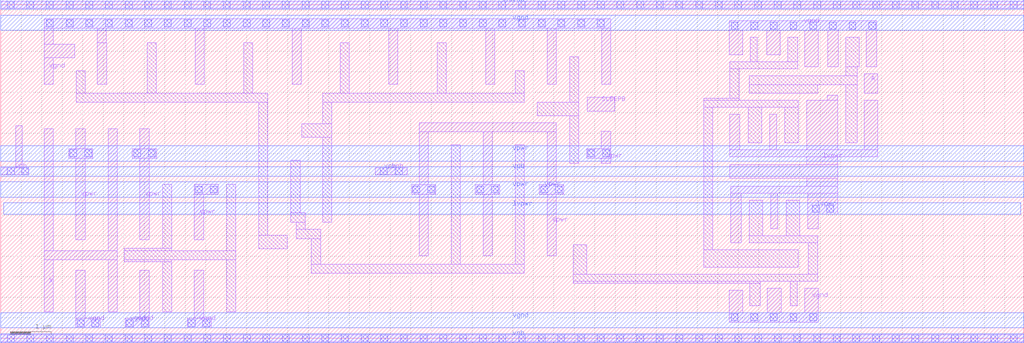
<source format=lef>
# 
# LEF OUT 
# User Name : iptguser 
# Date : Tue Apr 15 17:48:07 2014
# 
VERSION 5.5 ;
NAMESCASESENSITIVE ON ;
BUSBITCHARS "[]" ;
DIVIDERCHAR "/" ;

MACRO scs8hvl_a21o_1
  CLASS CORE ;
  SOURCE USER ;
  ORIGIN 0 0 ;
  SIZE 4.32 BY 4.07 ;
  SYMMETRY X Y ;
  SITE unithv ;

  PIN X
    DIRECTION OUTPUT ;
    USE SIGNAL ;
    PORT
      LAYER li1 ;
        RECT 0.11 0.495 0.46 1.325 ;
        RECT 0.11 1.325 0.36 3.735 ;
    END
    ANTENNADIFFAREA 0.61125 ;
  END X

  PIN B1
    DIRECTION INPUT ;
    USE SIGNAL ;
    PORT
      LAYER li1 ;
        RECT 1.085 1.505 2.275 1.75 ;
    END
    ANTENNAGATEAREA 1.125 ;
  END B1

  PIN A2
    DIRECTION INPUT ;
    USE SIGNAL ;
    PORT
      LAYER li1 ;
        RECT 3.895 1.505 4.195 1.835 ;
    END
    ANTENNAGATEAREA 1.125 ;
  END A2

  PIN A1
    DIRECTION INPUT ;
    USE SIGNAL ;
    PORT
      LAYER li1 ;
        RECT 2.805 1.505 3.715 1.835 ;
    END
    ANTENNAGATEAREA 1.125 ;
  END A1

  PIN vpb
    DIRECTION INOUT ;
    USE POWER ;
    PORT
      LAYER met1 ;
        RECT 0 3.955 4.32 4.185 ;
    END
  END vpb

  PIN vpwr
    DIRECTION INOUT ;
    USE POWER ;
    PORT
      LAYER met1 ;
        RECT 0 3.445 4.32 3.815 ;
    END
  END vpwr

  PIN vnb
    DIRECTION INOUT ;
    USE GROUND ;
    PORT
      LAYER met1 ;
        RECT 0 -0.115 4.32 0.115 ;
    END
  END vnb

  PIN vgnd
    DIRECTION INOUT ;
    USE GROUND ;
    PORT
      LAYER met1 ;
        RECT 0 0.255 4.32 0.625 ;
    END
  END vgnd
  OBS
    LAYER li1 ;
      RECT 0 -0.085 4.32 0.085 ;
      RECT 0 3.985 4.32 4.155 ;
      RECT 2.32 2.45 2.65 3.755 ;
      RECT 2.32 2.28 4.21 2.45 ;
      RECT 3.96 2.45 4.21 3.735 ;
      RECT 3.96 2.195 4.21 2.28 ;
      RECT 2.86 0.365 4.17 1.325 ;
      RECT 2.83 2.63 3.78 3.755 ;
      RECT 1.62 2.1 1.87 3.755 ;
      RECT 0.565 1.93 2.625 2.1 ;
      RECT 2.455 1.325 2.625 1.93 ;
      RECT 2.43 0.495 2.68 1.325 ;
      RECT 0.565 1.725 0.895 1.93 ;
      RECT 0.64 0.365 2.25 1.325 ;
      RECT 0.54 2.28 1.44 3.755 ;
    LAYER mcon ;
      RECT 0.155 3.985 0.325 4.155 ;
      RECT 3.58 3.505 3.75 3.675 ;
      RECT 3.22 3.505 3.39 3.675 ;
      RECT 2.86 3.505 3.03 3.675 ;
      RECT 1.265 3.505 1.435 3.675 ;
      RECT 0.905 3.505 1.075 3.675 ;
      RECT 0.545 3.505 0.715 3.675 ;
      RECT 3.97 0.395 4.14 0.565 ;
      RECT 3.61 0.395 3.78 0.565 ;
      RECT 3.25 0.395 3.42 0.565 ;
      RECT 2.89 0.395 3.06 0.565 ;
      RECT 2.08 0.395 2.25 0.565 ;
      RECT 1.72 0.395 1.89 0.565 ;
      RECT 1.36 0.395 1.53 0.565 ;
      RECT 1 0.395 1.17 0.565 ;
      RECT 0.64 0.395 0.81 0.565 ;
      RECT 3.995 3.985 4.165 4.155 ;
      RECT 3.515 3.985 3.685 4.155 ;
      RECT 3.035 3.985 3.205 4.155 ;
      RECT 2.555 3.985 2.725 4.155 ;
      RECT 2.075 3.985 2.245 4.155 ;
      RECT 1.595 3.985 1.765 4.155 ;
      RECT 1.115 3.985 1.285 4.155 ;
      RECT 0.635 3.985 0.805 4.155 ;
      RECT 0.155 3.985 0.325 4.155 ;
      RECT 3.995 -0.085 4.165 0.085 ;
      RECT 3.515 -0.085 3.685 0.085 ;
      RECT 3.035 -0.085 3.205 0.085 ;
      RECT 2.555 -0.085 2.725 0.085 ;
      RECT 2.075 -0.085 2.245 0.085 ;
      RECT 1.595 -0.085 1.765 0.085 ;
      RECT 1.115 -0.085 1.285 0.085 ;
      RECT 0.635 -0.085 0.805 0.085 ;
      RECT 0.155 -0.085 0.325 0.085 ;
      RECT 3.995 -0.085 4.165 0.085 ;
      RECT 3.995 3.985 4.165 4.155 ;
      RECT 3.515 -0.085 3.685 0.085 ;
      RECT 3.515 3.985 3.685 4.155 ;
      RECT 3.035 -0.085 3.205 0.085 ;
      RECT 3.035 3.985 3.205 4.155 ;
      RECT 2.555 -0.085 2.725 0.085 ;
      RECT 2.555 3.985 2.725 4.155 ;
      RECT 2.075 -0.085 2.245 0.085 ;
      RECT 2.075 3.985 2.245 4.155 ;
      RECT 1.595 -0.085 1.765 0.085 ;
      RECT 1.595 3.985 1.765 4.155 ;
      RECT 1.115 -0.085 1.285 0.085 ;
      RECT 1.115 3.985 1.285 4.155 ;
      RECT 0.635 -0.085 0.805 0.085 ;
      RECT 0.635 3.985 0.805 4.155 ;
      RECT 0.155 -0.085 0.325 0.085 ;
  END
END scs8hvl_a21o_1

MACRO scs8hvl_a21oi_1
  CLASS CORE ;
  SOURCE USER ;
  ORIGIN 0 0 ;
  SIZE 3.36 BY 4.07 ;
  SYMMETRY X Y ;
  SITE unithv ;

  PIN Y
    DIRECTION OUTPUT ;
    USE SIGNAL ;
    PORT
      LAYER li1 ;
        RECT 2.98 1.625 3.235 3.755 ;
        RECT 2.22 1.455 3.235 1.625 ;
        RECT 2.22 0.495 2.47 1.455 ;
    END
    ANTENNADIFFAREA 0.8325 ;
  END Y

  PIN B1
    DIRECTION INPUT ;
    USE SIGNAL ;
    PORT
      LAYER li1 ;
        RECT 2.47 1.805 2.8 3.26 ;
    END
    ANTENNAGATEAREA 1.125 ;
  END B1

  PIN A2
    DIRECTION INPUT ;
    USE SIGNAL ;
    PORT
      LAYER li1 ;
        RECT 0.125 1.505 1.315 1.75 ;
    END
    ANTENNAGATEAREA 1.125 ;
  END A2

  PIN A1
    DIRECTION INPUT ;
    USE SIGNAL ;
    PORT
      LAYER li1 ;
        RECT 1.565 1.505 1.915 1.75 ;
    END
    ANTENNAGATEAREA 1.125 ;
  END A1

  PIN vpb
    DIRECTION INOUT ;
    USE POWER ;
    PORT
      LAYER met1 ;
        RECT 0 3.955 3.36 4.185 ;
    END
  END vpb

  PIN vpwr
    DIRECTION INOUT ;
    USE POWER ;
    PORT
      LAYER met1 ;
        RECT 0 3.445 3.36 3.815 ;
    END
  END vpwr

  PIN vnb
    DIRECTION INOUT ;
    USE GROUND ;
    PORT
      LAYER met1 ;
        RECT 0 -0.115 3.36 0.115 ;
    END
  END vnb

  PIN vgnd
    DIRECTION INOUT ;
    USE GROUND ;
    PORT
      LAYER met1 ;
        RECT 0 0.255 3.36 0.625 ;
    END
  END vgnd
  OBS
    LAYER li1 ;
      RECT 0 -0.085 3.36 0.085 ;
      RECT 0 3.985 3.36 4.155 ;
      RECT 2.675 0.365 3.265 1.275 ;
      RECT 0.26 2.1 0.51 3.755 ;
      RECT 0.26 1.93 2.29 2.1 ;
      RECT 2.12 2.1 2.29 3.755 ;
      RECT 0.33 0.365 2.04 1.325 ;
      RECT 0.69 2.28 1.94 3.755 ;
    LAYER mcon ;
      RECT 0.74 0.395 0.91 0.565 ;
      RECT 0.38 0.395 0.55 0.565 ;
      RECT 3.035 3.985 3.205 4.155 ;
      RECT 2.555 3.985 2.725 4.155 ;
      RECT 2.075 3.985 2.245 4.155 ;
      RECT 1.595 3.985 1.765 4.155 ;
      RECT 1.115 3.985 1.285 4.155 ;
      RECT 0.635 3.985 0.805 4.155 ;
      RECT 0.155 3.985 0.325 4.155 ;
      RECT 3.035 -0.085 3.205 0.085 ;
      RECT 2.555 -0.085 2.725 0.085 ;
      RECT 2.075 -0.085 2.245 0.085 ;
      RECT 1.595 -0.085 1.765 0.085 ;
      RECT 1.115 -0.085 1.285 0.085 ;
      RECT 0.635 -0.085 0.805 0.085 ;
      RECT 0.155 -0.085 0.325 0.085 ;
      RECT 3.035 -0.085 3.205 0.085 ;
      RECT 3.035 3.985 3.205 4.155 ;
      RECT 2.555 -0.085 2.725 0.085 ;
      RECT 2.555 3.985 2.725 4.155 ;
      RECT 2.075 -0.085 2.245 0.085 ;
      RECT 2.075 3.985 2.245 4.155 ;
      RECT 1.595 -0.085 1.765 0.085 ;
      RECT 1.595 3.985 1.765 4.155 ;
      RECT 1.115 -0.085 1.285 0.085 ;
      RECT 1.115 3.985 1.285 4.155 ;
      RECT 0.635 -0.085 0.805 0.085 ;
      RECT 0.635 3.985 0.805 4.155 ;
      RECT 0.155 -0.085 0.325 0.085 ;
      RECT 0.155 3.985 0.325 4.155 ;
      RECT 1.77 3.505 1.94 3.675 ;
      RECT 1.41 3.505 1.58 3.675 ;
      RECT 1.05 3.505 1.22 3.675 ;
      RECT 0.69 3.505 0.86 3.675 ;
      RECT 3.065 0.395 3.235 0.565 ;
      RECT 2.705 0.395 2.875 0.565 ;
      RECT 1.82 0.395 1.99 0.565 ;
      RECT 1.46 0.395 1.63 0.565 ;
      RECT 1.1 0.395 1.27 0.565 ;
  END
END scs8hvl_a21oi_1

MACRO scs8hvl_a22o_1
  CLASS CORE ;
  SOURCE USER ;
  ORIGIN 0 0 ;
  SIZE 5.28 BY 4.07 ;
  SYMMETRY X Y ;
  SITE unithv ;

  PIN X
    DIRECTION OUTPUT ;
    USE SIGNAL ;
    PORT
      LAYER li1 ;
        RECT 0.105 0.495 0.38 3.755 ;
    END
    ANTENNADIFFAREA 0.62625 ;
  END X

  PIN B2
    DIRECTION INPUT ;
    USE SIGNAL ;
    PORT
      LAYER li1 ;
        RECT 1.99 1.775 2.32 3.26 ;
    END
    ANTENNAGATEAREA 1.125 ;
  END B2

  PIN B1
    DIRECTION INPUT ;
    USE SIGNAL ;
    PORT
      LAYER li1 ;
        RECT 3.035 0.81 3.205 1.75 ;
    END
    ANTENNAGATEAREA 1.125 ;
  END B1

  PIN A2
    DIRECTION INPUT ;
    USE SIGNAL ;
    PORT
      LAYER li1 ;
        RECT 4.825 1.505 5.155 1.75 ;
    END
    ANTENNAGATEAREA 1.125 ;
  END A2

  PIN A1
    DIRECTION INPUT ;
    USE SIGNAL ;
    PORT
      LAYER li1 ;
        RECT 3.485 1.505 4.645 1.75 ;
    END
    ANTENNAGATEAREA 1.125 ;
  END A1

  PIN vpb
    DIRECTION INOUT ;
    USE POWER ;
    PORT
      LAYER met1 ;
        RECT 0 3.955 5.28 4.185 ;
    END
  END vpb

  PIN vpwr
    DIRECTION INOUT ;
    USE POWER ;
    PORT
      LAYER met1 ;
        RECT 0 3.445 5.28 3.815 ;
    END
  END vpwr

  PIN vnb
    DIRECTION INOUT ;
    USE GROUND ;
    PORT
      LAYER met1 ;
        RECT 0 -0.115 5.28 0.115 ;
    END
  END vnb

  PIN vgnd
    DIRECTION INOUT ;
    USE GROUND ;
    PORT
      LAYER met1 ;
        RECT 0 0.255 5.28 0.625 ;
    END
  END vgnd
  OBS
    LAYER li1 ;
      RECT 0 3.985 5.28 4.155 ;
      RECT 1.64 3.635 3.53 3.805 ;
      RECT 3.28 2.1 3.53 3.635 ;
      RECT 3.28 1.93 5.17 2.1 ;
      RECT 4.84 2.1 5.17 3.735 ;
      RECT 1.64 2.175 1.81 3.635 ;
      RECT 3.815 0.365 5.125 1.325 ;
      RECT 3.71 2.28 4.66 3.755 ;
      RECT 2.685 0.46 3.635 0.63 ;
      RECT 3.385 0.63 3.635 1.325 ;
      RECT 0.585 1.425 2.855 1.595 ;
      RECT 2.5 1.595 2.83 3.455 ;
      RECT 2.685 0.63 2.855 1.425 ;
      RECT 0.585 1.595 0.915 1.755 ;
      RECT 0.55 0.365 2.26 1.245 ;
      RECT 0.56 2.175 1.46 3.755 ;
      RECT 0 -0.085 5.28 0.085 ;
    LAYER mcon ;
      RECT 2.555 -0.085 2.725 0.085 ;
      RECT 2.555 3.985 2.725 4.155 ;
      RECT 2.075 -0.085 2.245 0.085 ;
      RECT 2.075 3.985 2.245 4.155 ;
      RECT 1.595 -0.085 1.765 0.085 ;
      RECT 1.595 3.985 1.765 4.155 ;
      RECT 1.115 -0.085 1.285 0.085 ;
      RECT 1.115 3.985 1.285 4.155 ;
      RECT 0.635 -0.085 0.805 0.085 ;
      RECT 0.635 3.985 0.805 4.155 ;
      RECT 0.155 -0.085 0.325 0.085 ;
      RECT 0.155 3.985 0.325 4.155 ;
      RECT 4.46 3.505 4.63 3.675 ;
      RECT 4.1 3.505 4.27 3.675 ;
      RECT 3.74 3.505 3.91 3.675 ;
      RECT 1.285 3.505 1.455 3.675 ;
      RECT 0.925 3.505 1.095 3.675 ;
      RECT 0.565 3.505 0.735 3.675 ;
      RECT 4.925 0.395 5.095 0.565 ;
      RECT 4.565 0.395 4.735 0.565 ;
      RECT 4.205 0.395 4.375 0.565 ;
      RECT 3.845 0.395 4.015 0.565 ;
      RECT 2.04 0.395 2.21 0.565 ;
      RECT 1.68 0.395 1.85 0.565 ;
      RECT 1.32 0.395 1.49 0.565 ;
      RECT 0.96 0.395 1.13 0.565 ;
      RECT 0.6 0.395 0.77 0.565 ;
      RECT 4.955 3.985 5.125 4.155 ;
      RECT 4.475 3.985 4.645 4.155 ;
      RECT 3.995 3.985 4.165 4.155 ;
      RECT 3.515 3.985 3.685 4.155 ;
      RECT 3.035 3.985 3.205 4.155 ;
      RECT 2.555 3.985 2.725 4.155 ;
      RECT 2.075 3.985 2.245 4.155 ;
      RECT 1.595 3.985 1.765 4.155 ;
      RECT 1.115 3.985 1.285 4.155 ;
      RECT 0.635 3.985 0.805 4.155 ;
      RECT 0.155 3.985 0.325 4.155 ;
      RECT 4.955 -0.085 5.125 0.085 ;
      RECT 4.475 -0.085 4.645 0.085 ;
      RECT 3.995 -0.085 4.165 0.085 ;
      RECT 3.515 -0.085 3.685 0.085 ;
      RECT 3.035 -0.085 3.205 0.085 ;
      RECT 2.555 -0.085 2.725 0.085 ;
      RECT 2.075 -0.085 2.245 0.085 ;
      RECT 1.595 -0.085 1.765 0.085 ;
      RECT 1.115 -0.085 1.285 0.085 ;
      RECT 0.635 -0.085 0.805 0.085 ;
      RECT 0.155 -0.085 0.325 0.085 ;
      RECT 4.955 -0.085 5.125 0.085 ;
      RECT 4.955 3.985 5.125 4.155 ;
      RECT 4.475 -0.085 4.645 0.085 ;
      RECT 4.475 3.985 4.645 4.155 ;
      RECT 3.995 -0.085 4.165 0.085 ;
      RECT 3.995 3.985 4.165 4.155 ;
      RECT 3.515 -0.085 3.685 0.085 ;
      RECT 3.515 3.985 3.685 4.155 ;
      RECT 3.035 -0.085 3.205 0.085 ;
      RECT 3.035 3.985 3.205 4.155 ;
  END
END scs8hvl_a22o_1

MACRO scs8hvl_a22oi_1
  CLASS CORE ;
  SOURCE USER ;
  ORIGIN 0 0 ;
  SIZE 3.84 BY 4.07 ;
  SYMMETRY X Y ;
  SITE unithv ;

  PIN B2
    DIRECTION INPUT ;
    USE SIGNAL ;
    PORT
      LAYER li1 ;
        RECT 0.125 1.505 0.835 1.835 ;
    END
    ANTENNAGATEAREA 1.125 ;
  END B2

  PIN B1
    DIRECTION INPUT ;
    USE SIGNAL ;
    PORT
      LAYER li1 ;
        RECT 1.465 1.505 1.795 1.75 ;
    END
    ANTENNAGATEAREA 1.125 ;
  END B1

  PIN A2
    DIRECTION INPUT ;
    USE SIGNAL ;
    PORT
      LAYER li1 ;
        RECT 2.94 1.505 3.715 1.75 ;
    END
    ANTENNAGATEAREA 1.125 ;
  END A2

  PIN Y
    DIRECTION OUTPUT ;
    USE SIGNAL ;
    PORT
      LAYER li1 ;
        RECT 1.085 0.81 1.955 0.98 ;
        RECT 1.085 0.98 1.285 2.175 ;
        RECT 1.705 0.98 1.955 1.325 ;
        RECT 1.705 0.495 1.955 0.81 ;
        RECT 0.925 2.175 1.285 3.455 ;
    END
    ANTENNADIFFAREA 0.63 ;
  END Y

  PIN A1
    DIRECTION INPUT ;
    USE SIGNAL ;
    PORT
      LAYER li1 ;
        RECT 2.045 1.505 2.755 1.75 ;
    END
    ANTENNAGATEAREA 1.125 ;
  END A1

  PIN vpb
    DIRECTION INOUT ;
    USE POWER ;
    PORT
      LAYER met1 ;
        RECT 0 3.955 3.84 4.185 ;
    END
  END vpb

  PIN vpwr
    DIRECTION INOUT ;
    USE POWER ;
    PORT
      LAYER met1 ;
        RECT 0 3.445 3.84 3.815 ;
    END
  END vpwr

  PIN vnb
    DIRECTION INOUT ;
    USE GROUND ;
    PORT
      LAYER met1 ;
        RECT 0 -0.115 3.84 0.115 ;
    END
  END vnb

  PIN vgnd
    DIRECTION INOUT ;
    USE GROUND ;
    PORT
      LAYER met1 ;
        RECT 0 0.255 3.84 0.625 ;
    END
  END vgnd
  OBS
    LAYER li1 ;
      RECT 0 -0.085 3.84 0.085 ;
      RECT 0 3.985 3.84 4.155 ;
      RECT 2.135 0.365 3.75 1.325 ;
      RECT 0.145 3.635 1.955 3.805 ;
      RECT 1.705 2.1 1.955 3.635 ;
      RECT 1.705 1.93 3.595 2.1 ;
      RECT 3.265 2.1 3.595 3.755 ;
      RECT 0.145 2.175 0.475 3.635 ;
      RECT 2.135 2.28 3.085 3.755 ;
      RECT 0.09 0.365 0.68 1.325 ;
    LAYER mcon ;
      RECT 3.575 0.395 3.745 0.565 ;
      RECT 3.215 0.395 3.385 0.565 ;
      RECT 2.855 0.395 3.025 0.565 ;
      RECT 2.495 0.395 2.665 0.565 ;
      RECT 2.135 0.395 2.305 0.565 ;
      RECT 0.48 0.395 0.65 0.565 ;
      RECT 0.12 0.395 0.29 0.565 ;
      RECT 3.515 3.985 3.685 4.155 ;
      RECT 3.035 3.985 3.205 4.155 ;
      RECT 2.555 3.985 2.725 4.155 ;
      RECT 2.075 3.985 2.245 4.155 ;
      RECT 1.595 3.985 1.765 4.155 ;
      RECT 1.115 3.985 1.285 4.155 ;
      RECT 0.635 3.985 0.805 4.155 ;
      RECT 0.155 3.985 0.325 4.155 ;
      RECT 3.515 -0.085 3.685 0.085 ;
      RECT 3.035 -0.085 3.205 0.085 ;
      RECT 2.555 -0.085 2.725 0.085 ;
      RECT 2.075 -0.085 2.245 0.085 ;
      RECT 1.595 -0.085 1.765 0.085 ;
      RECT 1.115 -0.085 1.285 0.085 ;
      RECT 0.635 -0.085 0.805 0.085 ;
      RECT 0.155 -0.085 0.325 0.085 ;
      RECT 3.515 -0.085 3.685 0.085 ;
      RECT 3.515 3.985 3.685 4.155 ;
      RECT 3.035 -0.085 3.205 0.085 ;
      RECT 3.035 3.985 3.205 4.155 ;
      RECT 2.555 -0.085 2.725 0.085 ;
      RECT 2.555 3.985 2.725 4.155 ;
      RECT 2.075 -0.085 2.245 0.085 ;
      RECT 2.075 3.985 2.245 4.155 ;
      RECT 1.595 -0.085 1.765 0.085 ;
      RECT 1.595 3.985 1.765 4.155 ;
      RECT 1.115 -0.085 1.285 0.085 ;
      RECT 1.115 3.985 1.285 4.155 ;
      RECT 0.635 -0.085 0.805 0.085 ;
      RECT 0.635 3.985 0.805 4.155 ;
      RECT 0.155 -0.085 0.325 0.085 ;
      RECT 0.155 3.985 0.325 4.155 ;
      RECT 2.885 3.505 3.055 3.675 ;
      RECT 2.525 3.505 2.695 3.675 ;
      RECT 2.165 3.505 2.335 3.675 ;
  END
END scs8hvl_a22oi_1

MACRO scs8hvl_and2_1
  CLASS CORE ;
  SOURCE USER ;
  ORIGIN 0 0 ;
  SIZE 3.36 BY 4.07 ;
  SYMMETRY X Y ;
  SITE unithv ;

  PIN X
    DIRECTION OUTPUT ;
    USE SIGNAL ;
    PORT
      LAYER li1 ;
        RECT 2.98 0.495 3.255 3.755 ;
    END
    ANTENNADIFFAREA 0.62625 ;
  END X

  PIN B
    DIRECTION INPUT ;
    USE SIGNAL ;
    PORT
      LAYER li1 ;
        RECT 1.065 0.81 1.455 1.725 ;
    END
    ANTENNAGATEAREA 0.42 ;
  END B

  PIN A
    DIRECTION INPUT ;
    USE SIGNAL ;
    PORT
      LAYER li1 ;
        RECT 0.125 1.175 0.535 1.845 ;
    END
    ANTENNAGATEAREA 0.42 ;
  END A

  PIN vpb
    DIRECTION INOUT ;
    USE POWER ;
    PORT
      LAYER met1 ;
        RECT 0 3.955 3.36 4.185 ;
    END
  END vpb

  PIN vpwr
    DIRECTION INOUT ;
    USE POWER ;
    PORT
      LAYER met1 ;
        RECT 0 3.445 3.36 3.815 ;
    END
  END vpwr

  PIN vnb
    DIRECTION INOUT ;
    USE GROUND ;
    PORT
      LAYER met1 ;
        RECT 0 -0.115 3.36 0.115 ;
    END
  END vnb

  PIN vgnd
    DIRECTION INOUT ;
    USE GROUND ;
    PORT
      LAYER met1 ;
        RECT 0 0.255 3.36 0.625 ;
    END
  END vgnd
  OBS
    LAYER li1 ;
      RECT 0 -0.085 3.36 0.085 ;
      RECT 0 3.985 3.36 4.155 ;
      RECT 1.635 0.365 2.625 1.325 ;
      RECT 1.55 2.255 2.8 3.755 ;
      RECT 1.2 2.075 1.37 2.675 ;
      RECT 0.715 1.905 2.775 2.075 ;
      RECT 2.445 1.725 2.775 1.905 ;
      RECT 0.715 0.995 0.885 1.905 ;
      RECT 0.13 0.825 0.885 0.995 ;
      RECT 0.13 0.495 0.38 0.825 ;
      RECT 0.09 2.255 1.02 3.705 ;
    LAYER mcon ;
      RECT 2.075 3.985 2.245 4.155 ;
      RECT 1.595 3.985 1.765 4.155 ;
      RECT 1.115 3.985 1.285 4.155 ;
      RECT 0.635 3.985 0.805 4.155 ;
      RECT 0.155 3.985 0.325 4.155 ;
      RECT 3.035 -0.085 3.205 0.085 ;
      RECT 2.555 -0.085 2.725 0.085 ;
      RECT 2.075 -0.085 2.245 0.085 ;
      RECT 1.595 -0.085 1.765 0.085 ;
      RECT 1.115 -0.085 1.285 0.085 ;
      RECT 0.635 -0.085 0.805 0.085 ;
      RECT 0.155 -0.085 0.325 0.085 ;
      RECT 3.035 -0.085 3.205 0.085 ;
      RECT 3.035 3.985 3.205 4.155 ;
      RECT 2.555 -0.085 2.725 0.085 ;
      RECT 2.555 3.985 2.725 4.155 ;
      RECT 2.075 -0.085 2.245 0.085 ;
      RECT 2.075 3.985 2.245 4.155 ;
      RECT 1.595 -0.085 1.765 0.085 ;
      RECT 1.595 3.985 1.765 4.155 ;
      RECT 1.115 -0.085 1.285 0.085 ;
      RECT 1.115 3.985 1.285 4.155 ;
      RECT 0.635 -0.085 0.805 0.085 ;
      RECT 0.635 3.985 0.805 4.155 ;
      RECT 0.155 -0.085 0.325 0.085 ;
      RECT 0.155 3.985 0.325 4.155 ;
      RECT 2.63 3.505 2.8 3.675 ;
      RECT 2.27 3.505 2.44 3.675 ;
      RECT 1.91 3.505 2.08 3.675 ;
      RECT 1.55 3.505 1.72 3.675 ;
      RECT 0.83 3.505 1 3.675 ;
      RECT 0.47 3.505 0.64 3.675 ;
      RECT 0.11 3.505 0.28 3.675 ;
      RECT 2.405 0.395 2.575 0.565 ;
      RECT 2.045 0.395 2.215 0.565 ;
      RECT 1.685 0.395 1.855 0.565 ;
      RECT 3.035 3.985 3.205 4.155 ;
      RECT 2.555 3.985 2.725 4.155 ;
  END
END scs8hvl_and2_1

MACRO scs8hvl_and3_1
  CLASS CORE ;
  SOURCE USER ;
  ORIGIN 0 0 ;
  SIZE 3.84 BY 4.07 ;
  SYMMETRY X Y ;
  SITE unithv ;

  PIN X
    DIRECTION OUTPUT ;
    USE SIGNAL ;
    PORT
      LAYER li1 ;
        RECT 3.41 0.495 3.715 2.175 ;
        RECT 3.365 2.175 3.715 3.755 ;
    END
    ANTENNADIFFAREA 0.62625 ;
  END X

  PIN C
    DIRECTION INPUT ;
    USE SIGNAL ;
    PORT
      LAYER li1 ;
        RECT 1.115 0.81 2.255 1.645 ;
    END
    ANTENNAGATEAREA 0.42 ;
  END C

  PIN B
    DIRECTION INPUT ;
    USE SIGNAL ;
    PORT
      LAYER li1 ;
        RECT 0.605 2.175 1.565 2.49 ;
    END
    ANTENNAGATEAREA 0.42 ;
  END B

  PIN A
    DIRECTION INPUT ;
    USE SIGNAL ;
    PORT
      LAYER li1 ;
        RECT 0.605 0.81 0.935 1.645 ;
    END
    ANTENNAGATEAREA 0.42 ;
  END A

  PIN vpb
    DIRECTION INOUT ;
    USE POWER ;
    PORT
      LAYER met1 ;
        RECT 0 3.955 3.84 4.185 ;
    END
  END vpb

  PIN vpwr
    DIRECTION INOUT ;
    USE POWER ;
    PORT
      LAYER met1 ;
        RECT 0 3.445 3.84 3.815 ;
    END
  END vpwr

  PIN vnb
    DIRECTION INOUT ;
    USE GROUND ;
    PORT
      LAYER met1 ;
        RECT 0 -0.115 3.84 0.115 ;
    END
  END vnb

  PIN vgnd
    DIRECTION INOUT ;
    USE GROUND ;
    PORT
      LAYER met1 ;
        RECT 0 0.255 3.84 0.625 ;
    END
  END vgnd
  OBS
    LAYER li1 ;
      RECT 0 -0.085 3.84 0.085 ;
      RECT 0 3.985 3.84 4.155 ;
      RECT 2.435 0.365 3.24 1.325 ;
      RECT 0.13 1.825 3.24 1.995 ;
      RECT 1.77 1.995 2.02 3.045 ;
      RECT 2.91 1.665 3.24 1.825 ;
      RECT 0.13 1.995 0.38 3.045 ;
      RECT 0.13 0.825 0.425 1.825 ;
      RECT 2.2 2.175 3.15 3.755 ;
      RECT 0.56 2.67 1.51 3.705 ;
    LAYER mcon ;
      RECT 2.95 3.505 3.12 3.675 ;
      RECT 2.59 3.505 2.76 3.675 ;
      RECT 2.23 3.505 2.4 3.675 ;
      RECT 1.31 3.505 1.48 3.675 ;
      RECT 0.95 3.505 1.12 3.675 ;
      RECT 0.59 3.505 0.76 3.675 ;
      RECT 3.015 0.395 3.185 0.565 ;
      RECT 2.485 0.395 2.655 0.565 ;
      RECT 3.515 3.985 3.685 4.155 ;
      RECT 3.035 3.985 3.205 4.155 ;
      RECT 2.555 3.985 2.725 4.155 ;
      RECT 2.075 3.985 2.245 4.155 ;
      RECT 1.595 3.985 1.765 4.155 ;
      RECT 1.115 3.985 1.285 4.155 ;
      RECT 0.635 3.985 0.805 4.155 ;
      RECT 0.155 3.985 0.325 4.155 ;
      RECT 3.515 -0.085 3.685 0.085 ;
      RECT 3.035 -0.085 3.205 0.085 ;
      RECT 2.555 -0.085 2.725 0.085 ;
      RECT 2.075 -0.085 2.245 0.085 ;
      RECT 1.595 -0.085 1.765 0.085 ;
      RECT 1.115 -0.085 1.285 0.085 ;
      RECT 0.635 -0.085 0.805 0.085 ;
      RECT 0.155 -0.085 0.325 0.085 ;
      RECT 3.515 -0.085 3.685 0.085 ;
      RECT 3.515 3.985 3.685 4.155 ;
      RECT 3.035 -0.085 3.205 0.085 ;
      RECT 3.035 3.985 3.205 4.155 ;
      RECT 2.555 -0.085 2.725 0.085 ;
      RECT 2.555 3.985 2.725 4.155 ;
      RECT 2.075 -0.085 2.245 0.085 ;
      RECT 2.075 3.985 2.245 4.155 ;
      RECT 1.595 -0.085 1.765 0.085 ;
      RECT 1.595 3.985 1.765 4.155 ;
      RECT 1.115 -0.085 1.285 0.085 ;
      RECT 1.115 3.985 1.285 4.155 ;
      RECT 0.635 -0.085 0.805 0.085 ;
      RECT 0.635 3.985 0.805 4.155 ;
      RECT 0.155 -0.085 0.325 0.085 ;
      RECT 0.155 3.985 0.325 4.155 ;
  END
END scs8hvl_and3_1

MACRO scs8hvl_buf_1
  CLASS CORE ;
  SOURCE USER ;
  ORIGIN 0 0 ;
  SIZE 2.4 BY 4.07 ;
  SYMMETRY X Y ;
  SITE unithv ;

  PIN X
    DIRECTION OUTPUT ;
    USE SIGNAL ;
    PORT
      LAYER li1 ;
        RECT 0.115 0.495 0.365 2.175 ;
        RECT 0.115 2.175 0.55 3.755 ;
    END
    ANTENNADIFFAREA 0.62625 ;
  END X

  PIN A
    DIRECTION INPUT ;
    USE SIGNAL ;
    PORT
      LAYER li1 ;
        RECT 1.465 1.465 1.795 3.26 ;
    END
    ANTENNAGATEAREA 0.585 ;
  END A

  PIN vpb
    DIRECTION INOUT ;
    USE POWER ;
    PORT
      LAYER met1 ;
        RECT 0 3.955 2.4 4.185 ;
    END
  END vpb

  PIN vpwr
    DIRECTION INOUT ;
    USE POWER ;
    PORT
      LAYER met1 ;
        RECT 0 3.445 2.4 3.815 ;
    END
  END vpwr

  PIN vnb
    DIRECTION INOUT ;
    USE GROUND ;
    PORT
      LAYER met1 ;
        RECT 0 -0.115 2.4 0.115 ;
    END
  END vnb

  PIN vgnd
    DIRECTION INOUT ;
    USE GROUND ;
    PORT
      LAYER met1 ;
        RECT 0 0.255 2.4 0.625 ;
    END
  END vgnd
  OBS
    LAYER li1 ;
      RECT 0 -0.085 2.4 0.085 ;
      RECT 0 3.985 2.4 4.155 ;
      RECT 0.675 1.115 2.225 1.285 ;
      RECT 1.975 1.285 2.225 3.005 ;
      RECT 1.975 0.495 2.225 1.115 ;
      RECT 0.675 1.285 1.005 1.745 ;
      RECT 0.545 0.365 1.795 0.935 ;
      RECT 0.73 2.175 1.285 3.755 ;
    LAYER mcon ;
      RECT 2.075 -0.085 2.245 0.085 ;
      RECT 2.075 3.985 2.245 4.155 ;
      RECT 1.595 -0.085 1.765 0.085 ;
      RECT 1.595 3.985 1.765 4.155 ;
      RECT 1.115 -0.085 1.285 0.085 ;
      RECT 1.115 3.985 1.285 4.155 ;
      RECT 0.635 -0.085 0.805 0.085 ;
      RECT 0.635 3.985 0.805 4.155 ;
      RECT 0.155 -0.085 0.325 0.085 ;
      RECT 0.155 3.985 0.325 4.155 ;
      RECT 1.625 0.395 1.795 0.565 ;
      RECT 1.265 0.395 1.435 0.565 ;
      RECT 0.905 0.395 1.075 0.565 ;
      RECT 0.545 0.395 0.715 0.565 ;
      RECT 1.1 3.505 1.27 3.675 ;
      RECT 0.74 3.505 0.91 3.675 ;
      RECT 2.075 3.985 2.245 4.155 ;
      RECT 1.595 3.985 1.765 4.155 ;
      RECT 1.115 3.985 1.285 4.155 ;
      RECT 0.635 3.985 0.805 4.155 ;
      RECT 0.155 3.985 0.325 4.155 ;
      RECT 2.075 -0.085 2.245 0.085 ;
      RECT 1.595 -0.085 1.765 0.085 ;
      RECT 1.115 -0.085 1.285 0.085 ;
      RECT 0.635 -0.085 0.805 0.085 ;
      RECT 0.155 -0.085 0.325 0.085 ;
  END
END scs8hvl_buf_1

MACRO scs8hvl_buf_16
  CLASS CORE ;
  SOURCE USER ;
  ORIGIN 0 0 ;
  SIZE 17.76 BY 4.07 ;
  SYMMETRY X Y ;
  SITE unithv ;

  PIN A
    DIRECTION INPUT ;
    USE SIGNAL ;
    PORT
      LAYER li1 ;
        RECT 0.22 1.58 4.63 1.815 ;
    END
    ANTENNAGATEAREA 6.75 ;
  END A

  PIN vpb
    DIRECTION INOUT ;
    USE POWER ;
    PORT
      LAYER met1 ;
        RECT 0 3.955 17.76 4.185 ;
    END
  END vpb

  PIN vpwr
    DIRECTION INOUT ;
    USE POWER ;
    PORT
      LAYER met1 ;
        RECT 0 3.445 17.76 3.815 ;
    END
  END vpwr

  PIN X
    DIRECTION OUTPUT ;
    USE SIGNAL ;
    PORT
      LAYER met1 ;
        RECT 5.59 2.32 16.8 2.49 ;
        RECT 5.59 2.49 5.88 2.52 ;
        RECT 5.59 2.29 5.88 2.32 ;
        RECT 7.15 2.49 7.44 2.52 ;
        RECT 7.15 2.29 7.44 2.32 ;
        RECT 8.71 2.49 9 2.52 ;
        RECT 8.71 2.29 9 2.32 ;
        RECT 10.27 2.49 10.56 2.52 ;
        RECT 10.27 2.29 10.56 2.32 ;
        RECT 11.83 2.49 12.12 2.52 ;
        RECT 11.83 2.29 12.12 2.32 ;
        RECT 13.39 2.49 13.68 2.52 ;
        RECT 13.39 2.29 13.68 2.32 ;
        RECT 14.95 2.49 15.24 2.52 ;
        RECT 14.95 2.29 15.24 2.32 ;
        RECT 16.51 2.49 16.8 2.52 ;
        RECT 16.51 2.29 16.8 2.32 ;
    END
    ANTENNADIFFAREA 5.04 ;
    ANTENNAGATEAREA 6.75 ;
    ANTENNAPARTIALMETALSIDEAREA 0.336 ;
  END X

  PIN vnb
    DIRECTION INOUT ;
    USE GROUND ;
    PORT
      LAYER met1 ;
        RECT 0 -0.115 17.76 0.115 ;
    END
  END vnb

  PIN vgnd
    DIRECTION INOUT ;
    USE GROUND ;
    PORT
      LAYER met1 ;
        RECT 0 0.255 17.76 0.625 ;
    END
  END vgnd
  OBS
    LAYER mcon ;
      RECT 6.59 1.58 6.76 1.75 ;
      RECT 6.43 0.425 6.6 0.595 ;
      RECT 6.43 3.475 6.6 3.645 ;
      RECT 6.395 -0.085 6.565 0.085 ;
      RECT 6.395 3.985 6.565 4.155 ;
      RECT 6.23 1.58 6.4 1.75 ;
      RECT 6.07 0.425 6.24 0.595 ;
      RECT 6.07 3.475 6.24 3.645 ;
      RECT 5.915 -0.085 6.085 0.085 ;
      RECT 0.635 3.985 0.805 4.155 ;
      RECT 0.155 -0.085 0.325 0.085 ;
      RECT 0.155 3.985 0.325 4.155 ;
      RECT 13.03 3.475 13.2 3.645 ;
      RECT 13.03 0.425 13.2 0.595 ;
      RECT 13.115 3.985 13.285 4.155 ;
      RECT 13.115 -0.085 13.285 0.085 ;
      RECT 13.45 2.32 13.62 2.49 ;
      RECT 13.595 3.985 13.765 4.155 ;
      RECT 13.595 -0.085 13.765 0.085 ;
      RECT 13.87 3.475 14.04 3.645 ;
      RECT 13.87 0.425 14.04 0.595 ;
      RECT 14.03 1.58 14.2 1.75 ;
      RECT 14.075 3.985 14.245 4.155 ;
      RECT 14.075 -0.085 14.245 0.085 ;
      RECT 14.23 3.475 14.4 3.645 ;
      RECT 14.23 0.425 14.4 0.595 ;
      RECT 14.39 1.58 14.56 1.75 ;
      RECT 14.555 3.985 14.725 4.155 ;
      RECT 14.555 -0.085 14.725 0.085 ;
      RECT 14.59 3.475 14.76 3.645 ;
      RECT 16.57 2.32 16.74 2.49 ;
      RECT 16.955 3.985 17.125 4.155 ;
      RECT 11.11 0.425 11.28 0.595 ;
      RECT 11.11 3.475 11.28 3.645 ;
      RECT 10.91 1.58 11.08 1.75 ;
      RECT 10.75 0.425 10.92 0.595 ;
      RECT 10.75 3.475 10.92 3.645 ;
      RECT 10.715 -0.085 10.885 0.085 ;
      RECT 10.715 3.985 10.885 4.155 ;
      RECT 10.33 2.32 10.5 2.49 ;
      RECT 10.235 -0.085 10.405 0.085 ;
      RECT 10.235 3.985 10.405 4.155 ;
      RECT 9.91 0.425 10.08 0.595 ;
      RECT 9.91 3.475 10.08 3.645 ;
      RECT 9.755 -0.085 9.925 0.085 ;
      RECT 9.755 3.985 9.925 4.155 ;
      RECT 11.195 3.985 11.365 4.155 ;
      RECT 11.195 -0.085 11.365 0.085 ;
      RECT 9.71 1.58 9.88 1.75 ;
      RECT 9.55 0.425 9.72 0.595 ;
      RECT 11.27 1.58 11.44 1.75 ;
      RECT 11.47 3.475 11.64 3.645 ;
      RECT 11.47 0.425 11.64 0.595 ;
      RECT 15.035 -0.085 15.205 0.085 ;
      RECT 15.035 3.985 15.205 4.155 ;
      RECT 14.555 -0.085 14.725 0.085 ;
      RECT 14.555 3.985 14.725 4.155 ;
      RECT 14.075 -0.085 14.245 0.085 ;
      RECT 14.075 3.985 14.245 4.155 ;
      RECT 13.595 -0.085 13.765 0.085 ;
      RECT 13.595 3.985 13.765 4.155 ;
      RECT 17.435 -0.085 17.605 0.085 ;
      RECT 17.435 3.985 17.605 4.155 ;
      RECT 16.955 -0.085 17.125 0.085 ;
      RECT 16.955 3.985 17.125 4.155 ;
      RECT 16.475 -0.085 16.645 0.085 ;
      RECT 14.59 0.425 14.76 0.595 ;
      RECT 15.01 2.32 15.18 2.49 ;
      RECT 15.035 3.985 15.205 4.155 ;
      RECT 15.035 -0.085 15.205 0.085 ;
      RECT 15.43 3.475 15.6 3.645 ;
      RECT 15.43 0.425 15.6 0.595 ;
      RECT 15.515 3.985 15.685 4.155 ;
      RECT 15.515 -0.085 15.685 0.085 ;
      RECT 15.59 1.58 15.76 1.75 ;
      RECT 16.955 -0.085 17.125 0.085 ;
      RECT 17.07 3.475 17.24 3.645 ;
      RECT 17.07 0.425 17.24 0.595 ;
      RECT 17.43 3.475 17.6 3.645 ;
      RECT 17.43 0.425 17.6 0.595 ;
      RECT 15.79 3.475 15.96 3.645 ;
      RECT 15.79 0.425 15.96 0.595 ;
      RECT 15.95 1.58 16.12 1.75 ;
      RECT 15.995 3.985 16.165 4.155 ;
      RECT 15.995 -0.085 16.165 0.085 ;
      RECT 16.15 3.475 16.32 3.645 ;
      RECT 16.15 0.425 16.32 0.595 ;
      RECT 5.915 3.985 6.085 4.155 ;
      RECT 5.65 2.32 5.82 2.49 ;
      RECT 5.435 -0.085 5.605 0.085 ;
      RECT 2.075 3.985 2.245 4.155 ;
      RECT 1.595 -0.085 1.765 0.085 ;
      RECT 1.595 3.985 1.765 4.155 ;
      RECT 1.115 -0.085 1.285 0.085 ;
      RECT 1.115 3.985 1.285 4.155 ;
      RECT 0.635 -0.085 0.805 0.085 ;
      RECT 16.475 3.985 16.645 4.155 ;
      RECT 5.435 3.985 5.605 4.155 ;
      RECT 5.18 3.475 5.35 3.645 ;
      RECT 5.16 0.425 5.33 0.595 ;
      RECT 5.16 1.58 5.33 1.75 ;
      RECT 4.955 -0.085 5.125 0.085 ;
      RECT 16.475 -0.085 16.645 0.085 ;
      RECT 4.955 3.985 5.125 4.155 ;
      RECT 4.82 3.475 4.99 3.645 ;
      RECT 4.8 0.425 4.97 0.595 ;
      RECT 17.435 3.985 17.605 4.155 ;
      RECT 4.8 1.58 4.97 1.75 ;
      RECT 4.475 -0.085 4.645 0.085 ;
      RECT 4.475 3.985 4.645 4.155 ;
      RECT 4.46 3.475 4.63 3.645 ;
      RECT 4.44 0.425 4.61 0.595 ;
      RECT 3.995 -0.085 4.165 0.085 ;
      RECT 3.995 3.985 4.165 4.155 ;
      RECT 3.68 0.425 3.85 0.595 ;
      RECT 3.6 3.475 3.77 3.645 ;
      RECT 17.435 -0.085 17.605 0.085 ;
      RECT 3.515 -0.085 3.685 0.085 ;
      RECT 3.515 3.985 3.685 4.155 ;
      RECT 3.32 0.425 3.49 0.595 ;
      RECT 3.24 3.475 3.41 3.645 ;
      RECT 3.035 -0.085 3.205 0.085 ;
      RECT 3.035 3.985 3.205 4.155 ;
      RECT 2.96 0.425 3.13 0.595 ;
      RECT 2.88 3.475 3.05 3.645 ;
      RECT 2.555 -0.085 2.725 0.085 ;
      RECT 2.555 3.985 2.725 4.155 ;
      RECT 2.075 -0.085 2.245 0.085 ;
      RECT 2.075 3.985 2.245 4.155 ;
      RECT 2.06 0.425 2.23 0.595 ;
      RECT 2.06 3.475 2.23 3.645 ;
      RECT 1.7 0.425 1.87 0.595 ;
      RECT 1.7 3.475 1.87 3.645 ;
      RECT 1.595 -0.085 1.765 0.085 ;
      RECT 1.595 3.985 1.765 4.155 ;
      RECT 1.34 0.425 1.51 0.595 ;
      RECT 1.34 3.475 1.51 3.645 ;
      RECT 1.115 -0.085 1.285 0.085 ;
      RECT 1.115 3.985 1.285 4.155 ;
      RECT 9.55 3.475 9.72 3.645 ;
      RECT 9.35 1.58 9.52 1.75 ;
      RECT 11.675 3.985 11.845 4.155 ;
      RECT 11.675 -0.085 11.845 0.085 ;
      RECT 11.89 2.32 12.06 2.49 ;
      RECT 9.275 -0.085 9.445 0.085 ;
      RECT 9.275 3.985 9.445 4.155 ;
      RECT 12.155 3.985 12.325 4.155 ;
      RECT 9.19 0.425 9.36 0.595 ;
      RECT 9.19 3.475 9.36 3.645 ;
      RECT 8.795 -0.085 8.965 0.085 ;
      RECT 8.795 3.985 8.965 4.155 ;
      RECT 8.77 2.32 8.94 2.49 ;
      RECT 8.35 0.425 8.52 0.595 ;
      RECT 8.35 3.475 8.52 3.645 ;
      RECT 8.315 -0.085 8.485 0.085 ;
      RECT 8.315 3.985 8.485 4.155 ;
      RECT 8.15 1.58 8.32 1.75 ;
      RECT 7.99 0.425 8.16 0.595 ;
      RECT 7.99 3.475 8.16 3.645 ;
      RECT 12.155 -0.085 12.325 0.085 ;
      RECT 12.31 3.475 12.48 3.645 ;
      RECT 7.835 -0.085 8.005 0.085 ;
      RECT 7.835 3.985 8.005 4.155 ;
      RECT 7.79 1.58 7.96 1.75 ;
      RECT 7.63 0.425 7.8 0.595 ;
      RECT 7.63 3.475 7.8 3.645 ;
      RECT 7.355 -0.085 7.525 0.085 ;
      RECT 12.31 0.425 12.48 0.595 ;
      RECT 12.47 1.58 12.64 1.75 ;
      RECT 12.635 3.985 12.805 4.155 ;
      RECT 12.635 -0.085 12.805 0.085 ;
      RECT 12.67 3.475 12.84 3.645 ;
      RECT 12.67 0.425 12.84 0.595 ;
      RECT 12.83 1.58 13 1.75 ;
      RECT 7.355 3.985 7.525 4.155 ;
      RECT 7.21 2.32 7.38 2.49 ;
      RECT 6.875 -0.085 7.045 0.085 ;
      RECT 6.875 3.985 7.045 4.155 ;
      RECT 6.79 0.425 6.96 0.595 ;
      RECT 6.79 3.475 6.96 3.645 ;
      RECT 0.635 -0.085 0.805 0.085 ;
      RECT 0.635 3.985 0.805 4.155 ;
      RECT 0.51 3.475 0.68 3.645 ;
      RECT 13.115 -0.085 13.285 0.085 ;
      RECT 13.115 3.985 13.285 4.155 ;
      RECT 12.635 -0.085 12.805 0.085 ;
      RECT 12.635 3.985 12.805 4.155 ;
      RECT 12.155 -0.085 12.325 0.085 ;
      RECT 12.155 3.985 12.325 4.155 ;
      RECT 11.675 -0.085 11.845 0.085 ;
      RECT 11.675 3.985 11.845 4.155 ;
      RECT 11.195 -0.085 11.365 0.085 ;
      RECT 11.195 3.985 11.365 4.155 ;
      RECT 10.715 -0.085 10.885 0.085 ;
      RECT 10.715 3.985 10.885 4.155 ;
      RECT 10.235 -0.085 10.405 0.085 ;
      RECT 10.235 3.985 10.405 4.155 ;
      RECT 9.755 -0.085 9.925 0.085 ;
      RECT 9.755 3.985 9.925 4.155 ;
      RECT 9.275 -0.085 9.445 0.085 ;
      RECT 9.275 3.985 9.445 4.155 ;
      RECT 8.795 -0.085 8.965 0.085 ;
      RECT 8.795 3.985 8.965 4.155 ;
      RECT 8.315 -0.085 8.485 0.085 ;
      RECT 8.315 3.985 8.485 4.155 ;
      RECT 7.835 -0.085 8.005 0.085 ;
      RECT 7.835 3.985 8.005 4.155 ;
      RECT 7.355 -0.085 7.525 0.085 ;
      RECT 7.355 3.985 7.525 4.155 ;
      RECT 6.875 -0.085 7.045 0.085 ;
      RECT 6.875 3.985 7.045 4.155 ;
      RECT 6.395 -0.085 6.565 0.085 ;
      RECT 6.395 3.985 6.565 4.155 ;
      RECT 5.915 -0.085 6.085 0.085 ;
      RECT 5.915 3.985 6.085 4.155 ;
      RECT 5.435 -0.085 5.605 0.085 ;
      RECT 5.435 3.985 5.605 4.155 ;
      RECT 4.955 -0.085 5.125 0.085 ;
      RECT 4.955 3.985 5.125 4.155 ;
      RECT 4.475 -0.085 4.645 0.085 ;
      RECT 4.475 3.985 4.645 4.155 ;
      RECT 3.995 -0.085 4.165 0.085 ;
      RECT 3.995 3.985 4.165 4.155 ;
      RECT 3.515 -0.085 3.685 0.085 ;
      RECT 3.515 3.985 3.685 4.155 ;
      RECT 3.035 -0.085 3.205 0.085 ;
      RECT 3.035 3.985 3.205 4.155 ;
      RECT 2.555 -0.085 2.725 0.085 ;
      RECT 2.555 3.985 2.725 4.155 ;
      RECT 2.075 -0.085 2.245 0.085 ;
      RECT 0.475 0.425 0.645 0.595 ;
      RECT 0.155 -0.085 0.325 0.085 ;
      RECT 0.155 3.985 0.325 4.155 ;
      RECT 0.15 3.475 0.32 3.645 ;
      RECT 0.115 0.425 0.285 0.595 ;
      RECT 16.475 3.985 16.645 4.155 ;
      RECT 15.995 -0.085 16.165 0.085 ;
      RECT 15.995 3.985 16.165 4.155 ;
      RECT 15.515 -0.085 15.685 0.085 ;
      RECT 15.515 3.985 15.685 4.155 ;
    LAYER met1 ;
      RECT 4.74 1.75 5.36 1.78 ;
      RECT 4.74 1.58 16.25 1.75 ;
      RECT 6.17 1.75 6.82 1.78 ;
      RECT 7.73 1.75 8.38 1.78 ;
      RECT 9.29 1.75 9.94 1.78 ;
      RECT 10.85 1.75 11.5 1.78 ;
      RECT 12.41 1.75 13.06 1.78 ;
      RECT 13.97 1.75 14.62 1.78 ;
      RECT 15.53 1.75 16.18 1.78 ;
      RECT 4.74 1.55 5.36 1.58 ;
      RECT 6.17 1.55 6.82 1.58 ;
      RECT 7.73 1.55 8.38 1.58 ;
      RECT 9.29 1.55 9.94 1.58 ;
      RECT 10.85 1.55 11.5 1.58 ;
      RECT 12.41 1.55 13.06 1.58 ;
      RECT 13.97 1.55 14.62 1.58 ;
      RECT 15.53 1.55 16.18 1.58 ;
    LAYER li1 ;
      RECT 7.72 1.565 8.39 1.895 ;
      RECT 7.13 0.79 7.46 3.755 ;
      RECT 6.07 0.425 6.96 1.395 ;
      RECT 6.07 2.175 6.96 3.755 ;
      RECT 6.16 1.565 6.83 1.895 ;
      RECT 5.57 0.79 5.9 3.755 ;
      RECT 0.85 2.265 1.16 3.755 ;
      RECT 0.85 1.985 5.35 2.265 ;
      RECT 2.4 2.265 2.71 3.755 ;
      RECT 3.94 2.265 4.29 3.755 ;
      RECT 4.8 1.41 5.35 1.985 ;
      RECT 0.815 1.195 5.35 1.41 ;
      RECT 0.815 0.755 1.17 1.195 ;
      RECT 2.4 0.73 2.79 1.195 ;
      RECT 4.025 0.73 4.27 1.195 ;
      RECT 4.46 2.445 5.35 3.675 ;
      RECT 4.44 0.425 5.33 1.025 ;
      RECT 2.96 0.425 3.855 1.025 ;
      RECT 2.88 2.445 3.77 3.675 ;
      RECT 1.34 0.415 2.23 1.025 ;
      RECT 1.34 2.445 2.23 3.675 ;
      RECT 0.11 2.175 0.68 3.755 ;
      RECT 0.11 0.425 0.645 1.41 ;
      RECT 0 -0.085 17.76 0.085 ;
      RECT 0 3.985 17.76 4.155 ;
      RECT 17.07 0.425 17.6 1.495 ;
      RECT 17.07 2.175 17.6 3.755 ;
      RECT 16.49 0.79 16.9 3.755 ;
      RECT 15.43 0.425 16.32 1.395 ;
      RECT 15.43 2.175 16.32 3.755 ;
      RECT 15.52 1.565 16.19 1.895 ;
      RECT 14.93 0.79 15.26 3.755 ;
      RECT 13.87 0.425 14.76 1.395 ;
      RECT 13.87 2.175 14.76 3.755 ;
      RECT 13.96 1.565 14.63 1.895 ;
      RECT 13.37 0.79 13.7 3.755 ;
      RECT 12.31 0.425 13.2 1.395 ;
      RECT 12.31 2.175 13.2 3.755 ;
      RECT 12.4 1.565 13.07 1.895 ;
      RECT 11.81 0.79 12.14 3.755 ;
      RECT 10.75 0.425 11.64 1.395 ;
      RECT 10.75 2.175 11.64 3.755 ;
      RECT 10.84 1.565 11.51 1.895 ;
      RECT 10.25 0.79 10.58 3.755 ;
      RECT 9.19 0.425 10.08 1.395 ;
      RECT 9.19 2.175 10.08 3.755 ;
      RECT 9.28 1.565 9.95 1.895 ;
      RECT 8.69 0.79 9.02 3.755 ;
      RECT 7.63 0.425 8.52 1.395 ;
      RECT 7.63 2.175 8.52 3.755 ;
  END
END scs8hvl_buf_16

MACRO scs8hvl_buf_2
  CLASS CORE ;
  SOURCE USER ;
  ORIGIN 0 0 ;
  SIZE 3.36 BY 4.07 ;
  SYMMETRY X Y ;
  SITE unithv ;

  PIN X
    DIRECTION OUTPUT ;
    USE SIGNAL ;
    PORT
      LAYER li1 ;
        RECT 0.125 1.55 1.39 1.72 ;
        RECT 0.125 1.72 1.37 1.78 ;
        RECT 1.22 0.495 1.39 1.55 ;
        RECT 1.2 1.78 1.37 3.755 ;
    END
    ANTENNADIFFAREA 0.63 ;
  END X

  PIN A
    DIRECTION INPUT ;
    USE SIGNAL ;
    PORT
      LAYER li1 ;
        RECT 2.045 1.775 2.775 2.12 ;
    END
    ANTENNAGATEAREA 0.585 ;
  END A

  PIN vpb
    DIRECTION INOUT ;
    USE POWER ;
    PORT
      LAYER met1 ;
        RECT 0 3.955 3.36 4.185 ;
    END
  END vpb

  PIN vpwr
    DIRECTION INOUT ;
    USE POWER ;
    PORT
      LAYER met1 ;
        RECT 0 3.445 3.36 3.815 ;
    END
  END vpwr

  PIN vnb
    DIRECTION INOUT ;
    USE GROUND ;
    PORT
      LAYER met1 ;
        RECT 0 -0.115 3.36 0.115 ;
    END
  END vnb

  PIN vgnd
    DIRECTION INOUT ;
    USE GROUND ;
    PORT
      LAYER met1 ;
        RECT 0 0.255 3.36 0.625 ;
    END
  END vgnd
  OBS
    LAYER li1 ;
      RECT 0.09 0.365 1.04 1.325 ;
      RECT 0.09 2.175 1.02 3.755 ;
      RECT 0 -0.085 3.36 0.085 ;
      RECT 0 3.985 3.36 4.155 ;
      RECT 1.57 1.425 3.25 1.595 ;
      RECT 2.98 1.595 3.25 3.005 ;
      RECT 3 0.825 3.25 1.425 ;
      RECT 1.57 1.595 1.865 1.755 ;
      RECT 1.57 0.365 2.82 1.245 ;
      RECT 1.55 2.3 2.8 3.755 ;
    LAYER mcon ;
      RECT 0.635 3.985 0.805 4.155 ;
      RECT 0.155 3.985 0.325 4.155 ;
      RECT 3.035 -0.085 3.205 0.085 ;
      RECT 2.555 -0.085 2.725 0.085 ;
      RECT 2.075 -0.085 2.245 0.085 ;
      RECT 1.595 -0.085 1.765 0.085 ;
      RECT 1.115 -0.085 1.285 0.085 ;
      RECT 0.635 -0.085 0.805 0.085 ;
      RECT 0.155 -0.085 0.325 0.085 ;
      RECT 3.035 -0.085 3.205 0.085 ;
      RECT 3.035 3.985 3.205 4.155 ;
      RECT 2.555 -0.085 2.725 0.085 ;
      RECT 2.555 3.985 2.725 4.155 ;
      RECT 2.075 -0.085 2.245 0.085 ;
      RECT 2.075 3.985 2.245 4.155 ;
      RECT 1.595 -0.085 1.765 0.085 ;
      RECT 1.595 3.985 1.765 4.155 ;
      RECT 1.115 -0.085 1.285 0.085 ;
      RECT 1.115 3.985 1.285 4.155 ;
      RECT 0.635 -0.085 0.805 0.085 ;
      RECT 0.635 3.985 0.805 4.155 ;
      RECT 0.155 -0.085 0.325 0.085 ;
      RECT 0.155 3.985 0.325 4.155 ;
      RECT 2.65 0.395 2.82 0.565 ;
      RECT 2.29 0.395 2.46 0.565 ;
      RECT 1.93 0.395 2.1 0.565 ;
      RECT 1.57 0.395 1.74 0.565 ;
      RECT 0.84 0.395 1.01 0.565 ;
      RECT 0.48 0.395 0.65 0.565 ;
      RECT 0.12 0.395 0.29 0.565 ;
      RECT 2.63 3.505 2.8 3.675 ;
      RECT 2.27 3.505 2.44 3.675 ;
      RECT 1.91 3.505 2.08 3.675 ;
      RECT 1.55 3.505 1.72 3.675 ;
      RECT 0.83 3.505 1 3.675 ;
      RECT 0.47 3.505 0.64 3.675 ;
      RECT 0.11 3.505 0.28 3.675 ;
      RECT 3.035 3.985 3.205 4.155 ;
      RECT 2.555 3.985 2.725 4.155 ;
      RECT 2.075 3.985 2.245 4.155 ;
      RECT 1.595 3.985 1.765 4.155 ;
      RECT 1.115 3.985 1.285 4.155 ;
  END
END scs8hvl_buf_2

MACRO scs8hvl_buf_32
  CLASS CORE ;
  SOURCE USER ;
  ORIGIN 0 0 ;
  SIZE 33.6 BY 4.07 ;
  SYMMETRY X Y ;
  SITE unithv ;

  PIN A
    DIRECTION INPUT ;
    USE SIGNAL ;
    PORT
      LAYER li1 ;
        RECT 0.22 1.58 4.63 1.815 ;
    END
    ANTENNAGATEAREA 11.25 ;
  END A

  PIN vpb
    DIRECTION INOUT ;
    USE POWER ;
    PORT
      LAYER met1 ;
        RECT 0 3.955 33.6 4.185 ;
    END
  END vpb

  PIN vpwr
    DIRECTION INOUT ;
    USE POWER ;
    PORT
      LAYER met1 ;
        RECT 0 3.445 33.6 3.815 ;
    END
  END vpwr

  PIN X
    DIRECTION OUTPUT ;
    USE SIGNAL ;
    PORT
      LAYER met1 ;
        RECT 8.95 2.29 32.64 2.52 ;
    END
    ANTENNADIFFAREA 10.08 ;
  END X

  PIN vnb
    DIRECTION INOUT ;
    USE GROUND ;
    PORT
      LAYER met1 ;
        RECT 0 -0.115 33.6 0.115 ;
    END
  END vnb

  PIN vgnd
    DIRECTION INOUT ;
    USE GROUND ;
    PORT
      LAYER met1 ;
        RECT 0 0.255 33.6 0.625 ;
    END
  END vgnd
  OBS
    LAYER mcon ;
      RECT 14.555 3.985 14.725 4.155 ;
      RECT 13.27 0.425 13.44 0.595 ;
      RECT 15.035 3.985 15.205 4.155 ;
      RECT 15.515 3.985 15.685 4.155 ;
      RECT 13.07 1.58 13.24 1.75 ;
      RECT 12.91 0.425 13.08 0.595 ;
      RECT 14.63 1.58 14.8 1.75 ;
      RECT 14.83 0.425 15 0.595 ;
      RECT 12.71 1.58 12.88 1.75 ;
      RECT 6.395 3.985 6.565 4.155 ;
      RECT 15.995 3.985 16.165 4.155 ;
      RECT 12.55 0.425 12.72 0.595 ;
      RECT 16.475 3.985 16.645 4.155 ;
      RECT 11.71 0.425 11.88 0.595 ;
      RECT 16.955 3.985 17.125 4.155 ;
      RECT 11.51 1.58 11.68 1.75 ;
      RECT 11.35 0.425 11.52 0.595 ;
      RECT 6.875 3.985 7.045 4.155 ;
      RECT 17.435 3.985 17.605 4.155 ;
      RECT 11.15 1.58 11.32 1.75 ;
      RECT 10.99 0.425 11.16 0.595 ;
      RECT 17.915 3.985 18.085 4.155 ;
      RECT 15.67 0.425 15.84 0.595 ;
      RECT 15.83 1.58 16 1.75 ;
      RECT 7.355 3.985 7.525 4.155 ;
      RECT 16.03 0.425 16.2 0.595 ;
      RECT 16.19 1.58 16.36 1.75 ;
      RECT 28.955 -0.085 29.125 0.085 ;
      RECT 29.435 -0.085 29.605 0.085 ;
      RECT 29.915 -0.085 30.085 0.085 ;
      RECT 32.41 2.32 32.58 2.49 ;
      RECT 25.115 3.985 25.285 4.155 ;
      RECT 30.43 0.425 30.6 0.595 ;
      RECT 30.85 2.32 31.02 2.49 ;
      RECT 25.595 3.985 25.765 4.155 ;
      RECT 14.075 -0.085 14.245 0.085 ;
      RECT 31.27 3.475 31.44 3.645 ;
      RECT 31.27 0.425 31.44 0.595 ;
      RECT 18.395 3.985 18.565 4.155 ;
      RECT 10.15 0.425 10.32 0.595 ;
      RECT 9.95 1.58 10.12 1.75 ;
      RECT 9.79 0.425 9.96 0.595 ;
      RECT 18.875 3.985 19.045 4.155 ;
      RECT 9.59 1.58 9.76 1.75 ;
      RECT 9.43 0.425 9.6 0.595 ;
      RECT 19.355 3.985 19.525 4.155 ;
      RECT 16.39 0.425 16.56 0.595 ;
      RECT 7.835 3.985 8.005 4.155 ;
      RECT 8.315 3.985 8.485 4.155 ;
      RECT 17.23 0.425 17.4 0.595 ;
      RECT 17.39 1.58 17.56 1.75 ;
      RECT 8.795 3.985 8.965 4.155 ;
      RECT 17.59 0.425 17.76 0.595 ;
      RECT 17.75 1.58 17.92 1.75 ;
      RECT 9.275 3.985 9.445 4.155 ;
      RECT 17.95 0.425 18.12 0.595 ;
      RECT 9.755 3.985 9.925 4.155 ;
      RECT 18.79 0.425 18.96 0.595 ;
      RECT 0.155 -0.085 0.325 0.085 ;
      RECT 18.95 1.58 19.12 1.75 ;
      RECT 0.635 -0.085 0.805 0.085 ;
      RECT 20.43 0.425 20.6 0.595 ;
      RECT 20.79 0.425 20.96 0.595 ;
      RECT 19.15 0.425 19.32 0.595 ;
      RECT 19.31 1.58 19.48 1.75 ;
      RECT 1.115 -0.085 1.285 0.085 ;
      RECT 19.51 0.425 19.68 0.595 ;
      RECT 19.835 3.985 20.005 4.155 ;
      RECT 1.595 -0.085 1.765 0.085 ;
      RECT 2.075 -0.085 2.245 0.085 ;
      RECT 10.235 3.985 10.405 4.155 ;
      RECT 10.715 3.985 10.885 4.155 ;
      RECT 11.195 3.985 11.365 4.155 ;
      RECT 11.675 3.985 11.845 4.155 ;
      RECT 26.95 0.425 27.12 0.595 ;
      RECT 26.95 3.475 27.12 3.645 ;
      RECT 26.75 1.58 26.92 1.75 ;
      RECT 26.59 0.425 26.76 0.595 ;
      RECT 26.59 3.475 26.76 3.645 ;
      RECT 4.955 -0.085 5.125 0.085 ;
      RECT 0.635 3.985 0.805 4.155 ;
      RECT 26.17 2.32 26.34 2.49 ;
      RECT 5.435 -0.085 5.605 0.085 ;
      RECT 1.115 3.985 1.285 4.155 ;
      RECT 25.75 0.425 25.92 0.595 ;
      RECT 25.75 3.475 25.92 3.645 ;
      RECT 5.915 -0.085 6.085 0.085 ;
      RECT 1.595 3.985 1.765 4.155 ;
      RECT 2.075 3.985 2.245 4.155 ;
      RECT 6.395 -0.085 6.565 0.085 ;
      RECT 25.55 1.58 25.72 1.75 ;
      RECT 25.39 0.425 25.56 0.595 ;
      RECT 27.11 1.58 27.28 1.75 ;
      RECT 27.31 3.475 27.48 3.645 ;
      RECT 27.31 0.425 27.48 0.595 ;
      RECT 25.39 3.475 25.56 3.645 ;
      RECT 25.19 1.58 25.36 1.75 ;
      RECT 2.555 3.985 2.725 4.155 ;
      RECT 6.875 -0.085 7.045 0.085 ;
      RECT 27.73 2.32 27.9 2.49 ;
      RECT 7.355 -0.085 7.525 0.085 ;
      RECT 3.035 3.985 3.205 4.155 ;
      RECT 3.515 3.985 3.685 4.155 ;
      RECT 25.03 0.425 25.2 0.595 ;
      RECT 25.03 3.475 25.2 3.645 ;
      RECT 7.835 -0.085 8.005 0.085 ;
      RECT 3.995 3.985 4.165 4.155 ;
      RECT 24.61 2.32 24.78 2.49 ;
      RECT 24.19 0.425 24.36 0.595 ;
      RECT 24.19 3.475 24.36 3.645 ;
      RECT 8.315 -0.085 8.485 0.085 ;
      RECT 30.395 -0.085 30.565 0.085 ;
      RECT 30.875 -0.085 31.045 0.085 ;
      RECT 31.355 -0.085 31.525 0.085 ;
      RECT 31.835 -0.085 32.005 0.085 ;
      RECT 32.315 -0.085 32.485 0.085 ;
      RECT 32.795 -0.085 32.965 0.085 ;
      RECT 33.275 -0.085 33.445 0.085 ;
      RECT 5.435 3.985 5.605 4.155 ;
      RECT 5.915 3.985 6.085 4.155 ;
      RECT 20.86 1.58 21.03 1.75 ;
      RECT 20.5 1.58 20.67 1.75 ;
      RECT 14.47 3.475 14.64 3.645 ;
      RECT 14.11 3.475 14.28 3.645 ;
      RECT 13.69 2.32 13.86 2.49 ;
      RECT 13.27 3.475 13.44 3.645 ;
      RECT 14.83 3.475 15 3.645 ;
      RECT 12.91 3.475 13.08 3.645 ;
      RECT 15.25 2.32 15.42 2.49 ;
      RECT 12.55 3.475 12.72 3.645 ;
      RECT 12.13 2.32 12.3 2.49 ;
      RECT 11.71 3.475 11.88 3.645 ;
      RECT 11.35 3.475 11.52 3.645 ;
      RECT 15.67 3.475 15.84 3.645 ;
      RECT 10.99 3.475 11.16 3.645 ;
      RECT 16.03 3.475 16.2 3.645 ;
      RECT 10.57 2.32 10.74 2.49 ;
      RECT 10.15 3.475 10.32 3.645 ;
      RECT 9.79 3.475 9.96 3.645 ;
      RECT 9.43 3.475 9.6 3.645 ;
      RECT 16.39 3.475 16.56 3.645 ;
      RECT 16.81 2.32 16.98 2.49 ;
      RECT 17.23 3.475 17.4 3.645 ;
      RECT 17.59 3.475 17.76 3.645 ;
      RECT 17.95 3.475 18.12 3.645 ;
      RECT 19.93 2.32 20.1 2.49 ;
      RECT 18.37 2.32 18.54 2.49 ;
      RECT 18.79 3.475 18.96 3.645 ;
      RECT 20.43 3.475 20.6 3.645 ;
      RECT 20.79 3.475 20.96 3.645 ;
      RECT 19.15 3.475 19.32 3.645 ;
      RECT 19.51 3.475 19.68 3.645 ;
      RECT 9.01 2.32 9.18 2.49 ;
      RECT 14.47 0.425 14.64 0.595 ;
      RECT 14.27 1.58 14.44 1.75 ;
      RECT 14.11 0.425 14.28 0.595 ;
      RECT 14.075 3.985 14.245 4.155 ;
      RECT 31.79 1.58 31.96 1.75 ;
      RECT 26.555 3.985 26.725 4.155 ;
      RECT 15.515 -0.085 15.685 0.085 ;
      RECT 31.99 3.475 32.16 3.645 ;
      RECT 31.99 0.425 32.16 0.595 ;
      RECT 27.035 3.985 27.205 4.155 ;
      RECT 21.49 2.32 21.66 2.49 ;
      RECT 15.995 -0.085 16.165 0.085 ;
      RECT 27.515 3.985 27.685 4.155 ;
      RECT 5.18 3.475 5.35 3.645 ;
      RECT 5.16 0.425 5.33 0.595 ;
      RECT 5.38 1.58 5.55 1.75 ;
      RECT 16.475 -0.085 16.645 0.085 ;
      RECT 7.18 1.58 7.35 1.75 ;
      RECT 6.82 1.58 6.99 1.75 ;
      RECT 6.46 1.58 6.63 1.75 ;
      RECT 4.82 3.475 4.99 3.645 ;
      RECT 4.8 0.425 4.97 0.595 ;
      RECT 27.995 3.985 28.165 4.155 ;
      RECT 5.02 1.58 5.19 1.75 ;
      RECT 4.46 3.475 4.63 3.645 ;
      RECT 4.44 0.425 4.61 0.595 ;
      RECT 3.68 0.425 3.85 0.595 ;
      RECT 3.6 3.475 3.77 3.645 ;
      RECT 16.955 -0.085 17.125 0.085 ;
      RECT 3.32 0.425 3.49 0.595 ;
      RECT 3.24 3.475 3.41 3.645 ;
      RECT 2.96 0.425 3.13 0.595 ;
      RECT 2.88 3.475 3.05 3.645 ;
      RECT 2.06 0.425 2.23 0.595 ;
      RECT 2.06 3.475 2.23 3.645 ;
      RECT 1.7 0.425 1.87 0.595 ;
      RECT 1.7 3.475 1.87 3.645 ;
      RECT 1.34 0.425 1.51 0.595 ;
      RECT 1.34 3.475 1.51 3.645 ;
      RECT 0.51 3.475 0.68 3.645 ;
      RECT 17.435 -0.085 17.605 0.085 ;
      RECT 28.475 3.985 28.645 4.155 ;
      RECT 17.915 -0.085 18.085 0.085 ;
      RECT 28.955 3.985 29.125 4.155 ;
      RECT 18.395 -0.085 18.565 0.085 ;
      RECT 29.435 3.985 29.605 4.155 ;
      RECT 18.875 -0.085 19.045 0.085 ;
      RECT 29.915 3.985 30.085 4.155 ;
      RECT 19.355 -0.085 19.525 0.085 ;
      RECT 30.395 3.985 30.565 4.155 ;
      RECT 19.835 -0.085 20.005 0.085 ;
      RECT 30.875 3.985 31.045 4.155 ;
      RECT 20.315 -0.085 20.485 0.085 ;
      RECT 31.355 3.985 31.525 4.155 ;
      RECT 20.795 -0.085 20.965 0.085 ;
      RECT 31.835 3.985 32.005 4.155 ;
      RECT 21.275 -0.085 21.445 0.085 ;
      RECT 32.315 3.985 32.485 4.155 ;
      RECT 21.755 -0.085 21.925 0.085 ;
      RECT 32.795 3.985 32.965 4.155 ;
      RECT 22.235 -0.085 22.405 0.085 ;
      RECT 33.275 3.985 33.445 4.155 ;
      RECT 22.715 -0.085 22.885 0.085 ;
      RECT 23.195 -0.085 23.365 0.085 ;
      RECT 23.675 -0.085 23.845 0.085 ;
      RECT 24.155 -0.085 24.325 0.085 ;
      RECT 4.475 3.985 4.645 4.155 ;
      RECT 23.99 1.58 24.16 1.75 ;
      RECT 23.83 0.425 24 0.595 ;
      RECT 23.83 3.475 24 3.645 ;
      RECT 8.795 -0.085 8.965 0.085 ;
      RECT 28.15 3.475 28.32 3.645 ;
      RECT 9.275 -0.085 9.445 0.085 ;
      RECT 4.955 3.985 5.125 4.155 ;
      RECT 23.63 1.58 23.8 1.75 ;
      RECT 23.47 0.425 23.64 0.595 ;
      RECT 23.47 3.475 23.64 3.645 ;
      RECT 9.755 -0.085 9.925 0.085 ;
      RECT 28.15 0.425 28.32 0.595 ;
      RECT 28.31 1.58 28.48 1.75 ;
      RECT 21.275 3.985 21.445 4.155 ;
      RECT 10.235 -0.085 10.405 0.085 ;
      RECT 28.51 3.475 28.68 3.645 ;
      RECT 28.51 0.425 28.68 0.595 ;
      RECT 28.67 1.58 28.84 1.75 ;
      RECT 21.755 3.985 21.925 4.155 ;
      RECT 23.05 2.32 23.22 2.49 ;
      RECT 10.715 -0.085 10.885 0.085 ;
      RECT 22.235 3.985 22.405 4.155 ;
      RECT 22.63 0.425 22.8 0.595 ;
      RECT 22.63 3.475 22.8 3.645 ;
      RECT 22.43 1.58 22.6 1.75 ;
      RECT 22.27 0.425 22.44 0.595 ;
      RECT 22.27 3.475 22.44 3.645 ;
      RECT 11.195 -0.085 11.365 0.085 ;
      RECT 22.715 3.985 22.885 4.155 ;
      RECT 22.07 1.58 22.24 1.75 ;
      RECT 21.91 0.425 22.08 0.595 ;
      RECT 21.91 3.475 22.08 3.645 ;
      RECT 11.675 -0.085 11.845 0.085 ;
      RECT 8.28 0.425 8.45 0.595 ;
      RECT 7.92 0.425 8.09 0.595 ;
      RECT 7.56 0.425 7.73 0.595 ;
      RECT 6.8 0.425 6.97 0.595 ;
      RECT 6.44 0.425 6.61 0.595 ;
      RECT 6.08 0.425 6.25 0.595 ;
      RECT 8.3 3.475 8.47 3.645 ;
      RECT 7.94 3.475 8.11 3.645 ;
      RECT 28.87 3.475 29.04 3.645 ;
      RECT 28.87 0.425 29.04 0.595 ;
      RECT 23.195 3.985 23.365 4.155 ;
      RECT 12.155 -0.085 12.325 0.085 ;
      RECT 29.29 2.32 29.46 2.49 ;
      RECT 23.675 3.985 23.845 4.155 ;
      RECT 12.635 -0.085 12.805 0.085 ;
      RECT 29.71 3.475 29.88 3.645 ;
      RECT 29.71 0.425 29.88 0.595 ;
      RECT 7.58 3.475 7.75 3.645 ;
      RECT 6.72 3.475 6.89 3.645 ;
      RECT 29.87 1.58 30.04 1.75 ;
      RECT 24.155 3.985 24.325 4.155 ;
      RECT 13.115 -0.085 13.285 0.085 ;
      RECT 30.07 3.475 30.24 3.645 ;
      RECT 30.07 0.425 30.24 0.595 ;
      RECT 30.23 1.58 30.4 1.75 ;
      RECT 24.635 3.985 24.805 4.155 ;
      RECT 13.595 -0.085 13.765 0.085 ;
      RECT 30.43 3.475 30.6 3.645 ;
      RECT 6.36 3.475 6.53 3.645 ;
      RECT 6 3.475 6.17 3.645 ;
      RECT 6.1 1.58 6.27 1.75 ;
      RECT 24.635 -0.085 24.805 0.085 ;
      RECT 0.155 3.985 0.325 4.155 ;
      RECT 0.475 0.425 0.645 0.595 ;
      RECT 0.15 3.475 0.32 3.645 ;
      RECT 0.115 0.425 0.285 0.595 ;
      RECT 25.115 -0.085 25.285 0.085 ;
      RECT 25.595 -0.085 25.765 0.085 ;
      RECT 26.075 -0.085 26.245 0.085 ;
      RECT 26.555 -0.085 26.725 0.085 ;
      RECT 27.035 -0.085 27.205 0.085 ;
      RECT 27.515 -0.085 27.685 0.085 ;
      RECT 27.995 -0.085 28.165 0.085 ;
      RECT 28.475 -0.085 28.645 0.085 ;
      RECT 4.475 -0.085 4.645 0.085 ;
      RECT 3.995 -0.085 4.165 0.085 ;
      RECT 3.515 -0.085 3.685 0.085 ;
      RECT 13.595 3.985 13.765 4.155 ;
      RECT 13.115 3.985 13.285 4.155 ;
      RECT 12.635 3.985 12.805 4.155 ;
      RECT 12.155 3.985 12.325 4.155 ;
      RECT 3.035 -0.085 3.205 0.085 ;
      RECT 2.555 -0.085 2.725 0.085 ;
      RECT 20.795 3.985 20.965 4.155 ;
      RECT 20.315 3.985 20.485 4.155 ;
      RECT 26.075 3.985 26.245 4.155 ;
      RECT 14.555 -0.085 14.725 0.085 ;
      RECT 31.43 1.58 31.6 1.75 ;
      RECT 5.74 1.58 5.91 1.75 ;
      RECT 15.035 -0.085 15.205 0.085 ;
      RECT 32.91 3.475 33.08 3.645 ;
      RECT 32.91 0.425 33.08 0.595 ;
      RECT 33.27 3.475 33.44 3.645 ;
      RECT 33.27 0.425 33.44 0.595 ;
      RECT 31.63 3.475 31.8 3.645 ;
      RECT 31.63 0.425 31.8 0.595 ;
    LAYER met1 ;
      RECT 4.96 1.55 32.09 1.78 ;
    LAYER li1 ;
      RECT 23.47 0.425 24.36 1.395 ;
      RECT 23.47 2.175 24.36 3.755 ;
      RECT 23.56 1.565 24.23 1.895 ;
      RECT 22.97 0.79 23.3 3.755 ;
      RECT 21.91 0.425 22.8 1.395 ;
      RECT 21.91 2.175 22.8 3.755 ;
      RECT 22 1.565 22.67 1.895 ;
      RECT 21.41 0.79 21.74 3.755 ;
      RECT 4.46 2.445 5.35 3.675 ;
      RECT 4.44 0.425 5.33 1.025 ;
      RECT 2.96 0.425 3.855 1.025 ;
      RECT 2.88 2.445 3.77 3.675 ;
      RECT 1.34 0.415 2.23 1.025 ;
      RECT 1.34 2.445 2.23 3.675 ;
      RECT 0.11 2.175 0.68 3.755 ;
      RECT 0.11 0.425 0.645 1.41 ;
      RECT 8.93 0.79 9.26 3.755 ;
      RECT 9.52 1.565 10.19 1.895 ;
      RECT 9.43 2.175 10.32 3.755 ;
      RECT 9.43 0.425 10.32 1.395 ;
      RECT 10.49 0.79 10.82 3.755 ;
      RECT 11.08 1.565 11.75 1.895 ;
      RECT 10.99 2.175 11.88 3.755 ;
      RECT 10.99 0.425 11.88 1.395 ;
      RECT 12.05 0.79 12.38 3.755 ;
      RECT 12.64 1.565 13.31 1.895 ;
      RECT 12.55 2.175 13.44 3.755 ;
      RECT 12.55 0.425 13.44 1.395 ;
      RECT 13.61 0.79 13.94 3.755 ;
      RECT 14.2 1.565 14.87 1.895 ;
      RECT 14.11 2.175 15 3.755 ;
      RECT 14.11 0.425 15 1.395 ;
      RECT 15.17 0.79 15.5 3.755 ;
      RECT 15.76 1.565 16.43 1.895 ;
      RECT 15.67 2.175 16.56 3.755 ;
      RECT 15.67 0.425 16.56 1.395 ;
      RECT 16.73 0.79 17.06 3.755 ;
      RECT 17.32 1.565 17.99 1.895 ;
      RECT 17.23 2.175 18.12 3.755 ;
      RECT 17.23 0.425 18.12 1.395 ;
      RECT 18.29 0.79 18.62 3.755 ;
      RECT 18.88 1.565 19.55 1.895 ;
      RECT 18.79 2.175 19.68 3.755 ;
      RECT 18.79 0.425 19.68 1.395 ;
      RECT 19.85 0.79 20.26 3.755 ;
      RECT 20.43 2.175 20.96 3.755 ;
      RECT 20.43 0.425 20.96 1.395 ;
      RECT 20.43 1.565 21.1 1.895 ;
      RECT 0 -0.085 33.6 0.085 ;
      RECT 0 3.985 33.6 4.155 ;
      RECT 32.91 0.425 33.44 1.495 ;
      RECT 32.91 2.175 33.44 3.755 ;
      RECT 32.33 0.79 32.74 3.755 ;
      RECT 31.27 0.425 32.16 1.395 ;
      RECT 31.27 2.175 32.16 3.755 ;
      RECT 31.36 1.565 32.03 1.895 ;
      RECT 30.77 0.79 31.1 3.755 ;
      RECT 29.71 0.425 30.6 1.395 ;
      RECT 29.71 2.175 30.6 3.755 ;
      RECT 29.8 1.565 30.47 1.895 ;
      RECT 29.21 0.79 29.54 3.755 ;
      RECT 7.58 1.025 8.48 1.395 ;
      RECT 7.56 0.425 8.48 1.025 ;
      RECT 6.08 0.425 6.975 1.025 ;
      RECT 28.15 0.425 29.04 1.395 ;
      RECT 28.15 2.175 29.04 3.755 ;
      RECT 28.24 1.565 28.91 1.895 ;
      RECT 27.65 0.79 27.98 3.755 ;
      RECT 26.59 0.425 27.48 1.395 ;
      RECT 26.59 2.175 27.48 3.755 ;
      RECT 26.68 1.565 27.35 1.895 ;
      RECT 26.09 0.79 26.42 3.755 ;
      RECT 25.03 0.425 25.92 1.395 ;
      RECT 25.03 2.175 25.92 3.755 ;
      RECT 7.58 2.235 8.48 3.675 ;
      RECT 6 2.445 6.89 3.675 ;
      RECT 0.85 2.265 1.16 3.755 ;
      RECT 0.85 1.985 7.41 2.265 ;
      RECT 2.4 2.265 2.71 3.755 ;
      RECT 3.94 2.265 4.29 3.755 ;
      RECT 5.52 2.265 5.83 3.755 ;
      RECT 7.06 2.265 7.41 3.755 ;
      RECT 4.8 1.41 7.41 1.985 ;
      RECT 0.815 1.195 7.41 1.41 ;
      RECT 0.815 0.755 1.17 1.195 ;
      RECT 2.4 0.73 2.79 1.195 ;
      RECT 4.025 0.73 4.27 1.195 ;
      RECT 5.52 0.73 5.91 1.195 ;
      RECT 7.145 0.73 7.39 1.195 ;
      RECT 25.12 1.565 25.79 1.895 ;
      RECT 24.53 0.79 24.86 3.755 ;
  END
END scs8hvl_buf_32

MACRO scs8hvl_buf_4
  CLASS CORE ;
  SOURCE USER ;
  ORIGIN 0 0 ;
  SIZE 4.8 BY 4.07 ;
  SYMMETRY X Y ;
  SITE unithv ;

  PIN A
    DIRECTION INPUT ;
    USE SIGNAL ;
    PORT
      LAYER li1 ;
        RECT 3.885 1.775 4.215 2.12 ;
    END
    ANTENNAGATEAREA 1.125 ;
  END A

  PIN X
    DIRECTION OUTPUT ;
    USE SIGNAL ;
    PORT
      LAYER li1 ;
        RECT 0.125 1.55 1.39 1.78 ;
        RECT 1.22 1.78 1.39 1.905 ;
        RECT 1.22 1.375 1.39 1.55 ;
        RECT 1.22 1.905 3.11 2.075 ;
        RECT 1.22 1.205 3.03 1.375 ;
        RECT 1.22 2.075 1.47 3.755 ;
        RECT 2.78 2.075 3.11 3.755 ;
        RECT 1.22 0.495 1.47 1.205 ;
        RECT 2.78 0.495 3.03 1.205 ;
    END
    ANTENNADIFFAREA 1.26 ;
  END X

  PIN vpb
    DIRECTION INOUT ;
    USE POWER ;
    PORT
      LAYER met1 ;
        RECT 0 3.955 4.8 4.185 ;
    END
  END vpb

  PIN vpwr
    DIRECTION INOUT ;
    USE POWER ;
    PORT
      LAYER met1 ;
        RECT 0 3.445 4.8 3.815 ;
    END
  END vpwr

  PIN vnb
    DIRECTION INOUT ;
    USE GROUND ;
    PORT
      LAYER met1 ;
        RECT 0 -0.115 4.8 0.115 ;
    END
  END vnb

  PIN vgnd
    DIRECTION INOUT ;
    USE GROUND ;
    PORT
      LAYER met1 ;
        RECT 0 0.255 4.8 0.625 ;
    END
  END vgnd
  OBS
    LAYER li1 ;
      RECT 0 -0.085 4.8 0.085 ;
      RECT 0 3.985 4.8 4.155 ;
      RECT 1.57 1.555 4.67 1.595 ;
      RECT 4.42 1.595 4.67 3.755 ;
      RECT 3.43 1.425 4.67 1.555 ;
      RECT 4.34 0.495 4.67 1.425 ;
      RECT 1.57 1.595 3.6 1.725 ;
      RECT 3.29 2.3 4.24 3.755 ;
      RECT 3.21 0.365 4.16 1.245 ;
      RECT 1.65 0.365 2.6 1.025 ;
      RECT 1.65 2.255 2.6 3.755 ;
      RECT 0.09 0.365 1.04 1.325 ;
      RECT 0.09 2.175 1.04 3.755 ;
    LAYER mcon ;
      RECT 4.04 3.505 4.21 3.675 ;
      RECT 3.68 3.505 3.85 3.675 ;
      RECT 3.32 3.505 3.49 3.675 ;
      RECT 0.84 3.505 1.01 3.675 ;
      RECT 0.48 3.505 0.65 3.675 ;
      RECT 0.12 3.505 0.29 3.675 ;
      RECT 4.475 3.985 4.645 4.155 ;
      RECT 3.995 3.985 4.165 4.155 ;
      RECT 3.515 3.985 3.685 4.155 ;
      RECT 3.035 3.985 3.205 4.155 ;
      RECT 2.555 3.985 2.725 4.155 ;
      RECT 2.075 3.985 2.245 4.155 ;
      RECT 1.595 3.985 1.765 4.155 ;
      RECT 1.115 3.985 1.285 4.155 ;
      RECT 0.635 3.985 0.805 4.155 ;
      RECT 0.155 3.985 0.325 4.155 ;
      RECT 4.475 -0.085 4.645 0.085 ;
      RECT 3.995 -0.085 4.165 0.085 ;
      RECT 3.515 -0.085 3.685 0.085 ;
      RECT 3.035 -0.085 3.205 0.085 ;
      RECT 2.555 -0.085 2.725 0.085 ;
      RECT 2.075 -0.085 2.245 0.085 ;
      RECT 1.595 -0.085 1.765 0.085 ;
      RECT 1.115 -0.085 1.285 0.085 ;
      RECT 0.635 -0.085 0.805 0.085 ;
      RECT 0.155 -0.085 0.325 0.085 ;
      RECT 4.475 -0.085 4.645 0.085 ;
      RECT 4.475 3.985 4.645 4.155 ;
      RECT 3.995 -0.085 4.165 0.085 ;
      RECT 3.995 3.985 4.165 4.155 ;
      RECT 3.515 -0.085 3.685 0.085 ;
      RECT 3.515 3.985 3.685 4.155 ;
      RECT 3.035 -0.085 3.205 0.085 ;
      RECT 3.035 3.985 3.205 4.155 ;
      RECT 2.555 -0.085 2.725 0.085 ;
      RECT 2.555 3.985 2.725 4.155 ;
      RECT 2.075 -0.085 2.245 0.085 ;
      RECT 2.075 3.985 2.245 4.155 ;
      RECT 1.595 -0.085 1.765 0.085 ;
      RECT 1.595 3.985 1.765 4.155 ;
      RECT 1.115 -0.085 1.285 0.085 ;
      RECT 1.115 3.985 1.285 4.155 ;
      RECT 0.635 -0.085 0.805 0.085 ;
      RECT 0.635 3.985 0.805 4.155 ;
      RECT 0.155 -0.085 0.325 0.085 ;
      RECT 0.155 3.985 0.325 4.155 ;
      RECT 2.4 0.395 2.57 0.565 ;
      RECT 2.04 0.395 2.21 0.565 ;
      RECT 1.68 0.395 1.85 0.565 ;
      RECT 3.96 0.395 4.13 0.565 ;
      RECT 3.6 0.395 3.77 0.565 ;
      RECT 3.24 0.395 3.41 0.565 ;
      RECT 0.84 0.395 1.01 0.565 ;
      RECT 0.48 0.395 0.65 0.565 ;
      RECT 0.12 0.395 0.29 0.565 ;
      RECT 2.4 3.505 2.57 3.675 ;
      RECT 2.04 3.505 2.21 3.675 ;
      RECT 1.68 3.505 1.85 3.675 ;
  END
END scs8hvl_buf_4

MACRO scs8hvl_buf_8
  CLASS CORE ;
  SOURCE USER ;
  ORIGIN 0 0 ;
  SIZE 9.6 BY 4.07 ;
  SYMMETRY X Y ;
  SITE unithv ;

  PIN A
    DIRECTION INPUT ;
    USE SIGNAL ;
    PORT
      LAYER li1 ;
        RECT 0.635 1.58 2.245 1.815 ;
    END
    ANTENNAGATEAREA 3.375 ;
  END A

  PIN X
    DIRECTION OUTPUT ;
    USE SIGNAL ;
    PORT
      LAYER li1 ;
        RECT 8.345 0.805 8.965 0.975 ;
        RECT 8.735 0.975 8.965 2.035 ;
        RECT 8.345 0.975 8.555 1.625 ;
        RECT 3.605 2.035 8.965 2.205 ;
        RECT 3.665 1.625 8.555 1.795 ;
        RECT 8.285 2.205 8.965 3.23 ;
        RECT 3.605 2.205 3.935 3.445 ;
        RECT 5.165 2.205 5.495 3.445 ;
        RECT 6.725 2.205 7.055 3.445 ;
        RECT 3.665 0.805 3.875 1.625 ;
        RECT 5.225 0.805 5.435 1.625 ;
        RECT 6.785 0.805 6.995 1.625 ;
        RECT 8.285 3.23 8.735 3.445 ;
    END
    ANTENNADIFFAREA 2.52 ;
  END X

  PIN vgnd
    DIRECTION INOUT ;
    USE GROUND ;
    PORT
      LAYER met1 ;
        RECT 0 0.255 9.6 0.625 ;
    END
  END vgnd

  PIN vpb
    DIRECTION INOUT ;
    USE POWER ;
    PORT
      LAYER met1 ;
        RECT 0 3.955 9.6 4.185 ;
    END
  END vpb

  PIN vpwr
    DIRECTION INOUT ;
    USE POWER ;
    PORT
      LAYER met1 ;
        RECT 0 3.445 9.6 3.815 ;
    END
  END vpwr

  PIN vnb
    DIRECTION INOUT ;
    USE GROUND ;
    PORT
      LAYER met1 ;
        RECT 0 -0.115 9.6 0.115 ;
    END
  END vnb
  OBS
    LAYER mcon ;
      RECT 9.275 -0.085 9.445 0.085 ;
      RECT 9.275 3.985 9.445 4.155 ;
      RECT 8.795 -0.085 8.965 0.085 ;
      RECT 8.795 3.985 8.965 4.155 ;
      RECT 8.315 -0.085 8.485 0.085 ;
      RECT 8.315 3.985 8.485 4.155 ;
      RECT 7.835 -0.085 8.005 0.085 ;
      RECT 7.835 3.985 8.005 4.155 ;
      RECT 7.355 -0.085 7.525 0.085 ;
      RECT 7.355 3.985 7.525 4.155 ;
      RECT 6.875 -0.085 7.045 0.085 ;
      RECT 6.875 3.985 7.045 4.155 ;
      RECT 6.395 -0.085 6.565 0.085 ;
      RECT 6.395 3.985 6.565 4.155 ;
      RECT 5.915 -0.085 6.085 0.085 ;
      RECT 5.915 3.985 6.085 4.155 ;
      RECT 7.945 3.475 8.115 3.645 ;
      RECT 8.905 3.475 9.075 3.645 ;
      RECT 9.265 3.475 9.435 3.645 ;
      RECT 3.325 0.38 3.495 0.55 ;
      RECT 2.965 0.38 3.135 0.55 ;
      RECT 2.605 0.38 2.775 0.55 ;
      RECT 4.07 0.38 4.24 0.55 ;
      RECT 4.43 0.38 4.6 0.55 ;
      RECT 4.79 0.38 4.96 0.55 ;
      RECT 5.67 0.38 5.84 0.55 ;
      RECT 6.03 0.38 6.2 0.55 ;
      RECT 6.39 0.38 6.56 0.55 ;
      RECT 7.235 0.38 7.405 0.55 ;
      RECT 7.595 0.38 7.765 0.55 ;
      RECT 7.955 0.38 8.125 0.55 ;
      RECT 8.975 0.38 9.145 0.55 ;
      RECT 9.335 0.38 9.505 0.55 ;
      RECT 1.755 0.38 1.925 0.55 ;
      RECT 1.395 0.38 1.565 0.55 ;
      RECT 1.035 0.38 1.205 0.55 ;
      RECT 0.675 0.38 0.845 0.55 ;
      RECT 1.695 3.475 1.865 3.645 ;
      RECT 1.335 3.475 1.505 3.645 ;
      RECT 0.975 3.475 1.145 3.645 ;
      RECT 0.615 3.475 0.785 3.645 ;
      RECT 5.435 -0.085 5.605 0.085 ;
      RECT 5.435 3.985 5.605 4.155 ;
      RECT 4.955 -0.085 5.125 0.085 ;
      RECT 4.955 3.985 5.125 4.155 ;
      RECT 4.475 -0.085 4.645 0.085 ;
      RECT 4.475 3.985 4.645 4.155 ;
      RECT 3.995 -0.085 4.165 0.085 ;
      RECT 3.995 3.985 4.165 4.155 ;
      RECT 3.515 -0.085 3.685 0.085 ;
      RECT 3.515 3.985 3.685 4.155 ;
      RECT 3.035 -0.085 3.205 0.085 ;
      RECT 3.035 3.985 3.205 4.155 ;
      RECT 2.555 -0.085 2.725 0.085 ;
      RECT 2.555 3.985 2.725 4.155 ;
      RECT 2.075 -0.085 2.245 0.085 ;
      RECT 2.075 3.985 2.245 4.155 ;
      RECT 1.595 -0.085 1.765 0.085 ;
      RECT 1.595 3.985 1.765 4.155 ;
      RECT 1.115 -0.085 1.285 0.085 ;
      RECT 1.115 3.985 1.285 4.155 ;
      RECT 0.635 -0.085 0.805 0.085 ;
      RECT 0.635 3.985 0.805 4.155 ;
      RECT 0.155 -0.085 0.325 0.085 ;
      RECT 0.155 3.985 0.325 4.155 ;
      RECT 9.275 -0.085 9.445 0.085 ;
      RECT 9.275 3.985 9.445 4.155 ;
      RECT 8.795 -0.085 8.965 0.085 ;
      RECT 8.795 3.985 8.965 4.155 ;
      RECT 8.315 -0.085 8.485 0.085 ;
      RECT 8.315 3.985 8.485 4.155 ;
      RECT 7.835 -0.085 8.005 0.085 ;
      RECT 7.835 3.985 8.005 4.155 ;
      RECT 7.355 -0.085 7.525 0.085 ;
      RECT 7.355 3.985 7.525 4.155 ;
      RECT 6.875 -0.085 7.045 0.085 ;
      RECT 6.875 3.985 7.045 4.155 ;
      RECT 6.395 -0.085 6.565 0.085 ;
      RECT 6.395 3.985 6.565 4.155 ;
      RECT 5.915 -0.085 6.085 0.085 ;
      RECT 5.915 3.985 6.085 4.155 ;
      RECT 5.435 -0.085 5.605 0.085 ;
      RECT 5.435 3.985 5.605 4.155 ;
      RECT 4.955 -0.085 5.125 0.085 ;
      RECT 4.955 3.985 5.125 4.155 ;
      RECT 4.475 -0.085 4.645 0.085 ;
      RECT 4.475 3.985 4.645 4.155 ;
      RECT 3.995 -0.085 4.165 0.085 ;
      RECT 3.995 3.985 4.165 4.155 ;
      RECT 3.515 -0.085 3.685 0.085 ;
      RECT 3.515 3.985 3.685 4.155 ;
      RECT 3.035 -0.085 3.205 0.085 ;
      RECT 3.035 3.985 3.205 4.155 ;
      RECT 2.555 -0.085 2.725 0.085 ;
      RECT 2.555 3.985 2.725 4.155 ;
      RECT 2.075 -0.085 2.245 0.085 ;
      RECT 2.075 3.985 2.245 4.155 ;
      RECT 1.595 -0.085 1.765 0.085 ;
      RECT 1.595 3.985 1.765 4.155 ;
      RECT 1.115 -0.085 1.285 0.085 ;
      RECT 1.115 3.985 1.285 4.155 ;
      RECT 0.635 -0.085 0.805 0.085 ;
      RECT 0.635 3.985 0.805 4.155 ;
      RECT 0.155 -0.085 0.325 0.085 ;
      RECT 0.155 3.985 0.325 4.155 ;
      RECT 2.77 3.475 2.94 3.645 ;
      RECT 3.13 3.475 3.3 3.645 ;
      RECT 4.105 3.475 4.275 3.645 ;
      RECT 4.465 3.475 4.635 3.645 ;
      RECT 4.825 3.475 4.995 3.645 ;
      RECT 5.665 3.475 5.835 3.645 ;
      RECT 6.025 3.475 6.195 3.645 ;
      RECT 6.385 3.475 6.555 3.645 ;
      RECT 7.23 3.475 7.4 3.645 ;
    LAYER li1 ;
      RECT 0 -0.085 9.6 0.085 ;
      RECT 0 3.985 9.6 4.155 ;
      RECT 0.675 0.38 9.505 0.55 ;
      RECT 8.975 0.55 9.505 0.6 ;
      RECT 9.135 0.6 9.505 1.445 ;
      RECT 2.765 0.76 3.495 1.445 ;
      RECT 2.605 0.55 3.495 0.76 ;
      RECT 0.675 0.55 1.925 1.385 ;
      RECT 4.045 0.55 5.055 1.445 ;
      RECT 5.605 0.55 6.615 1.445 ;
      RECT 7.165 0.55 8.175 1.445 ;
      RECT 0.615 3.625 9.505 3.795 ;
      RECT 8.905 3.475 9.505 3.625 ;
      RECT 9.135 2.385 9.505 3.475 ;
      RECT 0.615 2.445 1.865 3.625 ;
      RECT 2.765 2.385 3.435 3.625 ;
      RECT 4.105 2.385 4.995 3.625 ;
      RECT 5.665 2.385 6.555 3.625 ;
      RECT 7.225 2.385 8.115 3.625 ;
      RECT 0.245 2.095 2.595 2.265 ;
      RECT 2.045 2.265 2.595 3.445 ;
      RECT 2.425 1.955 2.595 2.095 ;
      RECT 2.425 1.625 3.38 1.955 ;
      RECT 2.425 1.4 2.595 1.625 ;
      RECT 2.105 1.23 2.595 1.4 ;
      RECT 2.105 0.73 2.315 1.23 ;
      RECT 0.245 2.265 0.435 3.545 ;
      RECT 0.245 1.475 0.435 2.095 ;
      RECT 0.245 0.805 0.455 1.475 ;
  END
END scs8hvl_buf_8

MACRO scs8hvl_conb_1
  CLASS CORE ;
  SOURCE USER ;
  ORIGIN 0 0 ;
  SIZE 2.4 BY 4.07 ;
  SYMMETRY X Y ;
  SITE unithv ;

  PIN HI
    DIRECTION OUTPUT ;
    USE SIGNAL ;
    PORT
      LAYER li1 ;
        RECT 0.615 1.935 1.325 2.185 ;
        RECT 1.075 2.185 1.325 3.53 ;
        RECT 0.615 1.07 0.865 1.935 ;
        RECT 0.29 0.43 0.865 1.07 ;
    END
    ANTENNAPARTIALMETALSIDEAREA 0.555 ;
  END HI

  PIN LO
    DIRECTION OUTPUT ;
    USE SIGNAL ;
    PORT
      LAYER li1 ;
        RECT 1.035 1.5 1.795 1.765 ;
        RECT 1.53 1.765 1.795 3.175 ;
        RECT 1.035 0.5 1.365 1.5 ;
        RECT 1.53 3.175 2.11 3.815 ;
    END
    ANTENNAPARTIALMETALSIDEAREA 0.538 ;
  END LO

  PIN vpb
    DIRECTION INOUT ;
    USE POWER ;
    PORT
      LAYER met1 ;
        RECT 0 3.955 2.4 4.185 ;
    END
  END vpb

  PIN vpwr
    DIRECTION INOUT ;
    USE POWER ;
    PORT
      LAYER met1 ;
        RECT 0 3.445 2.4 3.815 ;
    END
  END vpwr

  PIN vnb
    DIRECTION INOUT ;
    USE GROUND ;
    PORT
      LAYER met1 ;
        RECT 0 -0.115 2.4 0.115 ;
    END
  END vnb

  PIN vgnd
    DIRECTION INOUT ;
    USE GROUND ;
    PORT
      LAYER met1 ;
        RECT 0 0.255 2.4 0.625 ;
    END
  END vgnd
  OBS
    LAYER li1 ;
      RECT 0.215 3.445 0.865 3.785 ;
      RECT 0.215 3.175 0.62 3.445 ;
      RECT 0 -0.085 2.4 0.085 ;
      RECT 0 3.985 2.4 4.155 ;
      RECT 1.78 0.625 2.185 1.07 ;
      RECT 1.535 0.285 2.185 0.625 ;
    LAYER mcon ;
      RECT 2.075 -0.085 2.245 0.085 ;
      RECT 2.075 3.985 2.245 4.155 ;
      RECT 1.595 -0.085 1.765 0.085 ;
      RECT 1.595 3.985 1.765 4.155 ;
      RECT 1.115 -0.085 1.285 0.085 ;
      RECT 1.115 3.985 1.285 4.155 ;
      RECT 0.635 -0.085 0.805 0.085 ;
      RECT 0.635 3.985 0.805 4.155 ;
      RECT 0.155 -0.085 0.325 0.085 ;
      RECT 0.155 3.985 0.325 4.155 ;
      RECT 2.075 3.985 2.245 4.155 ;
      RECT 1.595 3.985 1.765 4.155 ;
      RECT 1.115 3.985 1.285 4.155 ;
      RECT 0.635 3.985 0.805 4.155 ;
      RECT 0.155 3.985 0.325 4.155 ;
      RECT 2.075 -0.085 2.245 0.085 ;
      RECT 1.595 -0.085 1.765 0.085 ;
      RECT 1.115 -0.085 1.285 0.085 ;
      RECT 0.635 -0.085 0.805 0.085 ;
      RECT 0.155 -0.085 0.325 0.085 ;
      RECT 0.635 3.505 0.805 3.675 ;
      RECT 1.595 0.395 1.765 0.565 ;
      RECT 1.955 0.395 2.125 0.565 ;
      RECT 0.275 3.505 0.445 3.675 ;
  END
END scs8hvl_conb_1

MACRO scs8hvl_decap_4
  CLASS CORE ;
  SOURCE USER ;
  ORIGIN 0 0 ;
  SIZE 1.92 BY 4.07 ;
  SYMMETRY X Y ;
  SITE unithv ;

  PIN vpb
    DIRECTION INOUT ;
    USE POWER ;
    PORT
      LAYER met1 ;
        RECT 0 3.955 1.92 4.185 ;
    END
  END vpb

  PIN vpwr
    DIRECTION INOUT ;
    USE POWER ;
    PORT
      LAYER met1 ;
        RECT 0 3.445 1.92 3.815 ;
    END
  END vpwr

  PIN vgnd
    DIRECTION INOUT ;
    USE GROUND ;
    PORT
      LAYER met1 ;
        RECT 0 0.255 1.92 0.625 ;
    END
  END vgnd

  PIN vnb
    DIRECTION INOUT ;
    USE GROUND ;
    PORT
      LAYER met1 ;
        RECT 0 -0.115 1.92 0.115 ;
    END
  END vnb
  OBS
    LAYER li1 ;
      RECT 0 3.985 1.92 4.155 ;
      RECT 0 -0.085 1.92 0.085 ;
      RECT 0.475 1.25 0.805 2.03 ;
      RECT 0.475 0.845 1.78 1.25 ;
      RECT 0.17 0.365 1.78 0.845 ;
      RECT 0.25 2.685 1.7 3.755 ;
      RECT 1.015 1.7 1.345 2.685 ;
    LAYER mcon ;
      RECT 1.595 -0.085 1.765 0.085 ;
      RECT 1.595 3.985 1.765 4.155 ;
      RECT 1.51 0.395 1.68 0.565 ;
      RECT 1.115 -0.085 1.285 0.085 ;
      RECT 1.115 3.985 1.285 4.155 ;
      RECT 1.095 0.395 1.265 0.565 ;
      RECT 1.3 3.56 1.47 3.73 ;
      RECT 0.655 0.395 0.825 0.565 ;
      RECT 0.635 -0.085 0.805 0.085 ;
      RECT 0.635 3.985 0.805 4.155 ;
      RECT 0.86 3.56 1.03 3.73 ;
      RECT 0.215 0.395 0.385 0.565 ;
      RECT 0.495 3.56 0.665 3.73 ;
      RECT 0.155 -0.085 0.325 0.085 ;
      RECT 0.155 3.985 0.325 4.155 ;
  END
END scs8hvl_decap_4

MACRO scs8hvl_decap_8
  CLASS CORE ;
  SOURCE USER ;
  ORIGIN 0 0 ;
  SIZE 3.84 BY 4.07 ;
  SYMMETRY X Y ;
  SITE unithv ;

  PIN vpb
    DIRECTION INOUT ;
    USE POWER ;
    PORT
      LAYER met1 ;
        RECT 0 3.955 3.84 4.185 ;
    END
  END vpb

  PIN vpwr
    DIRECTION INOUT ;
    USE POWER ;
    PORT
      LAYER met1 ;
        RECT 0 3.445 3.84 3.815 ;
    END
  END vpwr

  PIN vgnd
    DIRECTION INOUT ;
    USE GROUND ;
    PORT
      LAYER met1 ;
        RECT 0 0.255 3.84 0.625 ;
    END
  END vgnd

  PIN vnb
    DIRECTION INOUT ;
    USE GROUND ;
    PORT
      LAYER met1 ;
        RECT 0 -0.115 3.84 0.115 ;
    END
  END vnb
  OBS
    LAYER li1 ;
      RECT 0.735 1.36 1.065 2.025 ;
      RECT 0.575 0.36 3.305 1.36 ;
      RECT 2.015 1.36 2.345 2.025 ;
      RECT 0.5 2.68 3.24 3.75 ;
      RECT 1.47 1.695 1.8 2.68 ;
      RECT 2.75 1.695 3.08 2.68 ;
      RECT 0 -0.085 3.84 0.085 ;
      RECT 0 3.985 3.84 4.155 ;
    LAYER mcon ;
      RECT 3.515 -0.085 3.685 0.085 ;
      RECT 3.515 3.985 3.685 4.155 ;
      RECT 3.035 -0.085 3.205 0.085 ;
      RECT 3.035 3.985 3.205 4.155 ;
      RECT 2.88 0.39 3.05 0.56 ;
      RECT 2.84 3.555 3.01 3.725 ;
      RECT 2.555 -0.085 2.725 0.085 ;
      RECT 2.555 3.985 2.725 4.155 ;
      RECT 2.465 0.39 2.635 0.56 ;
      RECT 2.425 3.555 2.595 3.725 ;
      RECT 2.075 -0.085 2.245 0.085 ;
      RECT 2.075 3.985 2.245 4.155 ;
      RECT 2.025 0.39 2.195 0.56 ;
      RECT 1.985 3.555 2.155 3.725 ;
      RECT 1.6 0.39 1.77 0.56 ;
      RECT 1.595 -0.085 1.765 0.085 ;
      RECT 1.595 3.985 1.765 4.155 ;
      RECT 1.56 3.555 1.73 3.725 ;
      RECT 1.185 0.39 1.355 0.56 ;
      RECT 1.145 3.555 1.315 3.725 ;
      RECT 1.115 -0.085 1.285 0.085 ;
      RECT 1.115 3.985 1.285 4.155 ;
      RECT 0.745 0.39 0.915 0.56 ;
      RECT 0.705 3.555 0.875 3.725 ;
      RECT 0.635 -0.085 0.805 0.085 ;
      RECT 0.635 3.985 0.805 4.155 ;
      RECT 0.155 -0.085 0.325 0.085 ;
      RECT 0.155 3.985 0.325 4.155 ;
  END
END scs8hvl_decap_8

MACRO scs8hvl_dfrbp_1
  CLASS CORE ;
  SOURCE USER ;
  ORIGIN 0 0 ;
  SIZE 16.8 BY 4.07 ;
  SYMMETRY X Y ;
  SITE unithv ;

  PIN RESETB
    DIRECTION INPUT ;
    USE SIGNAL ;
    PORT
      LAYER li1 ;
        RECT 2.98 1.505 3.665 2.12 ;
        RECT 3.495 0.63 3.665 1.505 ;
        RECT 3.495 0.46 6.625 0.63 ;
        RECT 6.455 0.63 6.625 1.125 ;
        RECT 6.455 1.125 8.515 1.295 ;
        RECT 8.345 1.295 8.515 1.825 ;
        RECT 8.345 0.435 8.515 1.125 ;
        RECT 7.165 1.825 8.515 1.995 ;
        RECT 8.345 0.265 11.075 0.435 ;
        RECT 10.905 0.435 11.075 0.96 ;
        RECT 10.905 0.96 11.84 1.13 ;
        RECT 11.51 1.13 11.84 1.35 ;
    END
    ANTENNAGATEAREA 1.26 ;
  END RESETB

  PIN QN
    DIRECTION OUTPUT ;
    USE SIGNAL ;
    PORT
      LAYER li1 ;
        RECT 14.045 0.665 14.425 1.495 ;
        RECT 14.045 1.495 14.38 1.78 ;
        RECT 14.13 1.78 14.38 3.755 ;
    END
    ANTENNADIFFAREA 0.64125 ;
  END QN

  PIN Q
    DIRECTION OUTPUT ;
    USE SIGNAL ;
    PORT
      LAYER li1 ;
        RECT 16.34 0.515 16.69 3.755 ;
    END
    ANTENNADIFFAREA 0.62625 ;
  END Q

  PIN CLK
    DIRECTION INPUT ;
    USE CLOCK ;
    PORT
      LAYER li1 ;
        RECT 0.595 1.175 0.925 1.72 ;
    END
    ANTENNAGATEAREA 0.585 ;
  END CLK

  PIN D
    DIRECTION INPUT ;
    USE SIGNAL ;
    PORT
      LAYER li1 ;
        RECT 3.85 0.81 4.165 2.105 ;
    END
    ANTENNAGATEAREA 0.42 ;
  END D

  PIN vpb
    DIRECTION INOUT ;
    USE POWER ;
    PORT
      LAYER met1 ;
        RECT 0 3.955 16.8 4.185 ;
    END
  END vpb

  PIN vpwr
    DIRECTION INOUT ;
    USE POWER ;
    PORT
      LAYER met1 ;
        RECT 0 3.445 16.8 3.815 ;
    END
  END vpwr

  PIN vnb
    DIRECTION INOUT ;
    USE GROUND ;
    PORT
      LAYER met1 ;
        RECT 0 -0.115 16.8 0.115 ;
    END
  END vnb

  PIN vgnd
    DIRECTION INOUT ;
    USE GROUND ;
    PORT
      LAYER met1 ;
        RECT 0 0.255 16.8 0.625 ;
    END
  END vgnd
  OBS
    LAYER mcon ;
      RECT 13.115 -0.085 13.285 0.085 ;
      RECT 13.115 3.985 13.285 4.155 ;
      RECT 12.635 -0.085 12.805 0.085 ;
      RECT 12.635 3.985 12.805 4.155 ;
      RECT 12.155 -0.085 12.325 0.085 ;
      RECT 12.155 3.985 12.325 4.155 ;
      RECT 11.675 -0.085 11.845 0.085 ;
      RECT 11.675 3.985 11.845 4.155 ;
      RECT 11.195 -0.085 11.365 0.085 ;
      RECT 11.195 3.985 11.365 4.155 ;
      RECT 10.715 -0.085 10.885 0.085 ;
      RECT 10.715 3.985 10.885 4.155 ;
      RECT 10.235 -0.085 10.405 0.085 ;
      RECT 10.235 3.985 10.405 4.155 ;
      RECT 9.755 -0.085 9.925 0.085 ;
      RECT 3.995 3.985 4.165 4.155 ;
      RECT 3.515 3.985 3.685 4.155 ;
      RECT 3.035 3.985 3.205 4.155 ;
      RECT 2.555 3.985 2.725 4.155 ;
      RECT 2.075 3.985 2.245 4.155 ;
      RECT 1.595 3.985 1.765 4.155 ;
      RECT 1.115 3.985 1.285 4.155 ;
      RECT 0.635 3.985 0.805 4.155 ;
      RECT 0.155 3.985 0.325 4.155 ;
      RECT 16.475 -0.085 16.645 0.085 ;
      RECT 15.995 -0.085 16.165 0.085 ;
      RECT 15.515 -0.085 15.685 0.085 ;
      RECT 15.035 -0.085 15.205 0.085 ;
      RECT 14.555 -0.085 14.725 0.085 ;
      RECT 14.075 -0.085 14.245 0.085 ;
      RECT 13.595 -0.085 13.765 0.085 ;
      RECT 13.115 -0.085 13.285 0.085 ;
      RECT 12.635 -0.085 12.805 0.085 ;
      RECT 12.155 -0.085 12.325 0.085 ;
      RECT 11.675 -0.085 11.845 0.085 ;
      RECT 11.195 -0.085 11.365 0.085 ;
      RECT 10.715 -0.085 10.885 0.085 ;
      RECT 10.235 -0.085 10.405 0.085 ;
      RECT 9.755 -0.085 9.925 0.085 ;
      RECT 9.275 -0.085 9.445 0.085 ;
      RECT 8.795 -0.085 8.965 0.085 ;
      RECT 8.315 -0.085 8.485 0.085 ;
      RECT 7.835 -0.085 8.005 0.085 ;
      RECT 7.355 -0.085 7.525 0.085 ;
      RECT 6.875 -0.085 7.045 0.085 ;
      RECT 6.395 -0.085 6.565 0.085 ;
      RECT 5.915 -0.085 6.085 0.085 ;
      RECT 5.435 -0.085 5.605 0.085 ;
      RECT 4.955 -0.085 5.125 0.085 ;
      RECT 4.475 -0.085 4.645 0.085 ;
      RECT 3.995 -0.085 4.165 0.085 ;
      RECT 3.515 -0.085 3.685 0.085 ;
      RECT 3.035 -0.085 3.205 0.085 ;
      RECT 2.555 -0.085 2.725 0.085 ;
      RECT 2.075 -0.085 2.245 0.085 ;
      RECT 9.755 3.985 9.925 4.155 ;
      RECT 9.275 -0.085 9.445 0.085 ;
      RECT 9.275 3.985 9.445 4.155 ;
      RECT 8.795 -0.085 8.965 0.085 ;
      RECT 8.795 3.985 8.965 4.155 ;
      RECT 8.315 -0.085 8.485 0.085 ;
      RECT 8.315 3.985 8.485 4.155 ;
      RECT 7.835 -0.085 8.005 0.085 ;
      RECT 7.835 3.985 8.005 4.155 ;
      RECT 7.355 -0.085 7.525 0.085 ;
      RECT 7.355 3.985 7.525 4.155 ;
      RECT 6.875 -0.085 7.045 0.085 ;
      RECT 6.875 3.985 7.045 4.155 ;
      RECT 6.395 -0.085 6.565 0.085 ;
      RECT 6.395 3.985 6.565 4.155 ;
      RECT 5.915 -0.085 6.085 0.085 ;
      RECT 5.915 3.985 6.085 4.155 ;
      RECT 5.435 -0.085 5.605 0.085 ;
      RECT 5.435 3.985 5.605 4.155 ;
      RECT 4.955 -0.085 5.125 0.085 ;
      RECT 4.955 3.985 5.125 4.155 ;
      RECT 4.475 -0.085 4.645 0.085 ;
      RECT 4.475 3.985 4.645 4.155 ;
      RECT 3.995 -0.085 4.165 0.085 ;
      RECT 3.995 3.985 4.165 4.155 ;
      RECT 3.515 -0.085 3.685 0.085 ;
      RECT 3.515 3.985 3.685 4.155 ;
      RECT 3.035 -0.085 3.205 0.085 ;
      RECT 3.035 3.985 3.205 4.155 ;
      RECT 2.555 -0.085 2.725 0.085 ;
      RECT 2.555 3.985 2.725 4.155 ;
      RECT 2.075 -0.085 2.245 0.085 ;
      RECT 2.075 3.985 2.245 4.155 ;
      RECT 1.595 -0.085 1.765 0.085 ;
      RECT 1.595 3.985 1.765 4.155 ;
      RECT 1.115 -0.085 1.285 0.085 ;
      RECT 1.115 3.985 1.285 4.155 ;
      RECT 0.635 -0.085 0.805 0.085 ;
      RECT 0.635 3.985 0.805 4.155 ;
      RECT 0.155 -0.085 0.325 0.085 ;
      RECT 0.155 3.985 0.325 4.155 ;
      RECT 4.955 1.58 5.125 1.75 ;
      RECT 2.075 1.58 2.245 1.75 ;
      RECT 3.115 0.395 3.285 0.565 ;
      RECT 2.755 0.395 2.925 0.565 ;
      RECT 2.395 0.395 2.565 0.565 ;
      RECT 9.755 1.58 9.925 1.75 ;
      RECT 3.385 3.505 3.555 3.675 ;
      RECT 6.49 3.505 6.66 3.675 ;
      RECT 6.13 3.505 6.3 3.675 ;
      RECT 5.77 3.505 5.94 3.675 ;
      RECT 8.665 3.505 8.835 3.675 ;
      RECT 8.305 3.505 8.475 3.675 ;
      RECT 7.945 3.505 8.115 3.675 ;
      RECT 11.34 3.505 11.51 3.675 ;
      RECT 10.98 3.505 11.15 3.675 ;
      RECT 10.62 3.505 10.79 3.675 ;
      RECT 13.78 3.505 13.95 3.675 ;
      RECT 13.42 3.505 13.59 3.675 ;
      RECT 13.06 3.505 13.23 3.675 ;
      RECT 15.925 3.505 16.095 3.675 ;
      RECT 15.565 3.505 15.735 3.675 ;
      RECT 15.205 3.505 15.375 3.675 ;
      RECT 1.315 3.505 1.485 3.675 ;
      RECT 0.955 3.505 1.125 3.675 ;
      RECT 0.595 3.505 0.765 3.675 ;
      RECT 7.965 0.395 8.135 0.565 ;
      RECT 7.605 0.395 7.775 0.565 ;
      RECT 7.245 0.395 7.415 0.565 ;
      RECT 12.005 0.395 12.175 0.565 ;
      RECT 11.645 0.395 11.815 0.565 ;
      RECT 11.285 0.395 11.455 0.565 ;
      RECT 13.645 0.395 13.815 0.565 ;
      RECT 16.475 -0.085 16.645 0.085 ;
      RECT 16.475 3.985 16.645 4.155 ;
      RECT 15.995 -0.085 16.165 0.085 ;
      RECT 15.995 3.985 16.165 4.155 ;
      RECT 15.515 -0.085 15.685 0.085 ;
      RECT 15.515 3.985 15.685 4.155 ;
      RECT 15.035 -0.085 15.205 0.085 ;
      RECT 15.035 3.985 15.205 4.155 ;
      RECT 14.555 -0.085 14.725 0.085 ;
      RECT 14.555 3.985 14.725 4.155 ;
      RECT 14.075 -0.085 14.245 0.085 ;
      RECT 14.075 3.985 14.245 4.155 ;
      RECT 13.595 -0.085 13.765 0.085 ;
      RECT 13.595 3.985 13.765 4.155 ;
      RECT 1.595 -0.085 1.765 0.085 ;
      RECT 1.115 -0.085 1.285 0.085 ;
      RECT 0.635 -0.085 0.805 0.085 ;
      RECT 0.155 -0.085 0.325 0.085 ;
      RECT 13.285 0.395 13.455 0.565 ;
      RECT 15.945 0.395 16.115 0.565 ;
      RECT 15.585 0.395 15.755 0.565 ;
      RECT 15.225 0.395 15.395 0.565 ;
      RECT 1.425 0.395 1.595 0.565 ;
      RECT 1.065 0.395 1.235 0.565 ;
      RECT 0.705 0.395 0.875 0.565 ;
      RECT 16.475 3.985 16.645 4.155 ;
      RECT 15.995 3.985 16.165 4.155 ;
      RECT 15.515 3.985 15.685 4.155 ;
      RECT 15.035 3.985 15.205 4.155 ;
      RECT 14.555 3.985 14.725 4.155 ;
      RECT 14.075 3.985 14.245 4.155 ;
      RECT 13.595 3.985 13.765 4.155 ;
      RECT 13.115 3.985 13.285 4.155 ;
      RECT 12.635 3.985 12.805 4.155 ;
      RECT 12.155 3.985 12.325 4.155 ;
      RECT 11.675 3.985 11.845 4.155 ;
      RECT 11.195 3.985 11.365 4.155 ;
      RECT 10.715 3.985 10.885 4.155 ;
      RECT 10.235 3.985 10.405 4.155 ;
      RECT 9.755 3.985 9.925 4.155 ;
      RECT 9.275 3.985 9.445 4.155 ;
      RECT 8.795 3.985 8.965 4.155 ;
      RECT 8.315 3.985 8.485 4.155 ;
      RECT 7.835 3.985 8.005 4.155 ;
      RECT 7.355 3.985 7.525 4.155 ;
      RECT 6.875 3.985 7.045 4.155 ;
      RECT 6.395 3.985 6.565 4.155 ;
      RECT 5.915 3.985 6.085 4.155 ;
      RECT 5.435 3.985 5.605 4.155 ;
      RECT 4.955 3.985 5.125 4.155 ;
      RECT 4.475 3.985 4.645 4.155 ;
    LAYER met1 ;
      RECT 2.015 1.735 2.305 1.78 ;
      RECT 2.015 1.595 9.985 1.735 ;
      RECT 4.895 1.735 5.185 1.78 ;
      RECT 9.695 1.735 9.985 1.78 ;
      RECT 2.015 1.55 2.305 1.595 ;
      RECT 4.895 1.55 5.185 1.595 ;
      RECT 9.695 1.55 9.985 1.595 ;
    LAYER li1 ;
      RECT 10.59 2.35 11.54 3.705 ;
      RECT 7.565 2.7 9.375 2.87 ;
      RECT 9.205 1.4 9.375 2.7 ;
      RECT 9.205 1.23 10.375 1.4 ;
      RECT 10.09 1.07 10.375 1.23 ;
      RECT 3.035 2.65 3.905 2.82 ;
      RECT 3.735 2.82 3.905 3.6 ;
      RECT 3.735 3.6 5.565 3.77 ;
      RECT 5.395 3.045 5.565 3.6 ;
      RECT 5.395 2.55 5.65 2.875 ;
      RECT 5.395 2.875 7.035 3.045 ;
      RECT 6.865 3.045 7.035 3.635 ;
      RECT 6.865 3.635 7.735 3.805 ;
      RECT 7.565 2.87 7.735 3.635 ;
      RECT 1.665 2.445 1.835 3.635 ;
      RECT 0.165 2.275 1.835 2.445 ;
      RECT 1.505 1.9 1.835 2.275 ;
      RECT 1.665 3.635 3.205 3.805 ;
      RECT 3.035 2.82 3.205 3.635 ;
      RECT 0.165 2.445 0.415 3.455 ;
      RECT 0.165 0.995 0.415 2.275 ;
      RECT 0.165 0.495 0.495 0.995 ;
      RECT 9.725 1.58 10.06 2.09 ;
      RECT 8.695 2.345 9.025 2.52 ;
      RECT 6.455 2.175 9.025 2.345 ;
      RECT 8.695 0.615 9.025 2.175 ;
      RECT 6.455 1.825 6.785 2.175 ;
      RECT 7.915 3.05 8.865 3.705 ;
      RECT 7.215 0.365 8.165 0.945 ;
      RECT 6.105 2.525 7.385 2.695 ;
      RECT 6.105 1.475 8.165 1.645 ;
      RECT 7.215 2.695 7.385 3.455 ;
      RECT 4.865 3 5.215 3.42 ;
      RECT 5.045 2.37 5.215 3 ;
      RECT 5.045 2.2 6.275 2.37 ;
      RECT 6.105 2.37 6.275 2.525 ;
      RECT 6.105 1.645 6.275 2.2 ;
      RECT 6.105 1.325 6.275 1.475 ;
      RECT 5.27 1.155 6.275 1.325 ;
      RECT 5.27 0.825 5.6 1.155 ;
      RECT 5.745 3.225 6.685 3.705 ;
      RECT 4.695 1.78 4.865 2.82 ;
      RECT 4.695 1.505 5.925 1.78 ;
      RECT 5.595 1.78 5.925 2.02 ;
      RECT 4.085 3 4.515 3.42 ;
      RECT 4.345 2.47 4.515 3 ;
      RECT 2.525 2.3 4.515 2.47 ;
      RECT 4.345 1.325 4.515 2.3 ;
      RECT 4.345 0.825 4.655 1.325 ;
      RECT 2.525 2.47 2.855 3.42 ;
      RECT 3.385 3 3.555 3.705 ;
      RECT 2.365 0.365 3.315 1.325 ;
      RECT 2.015 1.55 2.275 3.455 ;
      RECT 2.015 0.995 2.185 1.55 ;
      RECT 1.805 0.495 2.185 0.995 ;
      RECT 0.675 0.365 1.625 0.995 ;
      RECT 0.595 2.625 1.485 3.705 ;
      RECT 0 -0.085 16.8 0.085 ;
      RECT 0 3.985 16.8 4.155 ;
      RECT 14.665 1.835 14.995 3.005 ;
      RECT 14.665 1.505 16.16 1.835 ;
      RECT 14.665 0.825 15.015 1.505 ;
      RECT 15.195 0.365 16.145 1.325 ;
      RECT 15.175 2.175 16.125 3.755 ;
      RECT 13.06 2.175 13.95 3.755 ;
      RECT 13.255 0.365 13.845 1.495 ;
      RECT 11.965 2.52 12.295 2.77 ;
      RECT 11.965 2.35 12.88 2.52 ;
      RECT 12.71 1.7 12.88 2.35 ;
      RECT 10.93 1.53 12.88 1.7 ;
      RECT 12.71 0.975 12.88 1.53 ;
      RECT 12.71 0.515 13.075 0.975 ;
      RECT 10.93 1.7 11.26 1.82 ;
      RECT 10.93 1.31 11.26 1.53 ;
      RECT 10.24 2 12.53 2.17 ;
      RECT 12.2 1.88 12.53 2 ;
      RECT 9.555 2.44 9.805 3.35 ;
      RECT 9.555 2.27 10.41 2.44 ;
      RECT 10.24 2.17 10.41 2.27 ;
      RECT 10.555 0.785 10.725 2 ;
      RECT 9.58 0.615 10.725 0.785 ;
      RECT 9.58 0.785 9.91 0.995 ;
      RECT 11.255 0.365 12.205 0.78 ;
  END
END scs8hvl_dfrbp_1

MACRO scs8hvl_dfrtp_1
  CLASS CORE ;
  SOURCE USER ;
  ORIGIN 0 0 ;
  SIZE 15.36 BY 4.07 ;
  SYMMETRY X Y ;
  SITE unithv ;

  PIN Q
    DIRECTION OUTPUT ;
    USE SIGNAL ;
    PORT
      LAYER li1 ;
        RECT 14.9 0.665 15.235 3.735 ;
    END
    ANTENNADIFFAREA 0.61125 ;
  END Q

  PIN RESETB
    DIRECTION INPUT ;
    USE SIGNAL ;
    PORT
      LAYER li1 ;
        RECT 2.695 1.62 3.235 2.49 ;
        RECT 3.065 0.63 3.235 1.62 ;
        RECT 3.065 0.46 6.01 0.63 ;
        RECT 5.84 0.63 6.01 1.125 ;
        RECT 5.84 1.125 8.46 1.295 ;
        RECT 8.29 1.295 8.46 1.825 ;
        RECT 8.29 0.435 8.46 1.125 ;
        RECT 6.605 1.825 8.46 1.995 ;
        RECT 8.29 0.265 10.95 0.435 ;
        RECT 10.78 0.435 10.95 1.095 ;
        RECT 10.78 1.095 11.785 1.265 ;
        RECT 11.455 1.265 11.785 1.655 ;
    END
    ANTENNAGATEAREA 1.26 ;
  END RESETB

  PIN CLK
    DIRECTION INPUT ;
    USE CLOCK ;
    PORT
      LAYER li1 ;
        RECT 0.56 1.175 0.89 2.15 ;
    END
    ANTENNAGATEAREA 0.585 ;
  END CLK

  PIN D
    DIRECTION INPUT ;
    USE SIGNAL ;
    PORT
      LAYER li1 ;
        RECT 3.415 0.81 3.745 2.105 ;
    END
    ANTENNAGATEAREA 0.42 ;
  END D

  PIN vpb
    DIRECTION INOUT ;
    USE POWER ;
    PORT
      LAYER met1 ;
        RECT 0 3.955 15.36 4.185 ;
    END
  END vpb

  PIN vpwr
    DIRECTION INOUT ;
    USE POWER ;
    PORT
      LAYER met1 ;
        RECT 0 3.445 15.36 3.815 ;
    END
  END vpwr

  PIN vnb
    DIRECTION INOUT ;
    USE GROUND ;
    PORT
      LAYER met1 ;
        RECT 0 -0.115 15.36 0.115 ;
    END
  END vnb

  PIN vgnd
    DIRECTION INOUT ;
    USE GROUND ;
    PORT
      LAYER met1 ;
        RECT 0 0.255 15.36 0.625 ;
    END
  END vgnd
  OBS
    LAYER mcon ;
      RECT 8.315 3.985 8.485 4.155 ;
      RECT 0.95 0.395 1.12 0.565 ;
      RECT 0.59 0.395 0.76 0.565 ;
      RECT 2.59 0.395 2.76 0.565 ;
      RECT 2.23 0.395 2.4 0.565 ;
      RECT 1.02 3.505 1.19 3.675 ;
      RECT 0.66 3.505 0.83 3.675 ;
      RECT 2.075 1.95 2.245 2.12 ;
      RECT 3.05 3.505 3.22 3.675 ;
      RECT 4.475 1.95 4.645 2.12 ;
      RECT 6.2 3.505 6.37 3.675 ;
      RECT 5.84 3.505 6.01 3.675 ;
      RECT 5.48 3.505 5.65 3.675 ;
      RECT 7.91 0.395 8.08 0.565 ;
      RECT 7.55 0.395 7.72 0.565 ;
      RECT 7.19 0.395 7.36 0.565 ;
      RECT 11.88 0.395 12.05 0.565 ;
      RECT 11.52 0.395 11.69 0.565 ;
      RECT 11.16 0.395 11.33 0.565 ;
      RECT 8.54 3.505 8.71 3.675 ;
      RECT 8.18 3.505 8.35 3.675 ;
      RECT 7.82 3.505 7.99 3.675 ;
      RECT 9.755 1.95 9.925 2.12 ;
      RECT 11.235 3.505 11.405 3.675 ;
      RECT 10.875 3.505 11.045 3.675 ;
      RECT 10.515 3.505 10.685 3.675 ;
      RECT 7.835 -0.085 8.005 0.085 ;
      RECT 7.835 3.985 8.005 4.155 ;
      RECT 7.355 -0.085 7.525 0.085 ;
      RECT 7.355 3.985 7.525 4.155 ;
      RECT 6.875 -0.085 7.045 0.085 ;
      RECT 6.875 3.985 7.045 4.155 ;
      RECT 6.395 -0.085 6.565 0.085 ;
      RECT 6.395 3.985 6.565 4.155 ;
      RECT 5.915 -0.085 6.085 0.085 ;
      RECT 5.915 3.985 6.085 4.155 ;
      RECT 5.435 -0.085 5.605 0.085 ;
      RECT 5.435 3.985 5.605 4.155 ;
      RECT 4.955 -0.085 5.125 0.085 ;
      RECT 4.955 3.985 5.125 4.155 ;
      RECT 4.475 -0.085 4.645 0.085 ;
      RECT 4.475 3.985 4.645 4.155 ;
      RECT 3.995 -0.085 4.165 0.085 ;
      RECT 3.995 3.985 4.165 4.155 ;
      RECT 3.515 -0.085 3.685 0.085 ;
      RECT 3.515 3.985 3.685 4.155 ;
      RECT 3.035 -0.085 3.205 0.085 ;
      RECT 3.035 3.985 3.205 4.155 ;
      RECT 2.555 -0.085 2.725 0.085 ;
      RECT 2.555 3.985 2.725 4.155 ;
      RECT 2.075 -0.085 2.245 0.085 ;
      RECT 2.075 3.985 2.245 4.155 ;
      RECT 1.595 -0.085 1.765 0.085 ;
      RECT 1.595 3.985 1.765 4.155 ;
      RECT 1.115 -0.085 1.285 0.085 ;
      RECT 1.115 3.985 1.285 4.155 ;
      RECT 0.635 -0.085 0.805 0.085 ;
      RECT 0.635 3.985 0.805 4.155 ;
      RECT 0.155 -0.085 0.325 0.085 ;
      RECT 0.155 3.985 0.325 4.155 ;
      RECT 12.99 3.505 13.16 3.675 ;
      RECT 12.63 3.505 12.8 3.675 ;
      RECT 12.27 3.505 12.44 3.675 ;
      RECT 14.52 3.505 14.69 3.675 ;
      RECT 14.16 3.505 14.33 3.675 ;
      RECT 13.8 3.505 13.97 3.675 ;
      RECT 14.485 0.395 14.655 0.565 ;
      RECT 14.125 0.395 14.295 0.565 ;
      RECT 13.765 0.395 13.935 0.565 ;
      RECT 15.035 3.985 15.205 4.155 ;
      RECT 14.555 3.985 14.725 4.155 ;
      RECT 14.075 3.985 14.245 4.155 ;
      RECT 13.595 3.985 13.765 4.155 ;
      RECT 13.115 3.985 13.285 4.155 ;
      RECT 12.635 3.985 12.805 4.155 ;
      RECT 12.155 3.985 12.325 4.155 ;
      RECT 11.675 3.985 11.845 4.155 ;
      RECT 11.195 3.985 11.365 4.155 ;
      RECT 10.715 3.985 10.885 4.155 ;
      RECT 10.235 3.985 10.405 4.155 ;
      RECT 9.755 3.985 9.925 4.155 ;
      RECT 9.275 3.985 9.445 4.155 ;
      RECT 8.795 3.985 8.965 4.155 ;
      RECT 8.315 3.985 8.485 4.155 ;
      RECT 7.835 3.985 8.005 4.155 ;
      RECT 7.355 3.985 7.525 4.155 ;
      RECT 6.875 3.985 7.045 4.155 ;
      RECT 6.395 3.985 6.565 4.155 ;
      RECT 5.915 3.985 6.085 4.155 ;
      RECT 5.435 3.985 5.605 4.155 ;
      RECT 4.955 3.985 5.125 4.155 ;
      RECT 4.475 3.985 4.645 4.155 ;
      RECT 3.995 3.985 4.165 4.155 ;
      RECT 3.515 3.985 3.685 4.155 ;
      RECT 3.035 3.985 3.205 4.155 ;
      RECT 2.555 3.985 2.725 4.155 ;
      RECT 2.075 3.985 2.245 4.155 ;
      RECT 1.595 3.985 1.765 4.155 ;
      RECT 1.115 3.985 1.285 4.155 ;
      RECT 15.035 -0.085 15.205 0.085 ;
      RECT 15.035 3.985 15.205 4.155 ;
      RECT 14.555 -0.085 14.725 0.085 ;
      RECT 14.555 3.985 14.725 4.155 ;
      RECT 14.075 -0.085 14.245 0.085 ;
      RECT 14.075 3.985 14.245 4.155 ;
      RECT 13.595 -0.085 13.765 0.085 ;
      RECT 13.595 3.985 13.765 4.155 ;
      RECT 13.115 -0.085 13.285 0.085 ;
      RECT 13.115 3.985 13.285 4.155 ;
      RECT 12.635 -0.085 12.805 0.085 ;
      RECT 12.635 3.985 12.805 4.155 ;
      RECT 12.155 -0.085 12.325 0.085 ;
      RECT 12.155 3.985 12.325 4.155 ;
      RECT 11.675 -0.085 11.845 0.085 ;
      RECT 11.675 3.985 11.845 4.155 ;
      RECT 11.195 -0.085 11.365 0.085 ;
      RECT 11.195 3.985 11.365 4.155 ;
      RECT 10.715 -0.085 10.885 0.085 ;
      RECT 10.715 3.985 10.885 4.155 ;
      RECT 10.235 -0.085 10.405 0.085 ;
      RECT 10.235 3.985 10.405 4.155 ;
      RECT 9.755 -0.085 9.925 0.085 ;
      RECT 9.755 3.985 9.925 4.155 ;
      RECT 9.275 -0.085 9.445 0.085 ;
      RECT 9.275 3.985 9.445 4.155 ;
      RECT 8.795 -0.085 8.965 0.085 ;
      RECT 8.795 3.985 8.965 4.155 ;
      RECT 8.315 -0.085 8.485 0.085 ;
      RECT 0.635 3.985 0.805 4.155 ;
      RECT 0.155 3.985 0.325 4.155 ;
      RECT 15.035 -0.085 15.205 0.085 ;
      RECT 14.555 -0.085 14.725 0.085 ;
      RECT 14.075 -0.085 14.245 0.085 ;
      RECT 13.595 -0.085 13.765 0.085 ;
      RECT 13.115 -0.085 13.285 0.085 ;
      RECT 12.635 -0.085 12.805 0.085 ;
      RECT 12.155 -0.085 12.325 0.085 ;
      RECT 11.675 -0.085 11.845 0.085 ;
      RECT 11.195 -0.085 11.365 0.085 ;
      RECT 10.715 -0.085 10.885 0.085 ;
      RECT 10.235 -0.085 10.405 0.085 ;
      RECT 9.755 -0.085 9.925 0.085 ;
      RECT 9.275 -0.085 9.445 0.085 ;
      RECT 8.795 -0.085 8.965 0.085 ;
      RECT 8.315 -0.085 8.485 0.085 ;
      RECT 7.835 -0.085 8.005 0.085 ;
      RECT 7.355 -0.085 7.525 0.085 ;
      RECT 6.875 -0.085 7.045 0.085 ;
      RECT 6.395 -0.085 6.565 0.085 ;
      RECT 5.915 -0.085 6.085 0.085 ;
      RECT 5.435 -0.085 5.605 0.085 ;
      RECT 4.955 -0.085 5.125 0.085 ;
      RECT 4.475 -0.085 4.645 0.085 ;
      RECT 3.995 -0.085 4.165 0.085 ;
      RECT 3.515 -0.085 3.685 0.085 ;
      RECT 3.035 -0.085 3.205 0.085 ;
      RECT 2.555 -0.085 2.725 0.085 ;
      RECT 2.075 -0.085 2.245 0.085 ;
      RECT 1.595 -0.085 1.765 0.085 ;
      RECT 1.115 -0.085 1.285 0.085 ;
      RECT 0.635 -0.085 0.805 0.085 ;
      RECT 0.155 -0.085 0.325 0.085 ;
      RECT 1.31 0.395 1.48 0.565 ;
    LAYER met1 ;
      RECT 2.015 2.105 2.305 2.15 ;
      RECT 2.015 1.965 9.985 2.105 ;
      RECT 4.415 2.105 4.705 2.15 ;
      RECT 9.695 2.105 9.985 2.15 ;
      RECT 2.015 1.92 2.305 1.965 ;
      RECT 4.415 1.92 4.705 1.965 ;
      RECT 9.695 1.92 9.985 1.965 ;
    LAYER li1 ;
      RECT 9.625 1.935 9.955 2.435 ;
      RECT 8.57 2.345 8.9 2.925 ;
      RECT 5.84 2.175 8.9 2.345 ;
      RECT 8.64 1.325 8.9 2.175 ;
      RECT 8.64 0.615 8.97 1.325 ;
      RECT 5.84 1.825 6.17 2.175 ;
      RECT 7.79 3.455 8.74 3.755 ;
      RECT 7.16 0.365 8.11 0.945 ;
      RECT 5.49 2.525 7.26 2.695 ;
      RECT 5.49 1.475 8.11 1.645 ;
      RECT 6.93 2.695 7.26 3.455 ;
      RECT 4.58 3.2 4.91 3.455 ;
      RECT 4.63 2.5 4.8 3.2 ;
      RECT 4.63 2.33 5.66 2.5 ;
      RECT 5.49 2.5 5.66 2.525 ;
      RECT 5.49 1.645 5.66 2.33 ;
      RECT 5.49 1.245 5.66 1.475 ;
      RECT 4.65 1.075 5.66 1.245 ;
      RECT 4.65 0.825 4.98 1.075 ;
      RECT 5.45 3.225 6.4 3.705 ;
      RECT 4.23 2.67 4.45 3 ;
      RECT 4.28 2.15 4.45 2.67 ;
      RECT 4.28 1.92 5.305 2.15 ;
      RECT 4.975 1.425 5.305 1.92 ;
      RECT 2.24 2.67 4.05 2.84 ;
      RECT 3.88 2.84 4.05 3.455 ;
      RECT 3.88 2.49 4.05 2.67 ;
      RECT 3.88 2.32 4.1 2.49 ;
      RECT 3.93 1.325 4.1 2.32 ;
      RECT 3.93 0.825 4.2 1.325 ;
      RECT 2.24 2.84 2.49 3.455 ;
      RECT 3.02 3.37 3.35 3.705 ;
      RECT 2.2 0.365 2.79 1.245 ;
      RECT 1.75 2.15 2 3.455 ;
      RECT 1.75 1.92 2.275 2.15 ;
      RECT 1.75 0.995 2.02 1.92 ;
      RECT 1.69 0.495 2.02 0.995 ;
      RECT 0.56 0.365 1.51 0.995 ;
      RECT 0.63 2.725 1.22 3.705 ;
      RECT 0 -0.085 15.36 0.085 ;
      RECT 0 3.985 15.36 4.155 ;
      RECT 13.345 2.005 13.595 3.005 ;
      RECT 13.345 1.675 14.72 2.005 ;
      RECT 13.345 1.495 13.555 1.675 ;
      RECT 13.225 0.995 13.555 1.495 ;
      RECT 13.775 2.195 14.72 3.735 ;
      RECT 13.735 0.365 14.685 1.495 ;
      RECT 12.27 2.885 13.165 3.705 ;
      RECT 11.84 2.705 12.09 3.175 ;
      RECT 11.84 2.535 12.845 2.705 ;
      RECT 12.675 2.005 12.845 2.535 ;
      RECT 10.805 1.835 12.845 2.005 ;
      RECT 12.62 0.995 12.845 1.835 ;
      RECT 12.62 0.495 12.95 0.995 ;
      RECT 10.805 1.445 11.135 1.835 ;
      RECT 10.135 2.185 12.495 2.355 ;
      RECT 9.43 2.845 9.68 3.755 ;
      RECT 9.43 2.675 10.305 2.845 ;
      RECT 10.135 2.355 10.305 2.675 ;
      RECT 10.43 0.785 10.6 2.185 ;
      RECT 9.43 0.615 10.6 0.785 ;
      RECT 9.43 0.785 9.76 1.325 ;
      RECT 11.13 0.365 12.08 0.915 ;
      RECT 10.485 2.675 11.435 3.705 ;
      RECT 7.44 3.105 9.25 3.275 ;
      RECT 9.08 1.755 9.25 3.105 ;
      RECT 9.08 1.585 10.25 1.755 ;
      RECT 9.965 1.085 10.25 1.585 ;
      RECT 2.67 3.02 3.7 3.19 ;
      RECT 3.53 3.19 3.7 3.635 ;
      RECT 3.53 3.635 5.27 3.805 ;
      RECT 5.1 3.045 5.27 3.635 ;
      RECT 4.98 2.68 5.31 2.875 ;
      RECT 5.1 3 6.75 3.045 ;
      RECT 6.58 3.045 6.75 3.635 ;
      RECT 4.98 2.875 6.75 3 ;
      RECT 6.58 3.635 7.61 3.805 ;
      RECT 7.44 3.275 7.61 3.635 ;
      RECT 1.4 2.525 1.57 3.635 ;
      RECT 0.11 2.355 1.57 2.525 ;
      RECT 1.24 1.855 1.57 2.355 ;
      RECT 1.4 3.635 2.84 3.805 ;
      RECT 2.67 3.19 2.84 3.635 ;
      RECT 0.11 2.525 0.44 3.455 ;
      RECT 0.11 0.495 0.38 2.355 ;
  END
END scs8hvl_dfrtp_1

MACRO scs8hvl_dfsbp_1
  CLASS CORE ;
  SOURCE USER ;
  ORIGIN 0 0 ;
  SIZE 17.76 BY 4.07 ;
  SYMMETRY X Y ;
  SITE unithv ;

  PIN QN
    DIRECTION OUTPUT ;
    USE SIGNAL ;
    PORT
      LAYER li1 ;
        RECT 15.015 0.495 15.375 3.755 ;
    END
    ANTENNADIFFAREA 0.64125 LAYER met1 ;
    ANTENNADIFFAREA 0.64125 LAYER met2 ;
    ANTENNADIFFAREA 0.64125 LAYER met3 ;
    ANTENNADIFFAREA 0.64125 LAYER met4 ;
    ANTENNADIFFAREA 0.64125 LAYER met5 ;
  END QN

  PIN Q
    DIRECTION OUTPUT ;
    USE SIGNAL ;
    PORT
      LAYER li1 ;
        RECT 17.3 0.495 17.635 1.325 ;
        RECT 17.405 1.325 17.635 2.355 ;
        RECT 17.3 2.355 17.635 3.435 ;
    END
    ANTENNADIFFAREA 0.49875 LAYER met1 ;
    ANTENNADIFFAREA 0.49875 LAYER met2 ;
    ANTENNADIFFAREA 0.49875 LAYER met3 ;
    ANTENNADIFFAREA 0.49875 LAYER met4 ;
    ANTENNADIFFAREA 0.49875 LAYER met5 ;
  END Q

  PIN SETB
    DIRECTION INPUT ;
    USE SIGNAL ;
    PORT
      LAYER li1 ;
        RECT 12.15 1.555 12.83 1.975 ;
        RECT 10.715 1.975 12.83 2.145 ;
        RECT 10.715 1.775 10.885 1.975 ;
        RECT 10.16 1.605 10.885 1.775 ;
        RECT 10.16 1.325 10.33 1.605 ;
        RECT 6.985 1.155 10.33 1.325 ;
    END
    ANTENNAGATEAREA 0.84 LAYER met1 ;
    ANTENNAGATEAREA 0.84 LAYER met2 ;
    ANTENNAGATEAREA 0.84 LAYER met3 ;
    ANTENNAGATEAREA 0.84 LAYER met4 ;
    ANTENNAGATEAREA 0.84 LAYER met5 ;
  END SETB

  PIN CLK
    DIRECTION INPUT ;
    USE CLOCK ;
    PORT
      LAYER li1 ;
        RECT 0.56 1.55 0.89 2.52 ;
    END
    ANTENNAGATEAREA 0.585 LAYER met1 ;
    ANTENNAGATEAREA 0.585 LAYER met2 ;
    ANTENNAGATEAREA 0.585 LAYER met3 ;
    ANTENNAGATEAREA 0.585 LAYER met4 ;
    ANTENNAGATEAREA 0.585 LAYER met5 ;
  END CLK

  PIN D
    DIRECTION INPUT ;
    USE SIGNAL ;
    PORT
      LAYER li1 ;
        RECT 2.525 1.515 2.875 2.145 ;
    END
    ANTENNAGATEAREA 0.42 LAYER met1 ;
    ANTENNAGATEAREA 0.42 LAYER met2 ;
    ANTENNAGATEAREA 0.42 LAYER met3 ;
    ANTENNAGATEAREA 0.42 LAYER met4 ;
    ANTENNAGATEAREA 0.42 LAYER met5 ;
  END D

  PIN vpb
    DIRECTION INOUT ;
    USE POWER ;
    PORT
      LAYER met1 ;
        RECT 0 3.955 17.76 4.185 ;
    END
    PORT
      LAYER li1 ;
        RECT 0 3.985 17.76 4.155 ;
    END
  END vpb

  PIN vpwr
    DIRECTION INOUT ;
    USE POWER ;
    PORT
      LAYER met1 ;
        RECT 0 3.445 17.76 3.815 ;
    END
    PORT
      LAYER li1 ;
        RECT 7.855 2.895 8.805 3.705 ;
    END
    PORT
      LAYER li1 ;
        RECT 5.68 2.905 6.245 3.705 ;
    END
    PORT
      LAYER li1 ;
        RECT 2.47 2.675 2.675 3.705 ;
    END
    PORT
      LAYER li1 ;
        RECT 0.65 2.7 1.24 3.705 ;
    END
    PORT
      LAYER li1 ;
        RECT 10.715 2.675 11.665 3.705 ;
    END
    PORT
      LAYER li1 ;
        RECT 13.87 2.255 14.82 3.755 ;
    END
    PORT
      LAYER li1 ;
        RECT 16.135 2.355 17.085 3.705 ;
    END
  END vpwr

  PIN vnb
    DIRECTION INOUT ;
    USE GROUND ;
    PORT
      LAYER met1 ;
        RECT 0 -0.115 17.76 0.115 ;
    END
    PORT
      LAYER li1 ;
        RECT 0 -0.085 17.76 0.085 ;
    END
  END vnb

  PIN vgnd
    DIRECTION INOUT ;
    USE GROUND ;
    PORT
      LAYER met1 ;
        RECT 0 0.255 17.76 0.625 ;
    END
    PORT
      LAYER li1 ;
        RECT 6.785 0.365 7.735 0.975 ;
    END
    PORT
      LAYER li1 ;
        RECT 4.65 0.365 5.6 0.905 ;
    END
    PORT
      LAYER li1 ;
        RECT 2.22 0.365 2.47 0.985 ;
    END
    PORT
      LAYER li1 ;
        RECT 0.54 0.365 1.49 1.02 ;
    END
    PORT
      LAYER li1 ;
        RECT 12.2 0.365 13.15 0.975 ;
    END
    PORT
      LAYER li1 ;
        RECT 13.9 0.365 14.835 1.025 ;
    END
    PORT
      LAYER li1 ;
        RECT 16.155 0.365 17.105 1.305 ;
    END
  END vgnd
  OBS
    LAYER li1 ;
      RECT 9.345 3.585 10.535 3.755 ;
      RECT 10.365 2.495 10.535 3.585 ;
      RECT 10.365 2.125 10.535 2.325 ;
      RECT 9.65 1.955 10.535 2.125 ;
      RECT 10.51 1.255 11.46 1.425 ;
      RECT 10.51 0.975 10.68 1.255 ;
      RECT 11.29 0.975 11.46 1.255 ;
      RECT 8.755 0.725 10.68 0.975 ;
      RECT 11.29 0.515 11.66 0.975 ;
      RECT 8.185 0.545 8.515 0.975 ;
      RECT 8.185 0.375 11.11 0.545 ;
      RECT 10.86 0.545 11.11 1.075 ;
      RECT 9.855 2.475 10.185 2.555 ;
      RECT 9.3 2.305 10.185 2.475 ;
      RECT 4.255 1.105 4.585 1.505 ;
      RECT 4.29 0.435 4.46 1.105 ;
      RECT 2.65 0.265 4.46 0.435 ;
      RECT 2.65 0.435 2.82 1.165 ;
      RECT 1.77 1.165 2.82 1.335 ;
      RECT 9.3 1.675 9.47 2.305 ;
      RECT 4.255 1.505 9.47 1.675 ;
      RECT 1.77 1.335 1.94 3.45 ;
      RECT 1.77 1 2 1.165 ;
      RECT 1.67 0.54 2 1 ;
      RECT 6.425 3.355 7.675 3.525 ;
      RECT 7.505 2.715 7.675 3.355 ;
      RECT 7.505 2.545 9.12 2.715 ;
      RECT 8.87 1.885 9.12 2.545 ;
      RECT 2.12 2.325 3.025 2.495 ;
      RECT 2.855 2.495 3.025 3.355 ;
      RECT 2.855 3.355 5.5 3.525 ;
      RECT 5.33 2.725 5.5 3.355 ;
      RECT 3.725 2.395 3.895 3.355 ;
      RECT 5.33 2.555 6.595 2.725 ;
      RECT 3.555 2.225 4.8 2.395 ;
      RECT 6.425 2.725 6.595 3.355 ;
      RECT 4.585 2.395 4.8 2.555 ;
      RECT 3.555 1.105 3.725 2.225 ;
      RECT 1.42 3.63 2.29 3.8 ;
      RECT 2.12 2.495 2.29 3.63 ;
      RECT 1.42 1.87 1.59 3.63 ;
      RECT 1.26 1.37 1.59 1.87 ;
      RECT 0.11 1.2 1.59 1.37 ;
      RECT 0.11 1.37 0.38 3.45 ;
      RECT 0.11 0.54 0.36 1.2 ;
      RECT 3.905 1.855 8.06 2.025 ;
      RECT 7.73 2.025 8.06 2.365 ;
      RECT 4.075 3.005 5.15 3.175 ;
      RECT 4.075 2.675 4.405 3.005 ;
      RECT 4.98 2.025 5.15 3.005 ;
      RECT 3.905 0.925 4.075 1.855 ;
      RECT 3.78 0.615 4.11 0.925 ;
      RECT 6.775 2.375 7.025 3.175 ;
      RECT 5.33 2.205 7.025 2.375 ;
      RECT 4.945 1.085 6.15 1.325 ;
      RECT 5.82 0.515 6.15 1.085 ;
      RECT 3.205 2.675 3.545 3.175 ;
      RECT 3.205 1.005 3.375 2.675 ;
      RECT 3 0.615 3.375 1.005 ;
      RECT 15.625 1.675 15.955 3.185 ;
      RECT 15.625 1.505 17.175 1.675 ;
      RECT 16.845 1.675 17.175 2.175 ;
      RECT 15.625 0.825 15.975 1.505 ;
      RECT 13.36 2.075 13.69 2.675 ;
      RECT 13.36 1.905 14.395 2.075 ;
      RECT 14.225 1.375 14.395 1.905 ;
      RECT 11.64 1.205 14.395 1.375 ;
      RECT 13.39 0.825 13.72 1.205 ;
      RECT 11.64 1.375 11.97 1.795 ;
      RECT 11.64 1.155 11.97 1.205 ;
      RECT 10.365 2.325 13.18 2.495 ;
      RECT 12.035 2.495 13.18 3.175 ;
      RECT 13.01 1.725 13.18 2.325 ;
      RECT 13.01 1.555 14.045 1.725 ;
      RECT 9.345 2.675 9.675 3.585 ;
      RECT 9.65 1.505 9.98 1.955 ;
    LAYER mcon ;
      RECT 8.795 3.985 8.965 4.155 ;
      RECT 13.115 3.985 13.285 4.155 ;
      RECT 13.595 3.985 13.765 4.155 ;
      RECT 14.075 3.985 14.245 4.155 ;
      RECT 14.555 3.985 14.725 4.155 ;
      RECT 15.035 3.985 15.205 4.155 ;
      RECT 16.475 3.985 16.645 4.155 ;
      RECT 15.995 3.985 16.165 4.155 ;
      RECT 15.515 3.985 15.685 4.155 ;
      RECT 17.435 3.985 17.605 4.155 ;
      RECT 16.955 3.985 17.125 4.155 ;
      RECT 10.715 3.985 10.885 4.155 ;
      RECT 10.235 3.985 10.405 4.155 ;
      RECT 9.755 3.985 9.925 4.155 ;
      RECT 9.275 3.985 9.445 4.155 ;
      RECT 12.635 3.985 12.805 4.155 ;
      RECT 12.155 3.985 12.325 4.155 ;
      RECT 11.675 3.985 11.845 4.155 ;
      RECT 11.195 3.985 11.365 4.155 ;
      RECT 4.475 3.985 4.645 4.155 ;
      RECT 6.395 3.985 6.565 4.155 ;
      RECT 5.915 3.985 6.085 4.155 ;
      RECT 5.435 3.985 5.605 4.155 ;
      RECT 4.955 3.985 5.125 4.155 ;
      RECT 6.875 3.985 7.045 4.155 ;
      RECT 7.355 3.985 7.525 4.155 ;
      RECT 7.835 3.985 8.005 4.155 ;
      RECT 8.315 3.985 8.485 4.155 ;
      RECT 1.595 3.985 1.765 4.155 ;
      RECT 1.115 3.985 1.285 4.155 ;
      RECT 0.635 3.985 0.805 4.155 ;
      RECT 0.155 3.985 0.325 4.155 ;
      RECT 3.995 3.985 4.165 4.155 ;
      RECT 3.515 3.985 3.685 4.155 ;
      RECT 3.035 3.985 3.205 4.155 ;
      RECT 2.555 3.985 2.725 4.155 ;
      RECT 2.075 3.985 2.245 4.155 ;
      RECT 0.68 3.505 0.85 3.675 ;
      RECT 1.04 3.505 1.21 3.675 ;
      RECT 2.49 3.505 2.66 3.675 ;
      RECT 6.055 3.505 6.225 3.675 ;
      RECT 5.695 3.505 5.865 3.675 ;
      RECT 7.885 3.505 8.055 3.675 ;
      RECT 8.245 3.505 8.415 3.675 ;
      RECT 8.605 3.505 8.775 3.675 ;
      RECT 10.745 3.505 10.915 3.675 ;
      RECT 11.465 3.505 11.635 3.675 ;
      RECT 11.105 3.505 11.275 3.675 ;
      RECT 13.9 3.505 14.07 3.675 ;
      RECT 14.26 3.505 14.43 3.675 ;
      RECT 14.62 3.505 14.79 3.675 ;
      RECT 16.165 3.505 16.335 3.675 ;
      RECT 16.525 3.505 16.695 3.675 ;
      RECT 16.885 3.505 17.055 3.675 ;
      RECT 8.795 -0.085 8.965 0.085 ;
      RECT 13.115 -0.085 13.285 0.085 ;
      RECT 13.595 -0.085 13.765 0.085 ;
      RECT 14.075 -0.085 14.245 0.085 ;
      RECT 14.555 -0.085 14.725 0.085 ;
      RECT 15.035 -0.085 15.205 0.085 ;
      RECT 15.515 -0.085 15.685 0.085 ;
      RECT 15.995 -0.085 16.165 0.085 ;
      RECT 16.475 -0.085 16.645 0.085 ;
      RECT 16.955 -0.085 17.125 0.085 ;
      RECT 17.435 -0.085 17.605 0.085 ;
      RECT 10.715 -0.085 10.885 0.085 ;
      RECT 10.235 -0.085 10.405 0.085 ;
      RECT 9.755 -0.085 9.925 0.085 ;
      RECT 9.275 -0.085 9.445 0.085 ;
      RECT 11.195 -0.085 11.365 0.085 ;
      RECT 11.675 -0.085 11.845 0.085 ;
      RECT 12.155 -0.085 12.325 0.085 ;
      RECT 12.635 -0.085 12.805 0.085 ;
      RECT 4.475 -0.085 4.645 0.085 ;
      RECT 4.955 -0.085 5.125 0.085 ;
      RECT 5.435 -0.085 5.605 0.085 ;
      RECT 5.915 -0.085 6.085 0.085 ;
      RECT 6.395 -0.085 6.565 0.085 ;
      RECT 6.875 -0.085 7.045 0.085 ;
      RECT 7.355 -0.085 7.525 0.085 ;
      RECT 7.835 -0.085 8.005 0.085 ;
      RECT 8.315 -0.085 8.485 0.085 ;
      RECT 0.635 -0.085 0.805 0.085 ;
      RECT 0.155 -0.085 0.325 0.085 ;
      RECT 1.595 -0.085 1.765 0.085 ;
      RECT 1.115 -0.085 1.285 0.085 ;
      RECT 3.995 -0.085 4.165 0.085 ;
      RECT 3.515 -0.085 3.685 0.085 ;
      RECT 3.035 -0.085 3.205 0.085 ;
      RECT 2.555 -0.085 2.725 0.085 ;
      RECT 2.075 -0.085 2.245 0.085 ;
      RECT 0.57 0.395 0.74 0.565 ;
      RECT 0.93 0.395 1.1 0.565 ;
      RECT 1.29 0.395 1.46 0.565 ;
      RECT 2.25 0.395 2.42 0.565 ;
      RECT 5.04 0.395 5.21 0.565 ;
      RECT 4.68 0.395 4.85 0.565 ;
      RECT 5.4 0.395 5.57 0.565 ;
      RECT 6.815 0.395 6.985 0.565 ;
      RECT 7.175 0.395 7.345 0.565 ;
      RECT 7.535 0.395 7.705 0.565 ;
      RECT 12.95 0.395 13.12 0.565 ;
      RECT 12.59 0.395 12.76 0.565 ;
      RECT 12.23 0.395 12.4 0.565 ;
      RECT 13.92 0.395 14.09 0.565 ;
      RECT 14.64 0.395 14.81 0.565 ;
      RECT 14.28 0.395 14.45 0.565 ;
      RECT 16.185 0.395 16.355 0.565 ;
      RECT 16.905 0.395 17.075 0.565 ;
      RECT 16.545 0.395 16.715 0.565 ;
  END
END scs8hvl_dfsbp_1

MACRO scs8hvl_dfstp_1
  CLASS CORE ;
  SOURCE USER ;
  ORIGIN 0 0 ;
  SIZE 14.88 BY 4.07 ;
  SYMMETRY X Y ;
  SITE unithv ;

  PIN Q
    DIRECTION OUTPUT ;
    USE SIGNAL ;
    PORT
      LAYER li1 ;
        RECT 14.42 0.645 14.77 3.615 ;
    END
    ANTENNADIFFAREA 0.47875 LAYER met1 ;
    ANTENNADIFFAREA 0.47875 LAYER met2 ;
    ANTENNADIFFAREA 0.47875 LAYER met3 ;
    ANTENNADIFFAREA 0.47875 LAYER met4 ;
    ANTENNADIFFAREA 0.47875 LAYER met5 ;
  END Q

  PIN CLK
    DIRECTION INPUT ;
    USE CLOCK ;
    PORT
      LAYER li1 ;
        RECT 0.545 2.075 0.875 2.745 ;
    END
    ANTENNAGATEAREA 0.585 LAYER met1 ;
    ANTENNAGATEAREA 0.585 LAYER met2 ;
    ANTENNAGATEAREA 0.585 LAYER met3 ;
    ANTENNAGATEAREA 0.585 LAYER met4 ;
    ANTENNAGATEAREA 0.585 LAYER met5 ;
  END CLK

  PIN D
    DIRECTION INPUT ;
    USE SIGNAL ;
    PORT
      LAYER li1 ;
        RECT 2.505 1.525 2.835 2.095 ;
    END
    ANTENNAGATEAREA 0.42 LAYER met1 ;
    ANTENNAGATEAREA 0.42 LAYER met2 ;
    ANTENNAGATEAREA 0.42 LAYER met3 ;
    ANTENNAGATEAREA 0.42 LAYER met4 ;
    ANTENNAGATEAREA 0.42 LAYER met5 ;
  END D

  PIN SETB
    DIRECTION INPUT ;
    USE SIGNAL ;
    PORT
      LAYER li1 ;
        RECT 7.93 0.84 11.16 1.01 ;
        RECT 8.285 0.555 11.16 0.84 ;
        RECT 7.93 1.01 8.1 1.555 ;
        RECT 10.885 1.01 11.16 1.04 ;
        RECT 7.165 1.555 8.1 1.795 ;
    END
    ANTENNAGATEAREA 0.84 LAYER met1 ;
    ANTENNAGATEAREA 0.84 LAYER met2 ;
    ANTENNAGATEAREA 0.84 LAYER met3 ;
    ANTENNAGATEAREA 0.84 LAYER met4 ;
    ANTENNAGATEAREA 0.84 LAYER met5 ;
  END SETB

  PIN vpb
    DIRECTION INOUT ;
    USE POWER ;
    PORT
      LAYER met1 ;
        RECT 0 3.955 14.88 4.185 ;
    END
    PORT
      LAYER li1 ;
        RECT 0 3.985 14.88 4.155 ;
    END
  END vpb

  PIN vpwr
    DIRECTION INOUT ;
    USE POWER ;
    PORT
      LAYER met1 ;
        RECT 0 3.445 14.88 3.815 ;
    END
    PORT
      LAYER li1 ;
        RECT 2.235 2.625 2.485 3.705 ;
    END
    PORT
      LAYER li1 ;
        RECT 5.605 2.855 5.935 3.705 ;
    END
    PORT
      LAYER li1 ;
        RECT 0.545 2.925 1.495 3.755 ;
    END
    PORT
      LAYER li1 ;
        RECT 7.075 2.675 8.025 3.705 ;
    END
    PORT
      LAYER li1 ;
        RECT 13.295 2.575 14.24 3.705 ;
    END
    PORT
      LAYER li1 ;
        RECT 11.73 3.355 12.68 3.735 ;
    END
    PORT
      LAYER li1 ;
        RECT 10.01 2.665 10.96 3.705 ;
    END
  END vpwr

  PIN vnb
    DIRECTION INOUT ;
    USE GROUND ;
    PORT
      LAYER met1 ;
        RECT 0 -0.115 14.88 0.115 ;
    END
    PORT
      LAYER li1 ;
        RECT 0 -0.085 14.88 0.085 ;
    END
  END vnb

  PIN vgnd
    DIRECTION INOUT ;
    USE GROUND ;
    PORT
      LAYER met1 ;
        RECT 0 0.255 14.88 0.625 ;
    END
    PORT
      LAYER li1 ;
        RECT 2.47 0.365 3.005 0.995 ;
    END
    PORT
      LAYER li1 ;
        RECT 4.855 0.365 5.805 0.785 ;
    END
    PORT
      LAYER li1 ;
        RECT 0.57 0.365 1.16 1.115 ;
    END
    PORT
      LAYER li1 ;
        RECT 6.8 0.365 7.75 1.375 ;
    END
    PORT
      LAYER li1 ;
        RECT 13.255 0.365 14.205 1.475 ;
    END
    PORT
      LAYER li1 ;
        RECT 11.34 0.365 11.93 1.475 ;
    END
  END vgnd
  OBS
    LAYER li1 ;
      RECT 4.065 0.495 4.315 0.965 ;
      RECT 5.985 0.265 6.315 0.965 ;
      RECT 5.135 1.315 5.865 1.625 ;
      RECT 3.365 0.995 3.535 3.105 ;
      RECT 3.185 0.495 3.535 0.995 ;
      RECT 1.69 2.275 2.835 2.445 ;
      RECT 2.665 2.445 2.835 3.755 ;
      RECT 1.675 2.945 2.005 3.735 ;
      RECT 1.69 2.445 2.005 2.945 ;
      RECT 1.69 0.615 1.94 2.275 ;
      RECT 12.865 2.395 13.115 3.365 ;
      RECT 12.865 2.225 14.24 2.395 ;
      RECT 13.91 1.725 14.24 2.225 ;
      RECT 12.865 1.475 13.075 2.225 ;
      RECT 12.745 0.975 13.075 1.475 ;
      RECT 11.3 3.255 11.55 3.755 ;
      RECT 11.38 3.175 11.55 3.255 ;
      RECT 11.38 3.005 12.56 3.175 ;
      RECT 12.39 1.825 12.56 3.005 ;
      RECT 10.305 1.655 12.56 1.825 ;
      RECT 12.12 0.975 12.45 1.655 ;
      RECT 10.305 1.825 10.635 2.135 ;
      RECT 10.305 1.545 10.635 1.655 ;
      RECT 9.045 3.025 9.66 3.415 ;
      RECT 9.49 2.485 9.66 3.025 ;
      RECT 9.49 2.315 12.21 2.485 ;
      RECT 11.41 2.485 12.21 2.675 ;
      RECT 11.88 2.005 12.21 2.315 ;
      RECT 9.49 1.475 9.66 2.315 ;
      RECT 11.41 2.675 11.74 2.825 ;
      RECT 9.025 1.19 9.66 1.475 ;
      RECT 8.695 3.595 9.825 3.805 ;
      RECT 8.695 2.845 8.865 3.595 ;
      RECT 8.695 2.675 9.31 2.845 ;
      RECT 9.14 1.875 9.31 2.675 ;
      RECT 8.28 1.705 9.31 1.875 ;
      RECT 8.28 1.875 8.45 1.975 ;
      RECT 8.28 1.545 8.785 1.705 ;
      RECT 6.815 1.975 8.45 2.145 ;
      RECT 4.415 1.805 6.985 1.975 ;
      RECT 4.415 1.975 4.655 2.165 ;
      RECT 4.415 1.495 4.655 1.805 ;
      RECT 6.465 2.325 8.96 2.495 ;
      RECT 8.63 2.085 8.96 2.325 ;
      RECT 3.015 3.285 5.005 3.615 ;
      RECT 4.835 2.325 5.005 3.285 ;
      RECT 3.015 1.345 3.185 3.285 ;
      RECT 3.715 1.085 3.885 3.285 ;
      RECT 4.835 2.155 6.635 2.325 ;
      RECT 2.12 1.175 3.185 1.345 ;
      RECT 2.12 0.435 2.29 1.175 ;
      RECT 1.34 0.265 2.29 0.435 ;
      RECT 1.34 0.435 1.51 1.295 ;
      RECT 0.115 1.295 1.51 1.465 ;
      RECT 1.18 1.465 1.51 1.895 ;
      RECT 0.115 1.465 0.365 3.735 ;
      RECT 0.115 0.615 0.38 1.295 ;
      RECT 6.565 2.845 6.895 3.105 ;
      RECT 6.115 2.675 6.895 2.845 ;
      RECT 5.185 2.505 6.285 2.675 ;
      RECT 5.185 2.675 5.425 3.555 ;
      RECT 4.065 2.605 4.395 3.105 ;
      RECT 4.065 1.135 4.235 2.605 ;
      RECT 4.065 0.965 6.315 1.135 ;
    LAYER mcon ;
      RECT 7.355 3.985 7.525 4.155 ;
      RECT 7.835 3.985 8.005 4.155 ;
      RECT 8.315 3.985 8.485 4.155 ;
      RECT 8.795 3.985 8.965 4.155 ;
      RECT 9.275 3.985 9.445 4.155 ;
      RECT 10.715 3.985 10.885 4.155 ;
      RECT 10.235 3.985 10.405 4.155 ;
      RECT 9.755 3.985 9.925 4.155 ;
      RECT 12.635 3.985 12.805 4.155 ;
      RECT 12.155 3.985 12.325 4.155 ;
      RECT 11.675 3.985 11.845 4.155 ;
      RECT 11.195 3.985 11.365 4.155 ;
      RECT 14.555 3.985 14.725 4.155 ;
      RECT 14.075 3.985 14.245 4.155 ;
      RECT 13.595 3.985 13.765 4.155 ;
      RECT 13.115 3.985 13.285 4.155 ;
      RECT 1.595 3.985 1.765 4.155 ;
      RECT 1.115 3.985 1.285 4.155 ;
      RECT 0.635 3.985 0.805 4.155 ;
      RECT 0.155 3.985 0.325 4.155 ;
      RECT 3.515 3.985 3.685 4.155 ;
      RECT 3.035 3.985 3.205 4.155 ;
      RECT 2.555 3.985 2.725 4.155 ;
      RECT 2.075 3.985 2.245 4.155 ;
      RECT 4.955 3.985 5.125 4.155 ;
      RECT 4.475 3.985 4.645 4.155 ;
      RECT 3.995 3.985 4.165 4.155 ;
      RECT 6.875 3.985 7.045 4.155 ;
      RECT 6.395 3.985 6.565 4.155 ;
      RECT 5.915 3.985 6.085 4.155 ;
      RECT 5.435 3.985 5.605 4.155 ;
      RECT 1.295 3.505 1.465 3.675 ;
      RECT 0.935 3.505 1.105 3.675 ;
      RECT 0.575 3.505 0.745 3.675 ;
      RECT 2.265 3.505 2.435 3.675 ;
      RECT 5.635 3.505 5.805 3.675 ;
      RECT 7.105 3.505 7.275 3.675 ;
      RECT 7.825 3.505 7.995 3.675 ;
      RECT 7.465 3.505 7.635 3.675 ;
      RECT 10.76 3.505 10.93 3.675 ;
      RECT 10.4 3.505 10.57 3.675 ;
      RECT 10.04 3.505 10.21 3.675 ;
      RECT 11.76 3.505 11.93 3.675 ;
      RECT 12.12 3.505 12.29 3.675 ;
      RECT 12.48 3.505 12.65 3.675 ;
      RECT 13.32 3.505 13.49 3.675 ;
      RECT 13.68 3.505 13.85 3.675 ;
      RECT 14.04 3.505 14.21 3.675 ;
      RECT 7.355 -0.085 7.525 0.085 ;
      RECT 7.835 -0.085 8.005 0.085 ;
      RECT 8.315 -0.085 8.485 0.085 ;
      RECT 8.795 -0.085 8.965 0.085 ;
      RECT 10.715 -0.085 10.885 0.085 ;
      RECT 10.235 -0.085 10.405 0.085 ;
      RECT 9.755 -0.085 9.925 0.085 ;
      RECT 9.275 -0.085 9.445 0.085 ;
      RECT 12.635 -0.085 12.805 0.085 ;
      RECT 12.155 -0.085 12.325 0.085 ;
      RECT 11.675 -0.085 11.845 0.085 ;
      RECT 11.195 -0.085 11.365 0.085 ;
      RECT 14.555 -0.085 14.725 0.085 ;
      RECT 14.075 -0.085 14.245 0.085 ;
      RECT 13.595 -0.085 13.765 0.085 ;
      RECT 13.115 -0.085 13.285 0.085 ;
      RECT 1.595 -0.085 1.765 0.085 ;
      RECT 1.115 -0.085 1.285 0.085 ;
      RECT 0.635 -0.085 0.805 0.085 ;
      RECT 0.155 -0.085 0.325 0.085 ;
      RECT 3.515 -0.085 3.685 0.085 ;
      RECT 3.035 -0.085 3.205 0.085 ;
      RECT 2.555 -0.085 2.725 0.085 ;
      RECT 2.075 -0.085 2.245 0.085 ;
      RECT 4.955 -0.085 5.125 0.085 ;
      RECT 4.475 -0.085 4.645 0.085 ;
      RECT 3.995 -0.085 4.165 0.085 ;
      RECT 5.915 -0.085 6.085 0.085 ;
      RECT 5.435 -0.085 5.605 0.085 ;
      RECT 6.875 -0.085 7.045 0.085 ;
      RECT 6.395 -0.085 6.565 0.085 ;
      RECT 0.96 0.395 1.13 0.565 ;
      RECT 0.6 0.395 0.77 0.565 ;
      RECT 2.83 0.395 3 0.565 ;
      RECT 2.47 0.395 2.64 0.565 ;
      RECT 5.245 0.395 5.415 0.565 ;
      RECT 4.885 0.395 5.055 0.565 ;
      RECT 5.605 0.395 5.775 0.565 ;
      RECT 7.19 0.395 7.36 0.565 ;
      RECT 6.83 0.395 7 0.565 ;
      RECT 7.55 0.395 7.72 0.565 ;
      RECT 11.37 0.395 11.54 0.565 ;
      RECT 11.73 0.395 11.9 0.565 ;
      RECT 13.285 0.395 13.455 0.565 ;
      RECT 13.645 0.395 13.815 0.565 ;
      RECT 14.005 0.395 14.175 0.565 ;
  END
END scs8hvl_dfstp_1

MACRO scs8hvl_dfxbp_1
  CLASS CORE ;
  SOURCE USER ;
  ORIGIN 0 0 ;
  SIZE 13.92 BY 4.07 ;
  SYMMETRY X Y ;
  SITE unithv ;

  PIN Q
    DIRECTION OUTPUT ;
    USE SIGNAL ;
    PORT
      LAYER li1 ;
        RECT 10.455 0.675 10.89 1.465 ;
        RECT 10.685 1.465 10.89 2.195 ;
        RECT 10.455 2.195 10.89 3.735 ;
    END
    ANTENNADIFFAREA 0.59625 ;
  END Q

  PIN D
    DIRECTION INPUT ;
    USE SIGNAL ;
    PORT
      LAYER li1 ;
        RECT 2.525 1.545 3.35 2.125 ;
    END
    ANTENNAGATEAREA 0.42 ;
  END D

  PIN QN
    DIRECTION OUTPUT ;
    USE SIGNAL ;
    PORT
      LAYER li1 ;
        RECT 13.48 0.675 13.81 2.175 ;
        RECT 13.46 2.175 13.81 3.755 ;
    END
    ANTENNADIFFAREA 0.62625 ;
  END QN

  PIN CLK
    DIRECTION INPUT ;
    USE CLOCK ;
    PORT
      LAYER li1 ;
        RECT 0.56 1.55 0.89 2.22 ;
    END
    ANTENNAGATEAREA 0.585 ;
  END CLK

  PIN vpb
    DIRECTION INOUT ;
    USE POWER ;
    PORT
      LAYER met1 ;
        RECT 0 3.955 13.92 4.185 ;
    END
  END vpb

  PIN vpwr
    DIRECTION INOUT ;
    USE POWER ;
    PORT
      LAYER met1 ;
        RECT 0 3.445 13.92 3.815 ;
    END
  END vpwr

  PIN vnb
    DIRECTION INOUT ;
    USE GROUND ;
    PORT
      LAYER met1 ;
        RECT 0 -0.115 13.92 0.115 ;
    END
  END vnb

  PIN vgnd
    DIRECTION INOUT ;
    USE GROUND ;
    PORT
      LAYER met1 ;
        RECT 0 0.255 13.92 0.625 ;
    END
  END vgnd
  OBS
    LAYER mcon ;
      RECT 3.515 3.985 3.685 4.155 ;
      RECT 3.035 -0.085 3.205 0.085 ;
      RECT 3.035 3.985 3.205 4.155 ;
      RECT 2.555 -0.085 2.725 0.085 ;
      RECT 2.555 3.985 2.725 4.155 ;
      RECT 2.075 -0.085 2.245 0.085 ;
      RECT 2.075 3.985 2.245 4.155 ;
      RECT 1.595 -0.085 1.765 0.085 ;
      RECT 1.595 3.985 1.765 4.155 ;
      RECT 1.115 -0.085 1.285 0.085 ;
      RECT 1.115 3.985 1.285 4.155 ;
      RECT 0.635 -0.085 0.805 0.085 ;
      RECT 0.635 3.985 0.805 4.155 ;
      RECT 0.155 -0.085 0.325 0.085 ;
      RECT 0.155 3.985 0.325 4.155 ;
      RECT 2.83 3.505 3 3.675 ;
      RECT 2.47 3.505 2.64 3.675 ;
      RECT 6.015 3.505 6.185 3.675 ;
      RECT 5.655 3.505 5.825 3.675 ;
      RECT 5.295 3.505 5.465 3.675 ;
      RECT 9.255 3.515 9.425 3.685 ;
      RECT 8.895 3.515 9.065 3.685 ;
      RECT 8.535 3.515 8.705 3.685 ;
      RECT 11.43 3.505 11.6 3.675 ;
      RECT 11.07 3.505 11.24 3.675 ;
      RECT 13.045 3.505 13.215 3.675 ;
      RECT 12.685 3.505 12.855 3.675 ;
      RECT 12.325 3.505 12.495 3.675 ;
      RECT 0.96 3.505 1.13 3.675 ;
      RECT 0.6 3.505 0.77 3.675 ;
      RECT 2.82 0.395 2.99 0.565 ;
      RECT 2.46 0.395 2.63 0.565 ;
      RECT 2.1 0.395 2.27 0.565 ;
      RECT 5.935 0.395 6.105 0.565 ;
      RECT 5.575 0.395 5.745 0.565 ;
      RECT 5.215 0.395 5.385 0.565 ;
      RECT 9.525 0.395 9.695 0.565 ;
      RECT 9.165 0.395 9.335 0.565 ;
      RECT 8.805 0.395 8.975 0.565 ;
      RECT 11.44 0.395 11.61 0.565 ;
      RECT 11.08 0.395 11.25 0.565 ;
      RECT 13.065 0.395 13.235 0.565 ;
      RECT 12.705 0.395 12.875 0.565 ;
      RECT 12.345 0.395 12.515 0.565 ;
      RECT 1.37 0.395 1.54 0.565 ;
      RECT 1.01 0.395 1.18 0.565 ;
      RECT 0.65 0.395 0.82 0.565 ;
      RECT 13.595 3.985 13.765 4.155 ;
      RECT 13.115 3.985 13.285 4.155 ;
      RECT 12.635 3.985 12.805 4.155 ;
      RECT 12.155 3.985 12.325 4.155 ;
      RECT 11.675 3.985 11.845 4.155 ;
      RECT 11.195 3.985 11.365 4.155 ;
      RECT 10.715 3.985 10.885 4.155 ;
      RECT 10.235 3.985 10.405 4.155 ;
      RECT 9.755 3.985 9.925 4.155 ;
      RECT 9.275 3.985 9.445 4.155 ;
      RECT 8.795 3.985 8.965 4.155 ;
      RECT 8.315 3.985 8.485 4.155 ;
      RECT 7.835 3.985 8.005 4.155 ;
      RECT 7.355 3.985 7.525 4.155 ;
      RECT 6.875 3.985 7.045 4.155 ;
      RECT 6.395 3.985 6.565 4.155 ;
      RECT 5.915 3.985 6.085 4.155 ;
      RECT 5.435 3.985 5.605 4.155 ;
      RECT 13.595 -0.085 13.765 0.085 ;
      RECT 13.595 3.985 13.765 4.155 ;
      RECT 13.115 -0.085 13.285 0.085 ;
      RECT 13.115 3.985 13.285 4.155 ;
      RECT 12.635 -0.085 12.805 0.085 ;
      RECT 12.635 3.985 12.805 4.155 ;
      RECT 12.155 -0.085 12.325 0.085 ;
      RECT 12.155 3.985 12.325 4.155 ;
      RECT 11.675 -0.085 11.845 0.085 ;
      RECT 11.675 3.985 11.845 4.155 ;
      RECT 11.195 -0.085 11.365 0.085 ;
      RECT 11.195 3.985 11.365 4.155 ;
      RECT 10.715 -0.085 10.885 0.085 ;
      RECT 10.715 3.985 10.885 4.155 ;
      RECT 10.235 -0.085 10.405 0.085 ;
      RECT 10.235 3.985 10.405 4.155 ;
      RECT 9.755 -0.085 9.925 0.085 ;
      RECT 9.755 3.985 9.925 4.155 ;
      RECT 9.275 -0.085 9.445 0.085 ;
      RECT 9.275 3.985 9.445 4.155 ;
      RECT 8.795 -0.085 8.965 0.085 ;
      RECT 8.795 3.985 8.965 4.155 ;
      RECT 8.315 -0.085 8.485 0.085 ;
      RECT 8.315 3.985 8.485 4.155 ;
      RECT 7.835 -0.085 8.005 0.085 ;
      RECT 7.835 3.985 8.005 4.155 ;
      RECT 7.355 -0.085 7.525 0.085 ;
      RECT 7.355 3.985 7.525 4.155 ;
      RECT 6.875 -0.085 7.045 0.085 ;
      RECT 6.875 3.985 7.045 4.155 ;
      RECT 6.395 -0.085 6.565 0.085 ;
      RECT 6.395 3.985 6.565 4.155 ;
      RECT 5.915 -0.085 6.085 0.085 ;
      RECT 5.915 3.985 6.085 4.155 ;
      RECT 5.435 -0.085 5.605 0.085 ;
      RECT 4.955 3.985 5.125 4.155 ;
      RECT 4.475 3.985 4.645 4.155 ;
      RECT 3.995 3.985 4.165 4.155 ;
      RECT 3.515 3.985 3.685 4.155 ;
      RECT 3.035 3.985 3.205 4.155 ;
      RECT 2.555 3.985 2.725 4.155 ;
      RECT 2.075 3.985 2.245 4.155 ;
      RECT 1.595 3.985 1.765 4.155 ;
      RECT 1.115 3.985 1.285 4.155 ;
      RECT 0.635 3.985 0.805 4.155 ;
      RECT 0.155 3.985 0.325 4.155 ;
      RECT 13.595 -0.085 13.765 0.085 ;
      RECT 13.115 -0.085 13.285 0.085 ;
      RECT 12.635 -0.085 12.805 0.085 ;
      RECT 12.155 -0.085 12.325 0.085 ;
      RECT 11.675 -0.085 11.845 0.085 ;
      RECT 11.195 -0.085 11.365 0.085 ;
      RECT 10.715 -0.085 10.885 0.085 ;
      RECT 10.235 -0.085 10.405 0.085 ;
      RECT 9.755 -0.085 9.925 0.085 ;
      RECT 9.275 -0.085 9.445 0.085 ;
      RECT 8.795 -0.085 8.965 0.085 ;
      RECT 8.315 -0.085 8.485 0.085 ;
      RECT 7.835 -0.085 8.005 0.085 ;
      RECT 7.355 -0.085 7.525 0.085 ;
      RECT 6.875 -0.085 7.045 0.085 ;
      RECT 6.395 -0.085 6.565 0.085 ;
      RECT 5.915 -0.085 6.085 0.085 ;
      RECT 5.435 -0.085 5.605 0.085 ;
      RECT 4.955 -0.085 5.125 0.085 ;
      RECT 4.475 -0.085 4.645 0.085 ;
      RECT 3.995 -0.085 4.165 0.085 ;
      RECT 3.515 -0.085 3.685 0.085 ;
      RECT 3.035 -0.085 3.205 0.085 ;
      RECT 2.555 -0.085 2.725 0.085 ;
      RECT 2.075 -0.085 2.245 0.085 ;
      RECT 1.595 -0.085 1.765 0.085 ;
      RECT 1.115 -0.085 1.285 0.085 ;
      RECT 0.635 -0.085 0.805 0.085 ;
      RECT 0.155 -0.085 0.325 0.085 ;
      RECT 5.435 3.985 5.605 4.155 ;
      RECT 4.955 -0.085 5.125 0.085 ;
      RECT 4.955 3.985 5.125 4.155 ;
      RECT 4.475 -0.085 4.645 0.085 ;
      RECT 4.475 3.985 4.645 4.155 ;
      RECT 3.995 -0.085 4.165 0.085 ;
      RECT 3.995 3.985 4.165 4.155 ;
      RECT 3.515 -0.085 3.685 0.085 ;
    LAYER li1 ;
      RECT 2.47 2.655 3 3.705 ;
      RECT 2.1 0.365 2.99 1.015 ;
      RECT 0.62 0.365 1.57 1.02 ;
      RECT 0.57 2.4 1.16 3.705 ;
      RECT 0 -0.085 13.92 0.085 ;
      RECT 0 3.985 13.92 4.155 ;
      RECT 11.785 2.195 12.115 2.985 ;
      RECT 11.805 1.995 12.115 2.195 ;
      RECT 11.805 1.665 13.3 1.995 ;
      RECT 11.805 1.005 12.135 1.665 ;
      RECT 12.315 0.365 13.265 1.485 ;
      RECT 12.295 2.175 13.245 3.755 ;
      RECT 11.07 0.365 11.625 1.485 ;
      RECT 11.07 2.195 11.605 3.735 ;
      RECT 9.905 1.675 10.505 1.975 ;
      RECT 8.775 1.645 10.505 1.675 ;
      RECT 9.905 1.975 10.235 3.715 ;
      RECT 8.775 1.675 9.105 2.145 ;
      RECT 8.775 1.505 10.235 1.645 ;
      RECT 9.905 0.535 10.235 1.505 ;
      RECT 8.775 0.365 9.725 1.325 ;
      RECT 7.445 2.675 7.795 3.455 ;
      RECT 7.625 1.015 7.795 2.675 ;
      RECT 7.54 0.685 7.795 1.015 ;
      RECT 7.54 0.515 8.595 0.685 ;
      RECT 8.425 0.685 8.595 2.325 ;
      RECT 8.425 2.325 9.725 2.495 ;
      RECT 9.395 1.855 9.725 2.325 ;
      RECT 8.505 2.675 9.455 3.715 ;
      RECT 6.395 3.635 8.245 3.805 ;
      RECT 6.395 2.805 6.565 3.635 ;
      RECT 7.095 2.495 7.265 3.635 ;
      RECT 7.975 1.105 8.245 3.635 ;
      RECT 4.755 2.635 6.565 2.805 ;
      RECT 7.095 2.205 7.425 2.495 ;
      RECT 4.755 2.805 5.085 3.335 ;
      RECT 4.755 2.255 5.085 2.635 ;
      RECT 3.18 3.335 5.085 3.505 ;
      RECT 3.18 2.475 3.35 3.335 ;
      RECT 3.95 1.785 4.12 3.335 ;
      RECT 2.12 2.305 3.35 2.475 ;
      RECT 3.88 1.115 4.12 1.785 ;
      RECT 2.12 2.475 2.29 3.41 ;
      RECT 1.34 3.41 2.29 3.58 ;
      RECT 1.34 1.87 1.51 3.41 ;
      RECT 1.215 1.37 1.545 1.87 ;
      RECT 0.11 1.2 1.545 1.37 ;
      RECT 0.11 1.37 0.38 3.23 ;
      RECT 0.11 0.54 0.44 1.2 ;
      RECT 1.75 1.195 3.34 1.365 ;
      RECT 3.17 0.435 3.34 1.195 ;
      RECT 3.17 0.265 4.98 0.435 ;
      RECT 4.81 0.435 4.98 1.195 ;
      RECT 4.65 1.195 4.98 1.245 ;
      RECT 4.65 1.245 6.485 1.415 ;
      RECT 4.65 1.415 4.98 1.725 ;
      RECT 6.315 0.435 6.485 1.245 ;
      RECT 6.315 0.265 7.345 0.435 ;
      RECT 7.175 0.435 7.345 1.195 ;
      RECT 7.175 1.195 7.445 1.865 ;
      RECT 1.69 2.4 1.94 3.23 ;
      RECT 1.75 1.365 1.94 2.4 ;
      RECT 1.75 0.52 1.92 1.195 ;
      RECT 6.745 2.455 6.915 3.455 ;
      RECT 5.435 2.285 6.915 2.455 ;
      RECT 5.435 2.255 5.765 2.285 ;
      RECT 6.745 1.325 6.915 2.285 ;
      RECT 6.665 0.615 6.995 1.325 ;
      RECT 4.3 2.075 4.55 3.155 ;
      RECT 4.3 1.905 6.54 2.075 ;
      RECT 6.21 2.075 6.54 2.105 ;
      RECT 6.21 1.595 6.54 1.905 ;
      RECT 4.3 1.015 4.47 1.905 ;
      RECT 4.3 0.615 4.63 1.015 ;
      RECT 5.265 2.985 6.215 3.715 ;
      RECT 5.185 0.365 6.135 1.065 ;
      RECT 3.53 2.655 3.77 3.155 ;
      RECT 3.53 0.935 3.7 2.655 ;
      RECT 3.52 0.615 3.85 0.935 ;
  END
END scs8hvl_dfxbp_1

MACRO scs8hvl_dfxtp_1
  CLASS CORE ;
  SOURCE USER ;
  ORIGIN 0 0 ;
  SIZE 12 BY 4.07 ;
  SYMMETRY X Y ;
  SITE unithv ;

  PIN Q
    DIRECTION OUTPUT ;
    USE SIGNAL ;
    PORT
      LAYER li1 ;
        RECT 11.64 0.685 11.89 2.185 ;
        RECT 11.56 2.185 11.89 3.735 ;
    END
    ANTENNADIFFAREA 0.59625 ;
  END Q

  PIN D
    DIRECTION INPUT ;
    USE SIGNAL ;
    PORT
      LAYER li1 ;
        RECT 1.595 1.555 2.47 1.75 ;
    END
    ANTENNAGATEAREA 0.42 ;
  END D

  PIN CLK
    DIRECTION INPUT ;
    USE CLOCK ;
    PORT
      LAYER li1 ;
        RECT 0.54 1.905 0.87 2.575 ;
    END
    ANTENNAGATEAREA 0.585 ;
  END CLK

  PIN vpb
    DIRECTION INOUT ;
    USE POWER ;
    PORT
      LAYER met1 ;
        RECT 0 3.955 12 4.185 ;
    END
  END vpb

  PIN vpwr
    DIRECTION INOUT ;
    USE POWER ;
    PORT
      LAYER met1 ;
        RECT 0 3.445 12 3.815 ;
    END
  END vpwr

  PIN vnb
    DIRECTION INOUT ;
    USE GROUND ;
    PORT
      LAYER met1 ;
        RECT 0 -0.115 12 0.115 ;
    END
  END vnb

  PIN vgnd
    DIRECTION INOUT ;
    USE GROUND ;
    PORT
      LAYER met1 ;
        RECT 0 0.255 12 0.625 ;
    END
  END vgnd
  OBS
    LAYER mcon ;
      RECT 2.075 3.985 2.245 4.155 ;
      RECT 1.595 3.985 1.765 4.155 ;
      RECT 1.115 3.985 1.285 4.155 ;
      RECT 0.635 3.985 0.805 4.155 ;
      RECT 0.155 3.985 0.325 4.155 ;
      RECT 11.675 -0.085 11.845 0.085 ;
      RECT 11.195 -0.085 11.365 0.085 ;
      RECT 10.715 -0.085 10.885 0.085 ;
      RECT 10.235 -0.085 10.405 0.085 ;
      RECT 9.755 -0.085 9.925 0.085 ;
      RECT 9.275 -0.085 9.445 0.085 ;
      RECT 8.795 -0.085 8.965 0.085 ;
      RECT 8.315 -0.085 8.485 0.085 ;
      RECT 7.835 -0.085 8.005 0.085 ;
      RECT 7.355 -0.085 7.525 0.085 ;
      RECT 6.875 -0.085 7.045 0.085 ;
      RECT 6.395 -0.085 6.565 0.085 ;
      RECT 5.915 -0.085 6.085 0.085 ;
      RECT 5.435 -0.085 5.605 0.085 ;
      RECT 4.955 -0.085 5.125 0.085 ;
      RECT 4.475 -0.085 4.645 0.085 ;
      RECT 3.995 -0.085 4.165 0.085 ;
      RECT 3.515 -0.085 3.685 0.085 ;
      RECT 11.675 -0.085 11.845 0.085 ;
      RECT 11.675 3.985 11.845 4.155 ;
      RECT 11.195 -0.085 11.365 0.085 ;
      RECT 11.195 3.985 11.365 4.155 ;
      RECT 10.715 -0.085 10.885 0.085 ;
      RECT 10.715 3.985 10.885 4.155 ;
      RECT 10.235 -0.085 10.405 0.085 ;
      RECT 10.235 3.985 10.405 4.155 ;
      RECT 9.755 -0.085 9.925 0.085 ;
      RECT 9.755 3.985 9.925 4.155 ;
      RECT 9.275 -0.085 9.445 0.085 ;
      RECT 9.275 3.985 9.445 4.155 ;
      RECT 8.795 -0.085 8.965 0.085 ;
      RECT 8.795 3.985 8.965 4.155 ;
      RECT 8.315 -0.085 8.485 0.085 ;
      RECT 8.315 3.985 8.485 4.155 ;
      RECT 7.835 -0.085 8.005 0.085 ;
      RECT 7.835 3.985 8.005 4.155 ;
      RECT 7.355 -0.085 7.525 0.085 ;
      RECT 7.355 3.985 7.525 4.155 ;
      RECT 6.875 -0.085 7.045 0.085 ;
      RECT 6.875 3.985 7.045 4.155 ;
      RECT 6.395 -0.085 6.565 0.085 ;
      RECT 6.395 3.985 6.565 4.155 ;
      RECT 5.915 -0.085 6.085 0.085 ;
      RECT 5.915 3.985 6.085 4.155 ;
      RECT 5.435 -0.085 5.605 0.085 ;
      RECT 4.955 -0.085 5.125 0.085 ;
      RECT 4.955 3.985 5.125 4.155 ;
      RECT 4.475 -0.085 4.645 0.085 ;
      RECT 4.475 3.985 4.645 4.155 ;
      RECT 3.995 -0.085 4.165 0.085 ;
      RECT 3.995 3.985 4.165 4.155 ;
      RECT 3.515 -0.085 3.685 0.085 ;
      RECT 3.515 3.985 3.685 4.155 ;
      RECT 3.035 -0.085 3.205 0.085 ;
      RECT 3.035 3.985 3.205 4.155 ;
      RECT 2.555 -0.085 2.725 0.085 ;
      RECT 2.555 3.985 2.725 4.155 ;
      RECT 2.075 -0.085 2.245 0.085 ;
      RECT 2.075 3.985 2.245 4.155 ;
      RECT 1.595 -0.085 1.765 0.085 ;
      RECT 1.595 3.985 1.765 4.155 ;
      RECT 1.115 -0.085 1.285 0.085 ;
      RECT 3.035 -0.085 3.205 0.085 ;
      RECT 2.555 -0.085 2.725 0.085 ;
      RECT 2.075 -0.085 2.245 0.085 ;
      RECT 1.595 -0.085 1.765 0.085 ;
      RECT 1.115 -0.085 1.285 0.085 ;
      RECT 0.635 -0.085 0.805 0.085 ;
      RECT 0.155 -0.085 0.325 0.085 ;
      RECT 5.435 3.985 5.605 4.155 ;
      RECT 1.115 3.985 1.285 4.155 ;
      RECT 0.635 -0.085 0.805 0.085 ;
      RECT 0.635 3.985 0.805 4.155 ;
      RECT 0.155 -0.085 0.325 0.085 ;
      RECT 0.155 3.985 0.325 4.155 ;
      RECT 2.25 3.505 2.42 3.675 ;
      RECT 5.82 3.515 5.99 3.685 ;
      RECT 5.46 3.515 5.63 3.685 ;
      RECT 5.1 3.515 5.27 3.685 ;
      RECT 9.565 3.505 9.735 3.675 ;
      RECT 9.205 3.505 9.375 3.675 ;
      RECT 8.845 3.505 9.015 3.675 ;
      RECT 11.115 3.505 11.285 3.675 ;
      RECT 10.755 3.505 10.925 3.675 ;
      RECT 1.29 3.505 1.46 3.675 ;
      RECT 0.93 3.505 1.1 3.675 ;
      RECT 0.57 3.505 0.74 3.675 ;
      RECT 2.575 0.395 2.745 0.565 ;
      RECT 2.215 0.395 2.385 0.565 ;
      RECT 6.005 0.395 6.175 0.565 ;
      RECT 5.645 0.395 5.815 0.565 ;
      RECT 5.285 0.395 5.455 0.565 ;
      RECT 9.53 0.395 9.7 0.565 ;
      RECT 9.17 0.395 9.34 0.565 ;
      RECT 8.81 0.395 8.98 0.565 ;
      RECT 11.08 0.395 11.25 0.565 ;
      RECT 10.72 0.395 10.89 0.565 ;
      RECT 1.31 0.395 1.48 0.565 ;
      RECT 0.95 0.395 1.12 0.565 ;
      RECT 0.59 0.395 0.76 0.565 ;
      RECT 11.675 3.985 11.845 4.155 ;
      RECT 11.195 3.985 11.365 4.155 ;
      RECT 10.715 3.985 10.885 4.155 ;
      RECT 10.235 3.985 10.405 4.155 ;
      RECT 9.755 3.985 9.925 4.155 ;
      RECT 9.275 3.985 9.445 4.155 ;
      RECT 8.795 3.985 8.965 4.155 ;
      RECT 8.315 3.985 8.485 4.155 ;
      RECT 7.835 3.985 8.005 4.155 ;
      RECT 7.355 3.985 7.525 4.155 ;
      RECT 6.875 3.985 7.045 4.155 ;
      RECT 6.395 3.985 6.565 4.155 ;
      RECT 5.915 3.985 6.085 4.155 ;
      RECT 5.435 3.985 5.605 4.155 ;
      RECT 4.955 3.985 5.125 4.155 ;
      RECT 4.475 3.985 4.645 4.155 ;
      RECT 3.995 3.985 4.165 4.155 ;
      RECT 3.515 3.985 3.685 4.155 ;
      RECT 3.035 3.985 3.205 4.155 ;
      RECT 2.555 3.985 2.725 4.155 ;
    LAYER li1 ;
      RECT 0 -0.085 12 0.085 ;
      RECT 0 3.985 12 4.155 ;
      RECT 10.215 2.005 10.545 3.735 ;
      RECT 10.215 1.675 11.46 2.005 ;
      RECT 10.215 1.595 10.51 1.675 ;
      RECT 9 1.425 10.51 1.595 ;
      RECT 9 1.595 9.33 2.015 ;
      RECT 10.18 0.525 10.51 1.425 ;
      RECT 10.725 2.195 11.315 3.735 ;
      RECT 10.69 0.365 11.28 1.495 ;
      RECT 7.835 2.865 8.085 3.735 ;
      RECT 7.835 2.695 8.6 2.865 ;
      RECT 8.43 2.445 8.6 2.695 ;
      RECT 8.43 2.275 10.035 2.445 ;
      RECT 9.705 1.775 10.035 2.275 ;
      RECT 8.43 1.025 8.6 2.275 ;
      RECT 7.835 0.945 8.6 1.025 ;
      RECT 7.63 0.855 8.6 0.945 ;
      RECT 7.63 0.525 8.005 0.855 ;
      RECT 8.815 2.695 9.765 3.735 ;
      RECT 8.78 0.365 9.73 1.245 ;
      RECT 2.65 3.305 3.68 3.475 ;
      RECT 2.65 2.615 2.82 3.305 ;
      RECT 3.51 3.135 7.655 3.305 ;
      RECT 1.67 2.445 2.82 2.615 ;
      RECT 7.485 2.515 7.655 3.135 ;
      RECT 3.51 2.46 3.84 3.135 ;
      RECT 1.67 2.615 2 3.565 ;
      RECT 7.485 2.225 8.25 2.515 ;
      RECT 7.485 1.445 7.655 2.225 ;
      RECT 7.28 1.125 7.655 1.445 ;
      RECT 7.28 0.435 7.45 1.125 ;
      RECT 6.385 0.265 7.45 0.435 ;
      RECT 6.385 0.435 6.555 1.175 ;
      RECT 4.725 1.175 6.555 1.345 ;
      RECT 4.725 0.435 5.055 1.175 ;
      RECT 2.945 0.265 5.055 0.435 ;
      RECT 2.945 0.435 3.115 1.205 ;
      RECT 1.69 1.205 3.115 1.375 ;
      RECT 1.69 0.595 2.02 1.205 ;
      RECT 6.47 2.755 7.305 2.955 ;
      RECT 7.135 2.045 7.305 2.755 ;
      RECT 5.435 1.875 7.305 2.045 ;
      RECT 5.435 2.045 5.765 2.205 ;
      RECT 6.735 0.615 7.065 1.875 ;
      RECT 4.565 2.385 6.955 2.555 ;
      RECT 6.705 2.225 6.955 2.385 ;
      RECT 4.565 1.885 4.89 2.385 ;
      RECT 4.055 2.675 4.385 2.955 ;
      RECT 4.215 1.695 4.385 2.675 ;
      RECT 4.215 1.525 6.345 1.695 ;
      RECT 4.215 0.615 4.545 1.525 ;
      RECT 5.255 0.365 6.205 0.995 ;
      RECT 5.07 3.485 6.02 3.735 ;
      RECT 3 2.28 3.33 3.125 ;
      RECT 3 2.11 4.035 2.28 ;
      RECT 3.865 1.025 4.035 2.11 ;
      RECT 3.295 0.615 4.035 1.025 ;
      RECT 1.165 1.93 2.82 2.225 ;
      RECT 2.65 1.76 3.685 1.93 ;
      RECT 3.43 1.205 3.685 1.76 ;
      RECT 1.165 1.725 1.415 1.93 ;
      RECT 0.11 1.555 1.415 1.725 ;
      RECT 0.11 1.725 0.36 3.565 ;
      RECT 0.11 0.595 0.38 1.555 ;
      RECT 2.2 0.365 2.765 1.025 ;
      RECT 2.22 2.795 2.47 3.705 ;
      RECT 0.56 0.365 1.51 1.095 ;
      RECT 0.54 2.755 1.49 3.705 ;
  END
END scs8hvl_dfxtp_1

MACRO scs8hvl_diode_2
  CLASS CORE ANTENNACELL ;
  SOURCE USER ;
  ORIGIN 0 0 ;
  SIZE 0.96 BY 4.07 ;
  SYMMETRY X Y ;
  SITE unithv ;

  PIN vpb
    DIRECTION INOUT ;
    USE POWER ;
    PORT
      LAYER met1 ;
        RECT 0 3.955 0.96 4.185 ;
    END
  END vpb

  PIN vpwr
    DIRECTION INOUT ;
    USE POWER ;
    PORT
      LAYER met1 ;
        RECT 0 3.445 0.96 3.815 ;
    END
  END vpwr

  PIN vnb
    DIRECTION INOUT ;
    USE GROUND ;
    PORT
      LAYER met1 ;
        RECT 0 -0.115 0.96 0.115 ;
    END
  END vnb

  PIN vgnd
    DIRECTION INOUT ;
    USE GROUND ;
    PORT
      LAYER met1 ;
        RECT 0 0.255 0.96 0.625 ;
    END
  END vgnd

  PIN DIODE
    DIRECTION INPUT ;
    PORT
      LAYER li1 ;
        RECT 0.105 0.515 0.855 3.28 ;
    END
    ANTENNADIFFAREA 0.6072 ;
  END DIODE
  OBS
    LAYER li1 ;
      RECT 0 -0.085 0.96 0.085 ;
      RECT 0 3.985 0.96 4.155 ;
    LAYER mcon ;
      RECT 0.635 -0.085 0.805 0.085 ;
      RECT 0.635 3.985 0.805 4.155 ;
      RECT 0.155 3.985 0.325 4.155 ;
      RECT 0.155 -0.085 0.325 0.085 ;
      RECT 0.635 3.985 0.805 4.155 ;
      RECT 0.155 -0.085 0.325 0.085 ;
      RECT 0.155 3.985 0.325 4.155 ;
      RECT 0.635 -0.085 0.805 0.085 ;
  END
END scs8hvl_diode_2

MACRO scs8hvl_dlclkp_1
  CLASS CORE ;
  SOURCE USER ;
  ORIGIN 0 0 ;
  SIZE 10.08 BY 4.07 ;
  SYMMETRY X Y ;
  SITE unithv ;

  PIN GCLK
    DIRECTION OUTPUT ;
    USE SIGNAL ;
    PORT
      LAYER li1 ;
        RECT 9.63 1.895 9.995 3.735 ;
        RECT 9.725 1.215 9.995 1.895 ;
        RECT 9.63 0.515 9.995 1.215 ;
    END
    ANTENNADIFFAREA 0.59625 ;
  END GCLK

  PIN CLK
    DIRECTION INPUT ;
    USE CLOCK ;
    PORT
      LAYER li1 ;
        RECT 3.36 1.465 3.69 1.975 ;
    END
    ANTENNAGATEAREA 1.17 ;
  END CLK

  PIN GATE
    DIRECTION INPUT ;
    USE SIGNAL ;
    PORT
      LAYER li1 ;
        RECT 0.61 1.385 0.94 2.2 ;
    END
    ANTENNAGATEAREA 0.585 ;
  END GATE

  PIN vpb
    DIRECTION INOUT ;
    USE POWER ;
    PORT
      LAYER met1 ;
        RECT 0 3.955 10.08 4.185 ;
    END
  END vpb

  PIN vpwr
    DIRECTION INOUT ;
    USE POWER ;
    PORT
      LAYER met1 ;
        RECT 0 3.445 10.08 3.815 ;
    END
  END vpwr

  PIN vnb
    DIRECTION INOUT ;
    USE GROUND ;
    PORT
      LAYER met1 ;
        RECT 0 -0.115 10.08 0.115 ;
    END
  END vnb

  PIN vgnd
    DIRECTION INOUT ;
    USE GROUND ;
    PORT
      LAYER met1 ;
        RECT 0 0.255 10.08 0.625 ;
    END
  END vgnd
  OBS
    LAYER mcon ;
      RECT 7.515 3.475 7.685 3.645 ;
      RECT 1.22 3.6 1.39 3.77 ;
      RECT 2.995 0.425 3.165 0.595 ;
      RECT 9.275 3.475 9.445 3.645 ;
      RECT 7.835 3.985 8.005 4.155 ;
      RECT 7.355 3.985 7.525 4.155 ;
      RECT 6.875 3.985 7.045 4.155 ;
      RECT 6.395 3.985 6.565 4.155 ;
      RECT 5.915 3.985 6.085 4.155 ;
      RECT 5.435 3.985 5.605 4.155 ;
      RECT 4.955 3.985 5.125 4.155 ;
      RECT 4.475 3.985 4.645 4.155 ;
      RECT 3.995 3.985 4.165 4.155 ;
      RECT 3.515 3.985 3.685 4.155 ;
      RECT 3.035 3.985 3.205 4.155 ;
      RECT 2.555 3.985 2.725 4.155 ;
      RECT 2.075 3.985 2.245 4.155 ;
      RECT 1.595 3.985 1.765 4.155 ;
      RECT 1.115 3.985 1.285 4.155 ;
      RECT 0.635 3.985 0.805 4.155 ;
      RECT 0.155 3.985 0.325 4.155 ;
      RECT 7.835 -0.085 8.005 0.085 ;
      RECT 7.355 -0.085 7.525 0.085 ;
      RECT 6.875 -0.085 7.045 0.085 ;
      RECT 6.395 -0.085 6.565 0.085 ;
      RECT 5.915 -0.085 6.085 0.085 ;
      RECT 5.435 -0.085 5.605 0.085 ;
      RECT 7.1 0.355 7.27 0.525 ;
      RECT 8.18 0.355 8.35 0.525 ;
      RECT 7.82 0.355 7.99 0.525 ;
      RECT 7.46 0.355 7.63 0.525 ;
      RECT 8.9 0.425 9.07 0.595 ;
      RECT 8.54 0.425 8.71 0.595 ;
      RECT 9.26 0.425 9.43 0.595 ;
      RECT 4.87 0.355 5.04 0.525 ;
      RECT 5.23 0.355 5.4 0.525 ;
      RECT 5.59 0.425 5.76 0.595 ;
      RECT 0.14 3.475 0.31 3.645 ;
      RECT 3.075 3.475 3.245 3.645 ;
      RECT 8.195 3.615 8.365 3.785 ;
      RECT 8.915 3.475 9.085 3.645 ;
      RECT 5.95 0.425 6.12 0.595 ;
      RECT 3.715 0.355 3.885 0.525 ;
      RECT 0.175 0.425 0.345 0.595 ;
      RECT 2.715 3.475 2.885 3.645 ;
      RECT 2.355 3.6 2.525 3.77 ;
      RECT 9.755 3.985 9.925 4.155 ;
      RECT 9.275 3.985 9.445 4.155 ;
      RECT 8.795 3.985 8.965 4.155 ;
      RECT 8.315 3.985 8.485 4.155 ;
      RECT 6.795 3.545 6.965 3.715 ;
      RECT 7.155 3.475 7.325 3.645 ;
      RECT 6.435 3.545 6.605 3.715 ;
      RECT 9.755 3.985 9.925 4.155 ;
      RECT 9.275 3.985 9.445 4.155 ;
      RECT 8.795 3.985 8.965 4.155 ;
      RECT 8.315 3.985 8.485 4.155 ;
      RECT 6.075 3.475 6.245 3.645 ;
      RECT 5.715 3.475 5.885 3.645 ;
      RECT 9.755 -0.085 9.925 0.085 ;
      RECT 4.955 -0.085 5.125 0.085 ;
      RECT 4.475 -0.085 4.645 0.085 ;
      RECT 3.995 -0.085 4.165 0.085 ;
      RECT 3.515 -0.085 3.685 0.085 ;
      RECT 3.035 -0.085 3.205 0.085 ;
      RECT 2.555 -0.085 2.725 0.085 ;
      RECT 2.075 -0.085 2.245 0.085 ;
      RECT 1.595 -0.085 1.765 0.085 ;
      RECT 1.115 -0.085 1.285 0.085 ;
      RECT 0.635 -0.085 0.805 0.085 ;
      RECT 0.155 -0.085 0.325 0.085 ;
      RECT 0.535 0.425 0.705 0.595 ;
      RECT 8.555 3.615 8.725 3.785 ;
      RECT 9.275 -0.085 9.445 0.085 ;
      RECT 8.795 -0.085 8.965 0.085 ;
      RECT 8.315 -0.085 8.485 0.085 ;
      RECT 9.755 -0.085 9.925 0.085 ;
      RECT 9.275 -0.085 9.445 0.085 ;
      RECT 8.795 -0.085 8.965 0.085 ;
      RECT 8.315 -0.085 8.485 0.085 ;
      RECT 1.995 3.6 2.165 3.77 ;
      RECT 1.58 3.6 1.75 3.77 ;
      RECT 0.86 3.6 1.03 3.77 ;
      RECT 3.355 0.425 3.525 0.595 ;
      RECT 0.5 3.475 0.67 3.645 ;
      RECT 7.835 -0.085 8.005 0.085 ;
      RECT 7.835 3.985 8.005 4.155 ;
      RECT 7.355 -0.085 7.525 0.085 ;
      RECT 7.355 3.985 7.525 4.155 ;
      RECT 6.875 -0.085 7.045 0.085 ;
      RECT 6.875 3.985 7.045 4.155 ;
      RECT 6.395 -0.085 6.565 0.085 ;
      RECT 6.395 3.985 6.565 4.155 ;
      RECT 5.915 -0.085 6.085 0.085 ;
      RECT 5.915 3.985 6.085 4.155 ;
      RECT 5.435 -0.085 5.605 0.085 ;
      RECT 5.435 3.985 5.605 4.155 ;
      RECT 4.955 -0.085 5.125 0.085 ;
      RECT 4.955 3.985 5.125 4.155 ;
      RECT 4.475 -0.085 4.645 0.085 ;
      RECT 4.475 3.985 4.645 4.155 ;
      RECT 3.995 -0.085 4.165 0.085 ;
      RECT 3.995 3.985 4.165 4.155 ;
      RECT 3.515 -0.085 3.685 0.085 ;
      RECT 3.515 3.985 3.685 4.155 ;
      RECT 3.035 -0.085 3.205 0.085 ;
      RECT 3.035 3.985 3.205 4.155 ;
      RECT 2.555 -0.085 2.725 0.085 ;
      RECT 2.555 3.985 2.725 4.155 ;
      RECT 2.075 -0.085 2.245 0.085 ;
      RECT 2.075 3.985 2.245 4.155 ;
      RECT 1.595 -0.085 1.765 0.085 ;
      RECT 1.595 3.985 1.765 4.155 ;
      RECT 1.115 -0.085 1.285 0.085 ;
      RECT 1.115 3.985 1.285 4.155 ;
      RECT 0.635 -0.085 0.805 0.085 ;
      RECT 0.635 3.985 0.805 4.155 ;
      RECT 0.155 -0.085 0.325 0.085 ;
      RECT 0.155 3.985 0.325 4.155 ;
    LAYER li1 ;
      RECT 2.98 0.625 3.33 0.955 ;
      RECT 2.98 0.535 3.65 0.625 ;
      RECT 2.98 0.255 3.925 0.535 ;
      RECT 8.77 0.625 9.1 1.215 ;
      RECT 7.08 0.255 9.46 0.625 ;
      RECT 0 -0.085 10.08 0.085 ;
      RECT 0 3.985 10.08 4.155 ;
      RECT 7.955 1.555 8.18 2.955 ;
      RECT 7.955 1.385 9.555 1.555 ;
      RECT 8.945 1.555 9.555 1.725 ;
      RECT 7.955 1.215 8.18 1.385 ;
      RECT 7.15 0.885 8.18 1.215 ;
      RECT 5.685 3.615 9.46 3.815 ;
      RECT 5.685 3.445 8.065 3.615 ;
      RECT 8.77 3.445 9.46 3.615 ;
      RECT 5.82 2.33 6.15 3.445 ;
      RECT 7.15 2.225 7.48 3.445 ;
      RECT 8.77 2.195 9.1 3.445 ;
      RECT 8.235 3.125 8.6 3.445 ;
      RECT 8.35 2.025 8.6 3.125 ;
      RECT 8.35 1.725 8.68 2.025 ;
      RECT 6.66 2.085 6.93 2.66 ;
      RECT 5.515 1.875 6.93 2.085 ;
      RECT 6.66 1.825 6.93 1.875 ;
      RECT 5.515 1.535 5.845 1.875 ;
      RECT 6.66 1.615 7.785 1.825 ;
      RECT 7.455 1.825 7.785 2.055 ;
      RECT 7.455 1.385 7.785 1.615 ;
      RECT 6.66 0.84 6.93 1.615 ;
      RECT 4.375 2.33 4.66 2.66 ;
      RECT 4.375 1.365 4.545 2.33 ;
      RECT 4.375 1.195 6.49 1.365 ;
      RECT 6.125 1.365 6.49 1.655 ;
      RECT 6.32 0.67 6.49 1.195 ;
      RECT 4.375 0.535 4.66 1.195 ;
      RECT 6.32 0.355 6.91 0.67 ;
      RECT 4.095 0.255 4.66 0.535 ;
      RECT 5.82 0.625 6.15 1.025 ;
      RECT 4.83 0.255 6.15 0.625 ;
      RECT 2.275 2.145 3.69 2.315 ;
      RECT 3.52 2.315 3.69 3.385 ;
      RECT 3.52 3.385 5.515 3.555 ;
      RECT 5.345 2.595 5.515 3.385 ;
      RECT 5.135 2.425 5.515 2.595 ;
      RECT 5.135 1.945 5.305 2.425 ;
      RECT 4.715 1.615 5.305 1.945 ;
      RECT 1.195 3.165 2.495 3.385 ;
      RECT 2.275 2.315 2.495 3.165 ;
      RECT 2.275 1.08 2.47 2.145 ;
      RECT 2.22 0.705 2.47 1.08 ;
      RECT 3.86 3.005 5.175 3.215 ;
      RECT 3.86 1.295 4.07 3.005 ;
      RECT 2.64 1.125 4.07 1.295 ;
      RECT 3.82 0.705 4.07 1.125 ;
      RECT 2.64 1.295 2.97 1.965 ;
      RECT 2.64 0.535 2.81 1.125 ;
      RECT 1.155 0.365 2.81 0.535 ;
      RECT 1.155 0.535 1.865 0.67 ;
      RECT 0.11 3.555 3.33 3.815 ;
      RECT 0.11 3.445 1.025 3.555 ;
      RECT 2.665 3.445 3.33 3.555 ;
      RECT 0.11 2.2 0.44 3.445 ;
      RECT 3 2.485 3.33 3.445 ;
      RECT 1.67 1.885 2 2.995 ;
      RECT 1.595 1.555 2.105 1.885 ;
      RECT 1.67 0.84 2 1.555 ;
      RECT 0.14 0.625 0.47 1.17 ;
      RECT 0.14 0.365 0.765 0.625 ;
  END
END scs8hvl_dlclkp_1

MACRO scs8hvl_dlrtp_1
  CLASS CORE ;
  SOURCE USER ;
  ORIGIN 0 0 ;
  SIZE 9.6 BY 4.07 ;
  SYMMETRY X Y ;
  SITE unithv ;

  PIN Q
    DIRECTION OUTPUT ;
    USE SIGNAL ;
    PORT
      LAYER li1 ;
        RECT 9.14 0.495 9.475 2.175 ;
        RECT 8.735 2.175 9.475 3.755 ;
    END
    ANTENNADIFFAREA 0.64125 LAYER met1 ;
    ANTENNADIFFAREA 0.64125 LAYER met2 ;
    ANTENNADIFFAREA 0.64125 LAYER met3 ;
    ANTENNADIFFAREA 0.64125 LAYER met4 ;
    ANTENNADIFFAREA 0.64125 LAYER met5 ;
  END Q

  PIN RESETB
    DIRECTION INPUT ;
    USE SIGNAL ;
    PORT
      LAYER li1 ;
        RECT 7.515 0.81 8.12 1.78 ;
        RECT 7.515 1.78 7.845 1.855 ;
    END
    ANTENNAGATEAREA 0.585 LAYER met1 ;
    ANTENNAGATEAREA 0.585 LAYER met2 ;
    ANTENNAGATEAREA 0.585 LAYER met3 ;
    ANTENNAGATEAREA 0.585 LAYER met4 ;
    ANTENNAGATEAREA 0.585 LAYER met5 ;
  END RESETB

  PIN GATE
    DIRECTION INPUT ;
    USE CLOCK ;
    PORT
      LAYER li1 ;
        RECT 0.605 1.175 1.795 1.4 ;
    END
    ANTENNAGATEAREA 0.585 LAYER met1 ;
    ANTENNAGATEAREA 0.585 LAYER met2 ;
    ANTENNAGATEAREA 0.585 LAYER met3 ;
    ANTENNAGATEAREA 0.585 LAYER met4 ;
    ANTENNAGATEAREA 0.585 LAYER met5 ;
  END GATE

  PIN D
    DIRECTION INPUT ;
    USE SIGNAL ;
    PORT
      LAYER li1 ;
        RECT 0.57 1.93 0.9 2.6 ;
    END
    ANTENNAGATEAREA 0.585 LAYER met1 ;
    ANTENNAGATEAREA 0.585 LAYER met2 ;
    ANTENNAGATEAREA 0.585 LAYER met3 ;
    ANTENNAGATEAREA 0.585 LAYER met4 ;
    ANTENNAGATEAREA 0.585 LAYER met5 ;
  END D

  PIN vpb
    DIRECTION INOUT ;
    USE POWER ;
    PORT
      LAYER met1 ;
        RECT 0 3.955 9.6 4.185 ;
    END
    PORT
      LAYER li1 ;
        RECT 0 3.985 9.6 4.155 ;
    END
  END vpb

  PIN vpwr
    DIRECTION INOUT ;
    USE POWER ;
    PORT
      LAYER met1 ;
        RECT 0 3.445 9.6 3.815 ;
    END
    PORT
      LAYER li1 ;
        RECT 2.8 2.725 3.75 3.705 ;
    END
    PORT
      LAYER li1 ;
        RECT 0.57 2.78 1.52 3.705 ;
    END
    PORT
      LAYER li1 ;
        RECT 5.705 2.255 6.655 3.705 ;
    END
    PORT
      LAYER li1 ;
        RECT 7.57 2.385 8.52 3.755 ;
    END
  END vpwr

  PIN vnb
    DIRECTION INOUT ;
    USE GROUND ;
    PORT
      LAYER met1 ;
        RECT 0 -0.115 9.6 0.115 ;
    END
    PORT
      LAYER li1 ;
        RECT 0 -0.085 9.6 0.085 ;
    END
  END vnb

  PIN vgnd
    DIRECTION INOUT ;
    USE GROUND ;
    PORT
      LAYER met1 ;
        RECT 0 0.255 9.6 0.625 ;
    END
    PORT
      LAYER li1 ;
        RECT 2.8 0.365 3.75 0.795 ;
    END
    PORT
      LAYER li1 ;
        RECT 0.57 0.365 1.52 0.995 ;
    END
    PORT
      LAYER li1 ;
        RECT 5.545 0.365 6.495 0.995 ;
    END
    PORT
      LAYER li1 ;
        RECT 8.3 0.365 8.89 1.325 ;
    END
  END vgnd
  OBS
    LAYER mcon ;
      RECT 4.955 3.985 5.125 4.155 ;
      RECT 5.435 3.985 5.605 4.155 ;
      RECT 5.915 3.985 6.085 4.155 ;
      RECT 6.395 3.985 6.565 4.155 ;
      RECT 6.875 3.985 7.045 4.155 ;
      RECT 7.355 3.985 7.525 4.155 ;
      RECT 7.835 3.985 8.005 4.155 ;
      RECT 9.275 3.985 9.445 4.155 ;
      RECT 8.795 3.985 8.965 4.155 ;
      RECT 8.315 3.985 8.485 4.155 ;
      RECT 0.635 3.985 0.805 4.155 ;
      RECT 0.155 3.985 0.325 4.155 ;
      RECT 2.075 3.985 2.245 4.155 ;
      RECT 1.595 3.985 1.765 4.155 ;
      RECT 1.115 3.985 1.285 4.155 ;
      RECT 3.035 3.985 3.205 4.155 ;
      RECT 2.555 3.985 2.725 4.155 ;
      RECT 3.995 3.985 4.165 4.155 ;
      RECT 3.515 3.985 3.685 4.155 ;
      RECT 4.475 3.985 4.645 4.155 ;
      RECT 0.6 3.505 0.77 3.675 ;
      RECT 0.96 3.505 1.13 3.675 ;
      RECT 1.32 3.505 1.49 3.675 ;
      RECT 2.83 3.505 3 3.675 ;
      RECT 3.19 3.505 3.36 3.675 ;
      RECT 3.55 3.505 3.72 3.675 ;
      RECT 5.735 3.505 5.905 3.675 ;
      RECT 6.095 3.505 6.265 3.675 ;
      RECT 6.455 3.505 6.625 3.675 ;
      RECT 7.6 3.505 7.77 3.675 ;
      RECT 7.96 3.505 8.13 3.675 ;
      RECT 8.32 3.505 8.49 3.675 ;
      RECT 5.435 -0.085 5.605 0.085 ;
      RECT 4.955 -0.085 5.125 0.085 ;
      RECT 6.875 -0.085 7.045 0.085 ;
      RECT 6.395 -0.085 6.565 0.085 ;
      RECT 5.915 -0.085 6.085 0.085 ;
      RECT 8.315 -0.085 8.485 0.085 ;
      RECT 8.795 -0.085 8.965 0.085 ;
      RECT 9.275 -0.085 9.445 0.085 ;
      RECT 7.835 -0.085 8.005 0.085 ;
      RECT 7.355 -0.085 7.525 0.085 ;
      RECT 0.635 -0.085 0.805 0.085 ;
      RECT 0.155 -0.085 0.325 0.085 ;
      RECT 2.075 -0.085 2.245 0.085 ;
      RECT 1.595 -0.085 1.765 0.085 ;
      RECT 1.115 -0.085 1.285 0.085 ;
      RECT 3.035 -0.085 3.205 0.085 ;
      RECT 2.555 -0.085 2.725 0.085 ;
      RECT 4.475 -0.085 4.645 0.085 ;
      RECT 3.995 -0.085 4.165 0.085 ;
      RECT 3.515 -0.085 3.685 0.085 ;
      RECT 0.6 0.395 0.77 0.565 ;
      RECT 0.96 0.395 1.13 0.565 ;
      RECT 1.32 0.395 1.49 0.565 ;
      RECT 2.83 0.395 3 0.565 ;
      RECT 3.19 0.395 3.36 0.565 ;
      RECT 3.55 0.395 3.72 0.565 ;
      RECT 5.575 0.395 5.745 0.565 ;
      RECT 5.935 0.395 6.105 0.565 ;
      RECT 6.295 0.395 6.465 0.565 ;
      RECT 8.69 0.395 8.86 0.565 ;
      RECT 8.33 0.395 8.5 0.565 ;
    LAYER li1 ;
      RECT 6.96 2.075 8.47 2.205 ;
      RECT 5.81 2.035 8.47 2.075 ;
      RECT 8.3 1.995 8.47 2.035 ;
      RECT 8.3 1.665 8.63 1.995 ;
      RECT 6.96 2.205 7.39 3.005 ;
      RECT 5.81 1.905 7.13 2.035 ;
      RECT 5.81 1.525 6.14 1.905 ;
      RECT 6.96 0.995 7.13 1.905 ;
      RECT 6.755 0.495 7.13 0.995 ;
      RECT 4.56 2.895 4.89 3.245 ;
      RECT 4.56 2.725 5.525 2.895 ;
      RECT 5.355 1.345 5.525 2.725 ;
      RECT 4.965 1.175 6.78 1.345 ;
      RECT 6.45 1.345 6.78 1.725 ;
      RECT 4.965 0.995 5.135 1.175 ;
      RECT 4.675 0.495 5.135 0.995 ;
      RECT 2.29 2.545 2.62 3.245 ;
      RECT 2.29 2.375 4.785 2.545 ;
      RECT 4.615 2.295 4.785 2.375 ;
      RECT 4.615 1.965 5.175 2.295 ;
      RECT 4.615 1.395 4.785 1.965 ;
      RECT 4.185 1.225 4.785 1.395 ;
      RECT 4.185 1.145 4.495 1.225 ;
      RECT 2.37 0.975 4.495 1.145 ;
      RECT 2.37 0.495 2.62 0.975 ;
      RECT 1.7 2.195 2.03 3.61 ;
      RECT 1.7 2.025 4.435 2.195 ;
      RECT 3.835 1.605 4.435 2.025 ;
      RECT 3.835 1.495 4.005 1.605 ;
      RECT 1.975 1.325 4.005 1.495 ;
      RECT 1.975 0.995 2.145 1.325 ;
      RECT 1.7 0.495 2.145 0.995 ;
      RECT 0.14 1.675 3.655 1.75 ;
      RECT 1.625 1.75 3.655 1.845 ;
      RECT 0.14 1.58 1.795 1.675 ;
      RECT 0.14 1.75 0.39 3.61 ;
      RECT 0.14 0.495 0.39 1.58 ;
  END
END scs8hvl_dlrtp_1

MACRO scs8hvl_dlxtp_1
  CLASS CORE ;
  SOURCE USER ;
  ORIGIN 0 0 ;
  SIZE 8.16 BY 4.07 ;
  SYMMETRY X Y ;
  SITE unithv ;

  PIN Q
    DIRECTION OUTPUT ;
    USE SIGNAL ;
    PORT
      LAYER li1 ;
        RECT 7.7 0.515 8.05 3.755 ;
    END
    ANTENNADIFFAREA 0.62625 LAYER met1 ;
    ANTENNADIFFAREA 0.62625 LAYER met2 ;
    ANTENNADIFFAREA 0.62625 LAYER met3 ;
    ANTENNADIFFAREA 0.62625 LAYER met4 ;
    ANTENNADIFFAREA 0.62625 LAYER met5 ;
  END Q

  PIN GATE
    DIRECTION INPUT ;
    USE CLOCK ;
    PORT
      LAYER li1 ;
        RECT 0.54 1.175 0.87 1.725 ;
    END
    ANTENNAGATEAREA 0.585 LAYER met1 ;
    ANTENNAGATEAREA 0.585 LAYER met2 ;
    ANTENNAGATEAREA 0.585 LAYER met3 ;
    ANTENNAGATEAREA 0.585 LAYER met4 ;
    ANTENNAGATEAREA 0.585 LAYER met5 ;
  END GATE

  PIN D
    DIRECTION INPUT ;
    USE SIGNAL ;
    PORT
      LAYER li1 ;
        RECT 2.525 1.795 3.1 2.465 ;
    END
    ANTENNAGATEAREA 0.585 LAYER met1 ;
    ANTENNAGATEAREA 0.585 LAYER met2 ;
    ANTENNAGATEAREA 0.585 LAYER met3 ;
    ANTENNAGATEAREA 0.585 LAYER met4 ;
    ANTENNAGATEAREA 0.585 LAYER met5 ;
  END D

  PIN vpb
    DIRECTION INOUT ;
    USE POWER ;
    PORT
      LAYER met1 ;
        RECT 0 3.955 8.16 4.185 ;
    END
    PORT
      LAYER li1 ;
        RECT 0 3.985 8.16 4.155 ;
    END
  END vpb

  PIN vpwr
    DIRECTION INOUT ;
    USE POWER ;
    PORT
      LAYER met1 ;
        RECT 0 3.445 8.16 3.815 ;
    END
    PORT
      LAYER li1 ;
        RECT 1.89 2.995 2.84 3.705 ;
    END
    PORT
      LAYER li1 ;
        RECT 0.54 2.255 1.43 3.705 ;
    END
    PORT
      LAYER li1 ;
        RECT 5.27 2.895 6.22 3.705 ;
    END
    PORT
      LAYER li1 ;
        RECT 6.535 2.535 7.485 3.755 ;
    END
  END vpwr

  PIN vnb
    DIRECTION INOUT ;
    USE GROUND ;
    PORT
      LAYER met1 ;
        RECT 0 -0.115 8.16 0.115 ;
    END
    PORT
      LAYER li1 ;
        RECT 0 -0.085 8.16 0.085 ;
    END
  END vnb

  PIN vgnd
    DIRECTION INOUT ;
    USE GROUND ;
    PORT
      LAYER met1 ;
        RECT 0 0.255 8.16 0.625 ;
    END
    PORT
      LAYER li1 ;
        RECT 2.405 0.365 2.995 0.975 ;
    END
    PORT
      LAYER li1 ;
        RECT 0.845 0.365 1.795 0.995 ;
    END
    PORT
      LAYER li1 ;
        RECT 5.27 0.365 5.86 0.895 ;
    END
    PORT
      LAYER li1 ;
        RECT 6.555 0.365 7.505 1.245 ;
    END
  END vgnd
  OBS
    LAYER mcon ;
      RECT 3.995 3.985 4.165 4.155 ;
      RECT 4.475 3.985 4.645 4.155 ;
      RECT 5.915 3.985 6.085 4.155 ;
      RECT 5.435 3.985 5.605 4.155 ;
      RECT 4.955 3.985 5.125 4.155 ;
      RECT 6.875 3.985 7.045 4.155 ;
      RECT 6.395 3.985 6.565 4.155 ;
      RECT 7.835 3.985 8.005 4.155 ;
      RECT 7.355 3.985 7.525 4.155 ;
      RECT 1.595 3.985 1.765 4.155 ;
      RECT 1.115 3.985 1.285 4.155 ;
      RECT 0.635 3.985 0.805 4.155 ;
      RECT 0.155 3.985 0.325 4.155 ;
      RECT 2.555 3.985 2.725 4.155 ;
      RECT 2.075 3.985 2.245 4.155 ;
      RECT 3.515 3.985 3.685 4.155 ;
      RECT 3.035 3.985 3.205 4.155 ;
      RECT 1.26 3.505 1.43 3.675 ;
      RECT 0.9 3.505 1.07 3.675 ;
      RECT 0.54 3.505 0.71 3.675 ;
      RECT 2.64 3.505 2.81 3.675 ;
      RECT 2.28 3.505 2.45 3.675 ;
      RECT 1.92 3.505 2.09 3.675 ;
      RECT 5.66 3.505 5.83 3.675 ;
      RECT 5.3 3.505 5.47 3.675 ;
      RECT 6.565 3.505 6.735 3.675 ;
      RECT 6.925 3.505 7.095 3.675 ;
      RECT 7.285 3.505 7.455 3.675 ;
      RECT 6.02 3.505 6.19 3.675 ;
      RECT 3.995 -0.085 4.165 0.085 ;
      RECT 5.435 -0.085 5.605 0.085 ;
      RECT 4.955 -0.085 5.125 0.085 ;
      RECT 4.475 -0.085 4.645 0.085 ;
      RECT 5.915 -0.085 6.085 0.085 ;
      RECT 6.395 -0.085 6.565 0.085 ;
      RECT 7.835 -0.085 8.005 0.085 ;
      RECT 7.355 -0.085 7.525 0.085 ;
      RECT 6.875 -0.085 7.045 0.085 ;
      RECT 1.595 -0.085 1.765 0.085 ;
      RECT 1.115 -0.085 1.285 0.085 ;
      RECT 0.635 -0.085 0.805 0.085 ;
      RECT 0.155 -0.085 0.325 0.085 ;
      RECT 3.515 -0.085 3.685 0.085 ;
      RECT 3.035 -0.085 3.205 0.085 ;
      RECT 2.555 -0.085 2.725 0.085 ;
      RECT 2.075 -0.085 2.245 0.085 ;
      RECT 1.595 0.395 1.765 0.565 ;
      RECT 1.235 0.395 1.405 0.565 ;
      RECT 0.875 0.395 1.045 0.565 ;
      RECT 2.795 0.395 2.965 0.565 ;
      RECT 2.435 0.395 2.605 0.565 ;
      RECT 5.3 0.395 5.47 0.565 ;
      RECT 5.66 0.395 5.83 0.565 ;
      RECT 7.305 0.395 7.475 0.565 ;
      RECT 6.945 0.395 7.115 0.565 ;
      RECT 6.585 0.395 6.755 0.565 ;
    LAYER li1 ;
      RECT 6.025 2.355 6.355 2.675 ;
      RECT 6.025 2.185 7.03 2.355 ;
      RECT 6.86 1.595 7.03 2.185 ;
      RECT 5.43 1.425 7.03 1.595 ;
      RECT 5.43 1.595 5.76 1.655 ;
      RECT 5.43 1.075 5.76 1.425 ;
      RECT 6.045 0.845 6.375 1.425 ;
      RECT 4.23 3.065 4.48 3.725 ;
      RECT 4.23 2.895 5.09 3.065 ;
      RECT 4.92 2.005 5.09 2.895 ;
      RECT 4.92 1.835 6.68 2.005 ;
      RECT 6.35 1.775 6.68 1.835 ;
      RECT 4.92 0.915 5.09 1.835 ;
      RECT 4.005 0.745 5.09 0.915 ;
      RECT 4.005 0.495 4.335 0.745 ;
      RECT 3.02 3.635 4.05 3.805 ;
      RECT 3.02 2.815 3.19 3.635 ;
      RECT 3.88 2.715 4.05 3.635 ;
      RECT 1.61 2.645 3.19 2.815 ;
      RECT 3.72 2.515 4.74 2.715 ;
      RECT 4.41 1.095 4.74 2.515 ;
      RECT 1.61 2.075 1.78 2.645 ;
      RECT 0.11 2.015 1.78 2.075 ;
      RECT 0.11 1.905 1.795 2.015 ;
      RECT 1.54 1.345 1.795 1.905 ;
      RECT 0.11 0.495 0.665 0.995 ;
      RECT 0.11 2.075 0.36 2.985 ;
      RECT 0.11 0.995 0.36 1.905 ;
      RECT 3.37 2.895 3.7 3.455 ;
      RECT 3.37 2.335 3.54 2.895 ;
      RECT 3.37 2.165 4.23 2.335 ;
      RECT 4.06 1.265 4.23 2.165 ;
      RECT 3.385 1.095 4.23 1.265 ;
      RECT 3.385 0.995 3.555 1.095 ;
      RECT 3.225 0.495 3.555 0.995 ;
      RECT 1.975 1.445 3.88 1.615 ;
      RECT 3.55 1.615 3.88 1.985 ;
      RECT 1.96 2.195 2.29 2.465 ;
      RECT 1.975 1.615 2.29 2.195 ;
      RECT 1.975 0.515 2.225 1.445 ;
  END
END scs8hvl_dlxtp_1

MACRO scs8hvl_einvn_1
  CLASS CORE ;
  SOURCE USER ;
  ORIGIN 0 0 ;
  SIZE 3.36 BY 4.07 ;
  SYMMETRY X Y ;
  SITE unithv ;

  PIN Z
    DIRECTION OUTPUT ;
    USE SIGNAL ;
    PORT
      LAYER li1 ;
        RECT 2.95 0.495 3.235 3.755 ;
    END
    ANTENNADIFFAREA 0.64125 ;
  END Z

  PIN A
    DIRECTION INPUT ;
    USE SIGNAL ;
    PORT
      LAYER li1 ;
        RECT 2.505 1.16 2.78 1.725 ;
        RECT 2.275 1.725 2.78 2.54 ;
    END
    ANTENNAGATEAREA 1.125 ;
  END A

  PIN TEB
    DIRECTION INPUT ;
    USE SIGNAL ;
    PORT
      LAYER li1 ;
        RECT 0.635 2.025 1.795 2.12 ;
        RECT 0.515 1.825 1.795 2.025 ;
    END
    ANTENNAGATEAREA 1.335 ;
  END TEB

  PIN vpb
    DIRECTION INOUT ;
    USE POWER ;
    PORT
      LAYER met1 ;
        RECT 0 3.955 3.36 4.185 ;
    END
  END vpb

  PIN vpwr
    DIRECTION INOUT ;
    USE POWER ;
    PORT
      LAYER met1 ;
        RECT 0 3.445 3.36 3.815 ;
    END
  END vpwr

  PIN vnb
    DIRECTION INOUT ;
    USE GROUND ;
    PORT
      LAYER met1 ;
        RECT 0 -0.115 3.36 0.115 ;
    END
  END vnb

  PIN vgnd
    DIRECTION INOUT ;
    USE GROUND ;
    PORT
      LAYER met1 ;
        RECT 0 0.255 3.36 0.625 ;
    END
  END vgnd
  OBS
    LAYER li1 ;
      RECT 0 -0.085 3.36 0.085 ;
      RECT 0 3.985 3.36 4.155 ;
      RECT 0.61 0.74 2.77 0.9 ;
      RECT 0.44 0.365 2.77 0.74 ;
      RECT 0.61 0.9 2.335 1.245 ;
      RECT 0.74 2.71 2.77 3.755 ;
      RECT 0.74 2.3 2.105 2.71 ;
      RECT 0.09 1.425 2.065 1.645 ;
      RECT 0.09 2.195 0.455 2.3 ;
      RECT 0.09 1.645 0.345 2.195 ;
      RECT 0.09 0.91 0.44 1.425 ;
      RECT 0.09 2.3 0.535 3.025 ;
    LAYER mcon ;
      RECT 2.21 3.505 2.38 3.675 ;
      RECT 1.85 3.505 2.02 3.675 ;
      RECT 1.49 3.505 1.66 3.675 ;
      RECT 1.13 3.505 1.3 3.675 ;
      RECT 0.77 3.505 0.94 3.675 ;
      RECT 3.035 3.985 3.205 4.155 ;
      RECT 2.555 3.985 2.725 4.155 ;
      RECT 2.075 3.985 2.245 4.155 ;
      RECT 1.595 3.985 1.765 4.155 ;
      RECT 1.115 3.985 1.285 4.155 ;
      RECT 0.635 3.985 0.805 4.155 ;
      RECT 0.155 3.985 0.325 4.155 ;
      RECT 3.035 -0.085 3.205 0.085 ;
      RECT 2.555 -0.085 2.725 0.085 ;
      RECT 2.075 -0.085 2.245 0.085 ;
      RECT 1.595 -0.085 1.765 0.085 ;
      RECT 1.115 -0.085 1.285 0.085 ;
      RECT 0.635 -0.085 0.805 0.085 ;
      RECT 0.155 -0.085 0.325 0.085 ;
      RECT 3.035 -0.085 3.205 0.085 ;
      RECT 3.035 3.985 3.205 4.155 ;
      RECT 2.555 -0.085 2.725 0.085 ;
      RECT 2.555 3.985 2.725 4.155 ;
      RECT 2.075 -0.085 2.245 0.085 ;
      RECT 2.075 3.985 2.245 4.155 ;
      RECT 1.595 -0.085 1.765 0.085 ;
      RECT 1.595 3.985 1.765 4.155 ;
      RECT 1.115 -0.085 1.285 0.085 ;
      RECT 1.115 3.985 1.285 4.155 ;
      RECT 0.635 -0.085 0.805 0.085 ;
      RECT 0.635 3.985 0.805 4.155 ;
      RECT 0.155 -0.085 0.325 0.085 ;
      RECT 0.155 3.985 0.325 4.155 ;
      RECT 2.6 0.395 2.77 0.565 ;
      RECT 2.24 0.395 2.41 0.565 ;
      RECT 1.88 0.395 2.05 0.565 ;
      RECT 1.52 0.395 1.69 0.565 ;
      RECT 1.16 0.395 1.33 0.565 ;
      RECT 0.8 0.395 0.97 0.565 ;
      RECT 0.44 0.395 0.61 0.565 ;
      RECT 2.57 3.505 2.74 3.675 ;
  END
END scs8hvl_einvn_1

MACRO scs8hvl_einvp_1
  CLASS CORE ;
  SOURCE USER ;
  ORIGIN 0 0 ;
  SIZE 3.36 BY 4.07 ;
  SYMMETRY X Y ;
  SITE unithv ;

  PIN Z
    DIRECTION OUTPUT ;
    USE SIGNAL ;
    PORT
      LAYER li1 ;
        RECT 2.98 0.575 3.235 1.455 ;
        RECT 3.035 1.455 3.235 2.125 ;
        RECT 2.98 2.125 3.235 3.755 ;
    END
    ANTENNADIFFAREA 0.64125 ;
  END Z

  PIN TE
    DIRECTION INPUT ;
    USE SIGNAL ;
    PORT
      LAYER li1 ;
        RECT 0.515 1.505 1.305 1.75 ;
    END
    ANTENNAGATEAREA 0.96 ;
  END TE

  PIN A
    DIRECTION INPUT ;
    USE SIGNAL ;
    PORT
      LAYER li1 ;
        RECT 2.445 1.955 2.81 2.54 ;
        RECT 2.275 1.625 2.865 1.955 ;
        RECT 2.445 1.16 2.81 1.625 ;
    END
    ANTENNAGATEAREA 1.125 ;
  END A

  PIN vpb
    DIRECTION INOUT ;
    USE POWER ;
    PORT
      LAYER met1 ;
        RECT 0 3.955 3.36 4.185 ;
    END
  END vpb

  PIN vpwr
    DIRECTION INOUT ;
    USE POWER ;
    PORT
      LAYER met1 ;
        RECT 0 3.445 3.36 3.815 ;
    END
  END vpwr

  PIN vnb
    DIRECTION INOUT ;
    USE GROUND ;
    PORT
      LAYER met1 ;
        RECT 0 -0.115 3.36 0.115 ;
    END
  END vnb

  PIN vgnd
    DIRECTION INOUT ;
    USE GROUND ;
    PORT
      LAYER met1 ;
        RECT 0 0.255 3.36 0.625 ;
    END
  END vgnd
  OBS
    LAYER li1 ;
      RECT 0.175 2.1 0.65 3.005 ;
      RECT 0.175 1.93 2.065 2.1 ;
      RECT 1.475 1.725 2.065 1.93 ;
      RECT 0.175 1.335 0.345 1.93 ;
      RECT 0.175 0.905 0.38 1.335 ;
      RECT 0 3.985 3.36 4.155 ;
      RECT 0.55 0.735 2.8 0.99 ;
      RECT 0.47 0.365 2.8 0.735 ;
      RECT 0.55 0.99 2.275 1.335 ;
      RECT 0.83 2.71 2.8 3.755 ;
      RECT 0.83 2.28 2.275 2.71 ;
      RECT 0 -0.085 3.36 0.085 ;
    LAYER mcon ;
      RECT 1.91 3.505 2.08 3.675 ;
      RECT 1.55 3.505 1.72 3.675 ;
      RECT 1.19 3.505 1.36 3.675 ;
      RECT 0.83 3.505 1 3.675 ;
      RECT 3.035 3.985 3.205 4.155 ;
      RECT 2.555 3.985 2.725 4.155 ;
      RECT 2.075 3.985 2.245 4.155 ;
      RECT 1.595 3.985 1.765 4.155 ;
      RECT 1.115 3.985 1.285 4.155 ;
      RECT 0.635 3.985 0.805 4.155 ;
      RECT 0.155 3.985 0.325 4.155 ;
      RECT 3.035 -0.085 3.205 0.085 ;
      RECT 2.555 -0.085 2.725 0.085 ;
      RECT 2.075 -0.085 2.245 0.085 ;
      RECT 1.595 -0.085 1.765 0.085 ;
      RECT 1.115 -0.085 1.285 0.085 ;
      RECT 0.635 -0.085 0.805 0.085 ;
      RECT 0.155 -0.085 0.325 0.085 ;
      RECT 3.035 -0.085 3.205 0.085 ;
      RECT 3.035 3.985 3.205 4.155 ;
      RECT 2.555 -0.085 2.725 0.085 ;
      RECT 2.555 3.985 2.725 4.155 ;
      RECT 2.075 -0.085 2.245 0.085 ;
      RECT 2.075 3.985 2.245 4.155 ;
      RECT 1.595 -0.085 1.765 0.085 ;
      RECT 1.595 3.985 1.765 4.155 ;
      RECT 1.115 -0.085 1.285 0.085 ;
      RECT 1.115 3.985 1.285 4.155 ;
      RECT 0.635 -0.085 0.805 0.085 ;
      RECT 0.635 3.985 0.805 4.155 ;
      RECT 0.155 -0.085 0.325 0.085 ;
      RECT 0.155 3.985 0.325 4.155 ;
      RECT 2.63 0.395 2.8 0.565 ;
      RECT 2.27 0.395 2.44 0.565 ;
      RECT 1.91 0.395 2.08 0.565 ;
      RECT 1.55 0.395 1.72 0.565 ;
      RECT 1.19 0.395 1.36 0.565 ;
      RECT 0.83 0.395 1 0.565 ;
      RECT 0.47 0.395 0.64 0.565 ;
      RECT 2.63 3.505 2.8 3.675 ;
      RECT 2.27 3.505 2.44 3.675 ;
  END
END scs8hvl_einvp_1

MACRO scs8hvl_fill_1
  CLASS CORE ;
  SOURCE USER ;
  ORIGIN 0 0 ;
  SIZE 0.48 BY 4.07 ;
  SYMMETRY X Y ;
  SITE unithv ;

  PIN vgnd
    DIRECTION INOUT ;
    USE GROUND ;
    PORT
      LAYER met1 ;
        RECT 0 0.255 0.48 0.625 ;
    END
  END vgnd

  PIN vpb
    DIRECTION INOUT ;
    USE POWER ;
    PORT
      LAYER met1 ;
        RECT 0 3.955 0.48 4.185 ;
    END
  END vpb

  PIN vpwr
    DIRECTION INOUT ;
    USE POWER ;
    PORT
      LAYER met1 ;
        RECT 0 3.445 0.48 3.815 ;
    END
  END vpwr

  PIN vnb
    DIRECTION INOUT ;
    USE GROUND ;
    PORT
      LAYER met1 ;
        RECT 0 -0.115 0.48 0.115 ;
    END
  END vnb
  OBS
    LAYER li1 ;
      RECT 0 -0.085 0.48 0.085 ;
      RECT 0 3.985 0.48 4.155 ;
    LAYER mcon ;
      RECT 0.155 -0.085 0.325 0.085 ;
      RECT 0.155 -0.085 0.325 0.085 ;
      RECT 0.155 3.985 0.325 4.155 ;
      RECT 0.155 3.985 0.325 4.155 ;
  END
END scs8hvl_fill_1

MACRO scs8hvl_fill_2
  CLASS CORE ;
  SOURCE USER ;
  ORIGIN 0 0 ;
  SIZE 0.96 BY 4.07 ;
  SYMMETRY X Y ;
  SITE unithv ;

  PIN vpb
    DIRECTION INOUT ;
    USE POWER ;
    PORT
      LAYER met1 ;
        RECT 0 3.955 0.96 4.185 ;
    END
  END vpb

  PIN vpwr
    DIRECTION INOUT ;
    USE POWER ;
    PORT
      LAYER met1 ;
        RECT 0 3.445 0.96 3.815 ;
    END
  END vpwr

  PIN vnb
    DIRECTION INOUT ;
    USE GROUND ;
    PORT
      LAYER met1 ;
        RECT 0 -0.115 0.96 0.115 ;
    END
  END vnb

  PIN vgnd
    DIRECTION INOUT ;
    USE GROUND ;
    PORT
      LAYER met1 ;
        RECT 0 0.255 0.96 0.625 ;
    END
  END vgnd
  OBS
    LAYER li1 ;
      RECT 0 -0.085 0.96 0.085 ;
      RECT 0 3.985 0.96 4.155 ;
    LAYER mcon ;
      RECT 0.635 -0.085 0.805 0.085 ;
      RECT 0.635 3.985 0.805 4.155 ;
      RECT 0.155 3.985 0.325 4.155 ;
      RECT 0.155 -0.085 0.325 0.085 ;
      RECT 0.635 3.985 0.805 4.155 ;
      RECT 0.155 -0.085 0.325 0.085 ;
      RECT 0.155 3.985 0.325 4.155 ;
      RECT 0.635 -0.085 0.805 0.085 ;
  END
END scs8hvl_fill_2

MACRO scs8hvl_fill_4
  CLASS CORE ;
  SOURCE USER ;
  ORIGIN 0 0 ;
  SIZE 1.92 BY 4.07 ;
  SYMMETRY X Y ;
  SITE unithv ;

  PIN vpb
    DIRECTION INOUT ;
    USE POWER ;
    PORT
      LAYER met1 ;
        RECT 0 3.955 1.92 4.185 ;
    END
  END vpb

  PIN vpwr
    DIRECTION INOUT ;
    USE POWER ;
    PORT
      LAYER met1 ;
        RECT 0 3.445 1.92 3.815 ;
    END
  END vpwr

  PIN vgnd
    DIRECTION INOUT ;
    USE GROUND ;
    PORT
      LAYER met1 ;
        RECT 0 0.255 1.92 0.625 ;
    END
  END vgnd

  PIN vnb
    DIRECTION INOUT ;
    USE GROUND ;
    PORT
      LAYER met1 ;
        RECT 0 -0.115 1.92 0.115 ;
    END
  END vnb
  OBS
    LAYER li1 ;
      RECT 0 -0.085 1.92 0.085 ;
      RECT 0 3.985 1.92 4.155 ;
    LAYER mcon ;
      RECT 0.635 -0.085 0.805 0.085 ;
      RECT 0.635 3.985 0.805 4.155 ;
      RECT 1.595 -0.085 1.765 0.085 ;
      RECT 1.115 -0.085 1.285 0.085 ;
      RECT 1.115 3.985 1.285 4.155 ;
      RECT 1.595 3.985 1.765 4.155 ;
      RECT 0.155 -0.085 0.325 0.085 ;
      RECT 0.155 3.985 0.325 4.155 ;
      RECT 0.155 3.985 0.325 4.155 ;
      RECT 0.155 -0.085 0.325 0.085 ;
      RECT 0.635 3.985 0.805 4.155 ;
      RECT 0.635 -0.085 0.805 0.085 ;
      RECT 1.115 3.985 1.285 4.155 ;
      RECT 1.115 -0.085 1.285 0.085 ;
      RECT 1.595 3.985 1.765 4.155 ;
      RECT 1.595 -0.085 1.765 0.085 ;
  END
END scs8hvl_fill_4

MACRO scs8hvl_fill_8
  CLASS CORE ;
  SOURCE USER ;
  ORIGIN 0 0 ;
  SIZE 3.84 BY 4.07 ;
  SYMMETRY X Y ;
  SITE unithv ;

  PIN vpb
    DIRECTION INOUT ;
    USE POWER ;
    PORT
      LAYER met1 ;
        RECT 0 3.955 3.84 4.185 ;
    END
  END vpb

  PIN vpwr
    DIRECTION INOUT ;
    USE POWER ;
    PORT
      LAYER met1 ;
        RECT 0 3.445 3.84 3.815 ;
    END
  END vpwr

  PIN vgnd
    DIRECTION INOUT ;
    USE GROUND ;
    PORT
      LAYER met1 ;
        RECT 0 0.255 3.84 0.625 ;
    END
  END vgnd

  PIN vnb
    DIRECTION INOUT ;
    USE GROUND ;
    PORT
      LAYER met1 ;
        RECT 0 -0.115 3.84 0.115 ;
    END
  END vnb
  OBS
    LAYER li1 ;
      RECT 0 -0.085 3.84 0.085 ;
      RECT 0 3.985 3.84 4.155 ;
    LAYER mcon ;
      RECT 0.635 -0.085 0.805 0.085 ;
      RECT 0.635 3.985 0.805 4.155 ;
      RECT 1.595 -0.085 1.765 0.085 ;
      RECT 1.115 -0.085 1.285 0.085 ;
      RECT 1.115 3.985 1.285 4.155 ;
      RECT 1.595 3.985 1.765 4.155 ;
      RECT 0.155 -0.085 0.325 0.085 ;
      RECT 0.155 3.985 0.325 4.155 ;
      RECT 2.555 3.985 2.725 4.155 ;
      RECT 3.035 3.985 3.205 4.155 ;
      RECT 3.515 3.985 3.685 4.155 ;
      RECT 2.075 3.985 2.245 4.155 ;
      RECT 2.075 -0.085 2.245 0.085 ;
      RECT 3.515 -0.085 3.685 0.085 ;
      RECT 3.035 -0.085 3.205 0.085 ;
      RECT 2.555 -0.085 2.725 0.085 ;
      RECT 0.155 3.985 0.325 4.155 ;
      RECT 0.155 -0.085 0.325 0.085 ;
      RECT 0.635 3.985 0.805 4.155 ;
      RECT 0.635 -0.085 0.805 0.085 ;
      RECT 1.115 3.985 1.285 4.155 ;
      RECT 1.115 -0.085 1.285 0.085 ;
      RECT 1.595 3.985 1.765 4.155 ;
      RECT 1.595 -0.085 1.765 0.085 ;
      RECT 2.075 3.985 2.245 4.155 ;
      RECT 2.075 -0.085 2.245 0.085 ;
      RECT 2.555 3.985 2.725 4.155 ;
      RECT 2.555 -0.085 2.725 0.085 ;
      RECT 3.035 3.985 3.205 4.155 ;
      RECT 3.035 -0.085 3.205 0.085 ;
      RECT 3.515 3.985 3.685 4.155 ;
      RECT 3.515 -0.085 3.685 0.085 ;
  END
END scs8hvl_fill_8

MACRO scs8hvl_inv_1
  CLASS CORE ;
  SOURCE USER ;
  ORIGIN 0 0 ;
  SIZE 1.44 BY 4.07 ;
  SYMMETRY X Y ;
  SITE unithv ;

  PIN Y
    DIRECTION OUTPUT ;
    USE SIGNAL ;
    PORT
      LAYER li1 ;
        RECT 1.015 0.495 1.345 2.175 ;
        RECT 0.96 2.175 1.345 3.755 ;
    END
    ANTENNADIFFAREA 0.64125 ;
  END Y

  PIN A
    DIRECTION INPUT ;
    USE SIGNAL ;
    PORT
      LAYER li1 ;
        RECT 0.125 1.55 0.835 1.935 ;
    END
    ANTENNAGATEAREA 1.125 ;
  END A

  PIN vpb
    DIRECTION INOUT ;
    USE POWER ;
    PORT
      LAYER met1 ;
        RECT 0 3.955 1.44 4.185 ;
    END
  END vpb

  PIN vpwr
    DIRECTION INOUT ;
    USE POWER ;
    PORT
      LAYER met1 ;
        RECT 0 3.445 1.44 3.815 ;
    END
  END vpwr

  PIN vnb
    DIRECTION INOUT ;
    USE GROUND ;
    PORT
      LAYER met1 ;
        RECT 0 -0.115 1.44 0.115 ;
    END
  END vnb

  PIN vgnd
    DIRECTION INOUT ;
    USE GROUND ;
    PORT
      LAYER met1 ;
        RECT 0 0.255 1.44 0.625 ;
    END
  END vgnd
  OBS
    LAYER li1 ;
      RECT 0 -0.085 1.44 0.085 ;
      RECT 0 3.985 1.44 4.155 ;
      RECT 0.09 0.365 0.68 1.325 ;
      RECT 0.09 2.175 0.68 3.755 ;
    LAYER mcon ;
      RECT 1.115 -0.085 1.285 0.085 ;
      RECT 1.115 3.985 1.285 4.155 ;
      RECT 0.635 -0.085 0.805 0.085 ;
      RECT 0.635 3.985 0.805 4.155 ;
      RECT 0.155 -0.085 0.325 0.085 ;
      RECT 0.155 3.985 0.325 4.155 ;
      RECT 0.48 0.395 0.65 0.565 ;
      RECT 0.12 0.395 0.29 0.565 ;
      RECT 0.48 3.505 0.65 3.675 ;
      RECT 0.12 3.505 0.29 3.675 ;
      RECT 1.115 3.985 1.285 4.155 ;
      RECT 0.635 3.985 0.805 4.155 ;
      RECT 0.155 3.985 0.325 4.155 ;
      RECT 1.115 -0.085 1.285 0.085 ;
      RECT 0.635 -0.085 0.805 0.085 ;
      RECT 0.155 -0.085 0.325 0.085 ;
  END
END scs8hvl_inv_1

MACRO scs8hvl_inv_16
  CLASS CORE ;
  SOURCE USER ;
  ORIGIN 0 0 ;
  SIZE 13.44 BY 4.07 ;
  SYMMETRY X Y ;
  SITE unithv ;

  PIN vgnd
    DIRECTION INOUT ;
    USE GROUND ;
    PORT
      LAYER met1 ;
        RECT 0 0.255 13.44 0.625 ;
    END
  END vgnd

  PIN vpb
    DIRECTION INOUT ;
    USE POWER ;
    PORT
      LAYER met1 ;
        RECT 0 3.955 13.44 4.185 ;
    END
  END vpb

  PIN vpwr
    DIRECTION INOUT ;
    USE POWER ;
    PORT
      LAYER met1 ;
        RECT 0 3.445 13.44 3.815 ;
    END
  END vpwr

  PIN vnb
    DIRECTION INOUT ;
    USE GROUND ;
    PORT
      LAYER met1 ;
        RECT 0 -0.115 13.44 0.115 ;
    END
  END vnb

  PIN A
    DIRECTION INPUT ;
    USE SIGNAL ;
    PORT
      LAYER met1 ;
        RECT 1.535 1.58 11.535 1.75 ;
        RECT 1.535 1.75 2.185 1.78 ;
        RECT 3.085 1.75 3.735 1.78 ;
        RECT 4.645 1.75 5.295 1.78 ;
        RECT 6.205 1.75 6.855 1.78 ;
        RECT 7.765 1.75 8.415 1.78 ;
        RECT 9.325 1.75 9.975 1.78 ;
        RECT 10.885 1.75 11.535 1.78 ;
        RECT 1.535 1.55 2.185 1.58 ;
        RECT 3.085 1.55 3.735 1.58 ;
        RECT 4.645 1.55 5.295 1.58 ;
        RECT 6.205 1.55 6.855 1.58 ;
        RECT 7.765 1.55 8.415 1.58 ;
        RECT 9.325 1.55 9.975 1.58 ;
        RECT 10.885 1.55 11.535 1.58 ;
    END
    ANTENNAGATEAREA 18 ;
    ANTENNAPARTIALMETALSIDEAREA 0.294 ;
  END A

  PIN Y
    DIRECTION OUTPUT ;
    USE SIGNAL ;
    PORT
      LAYER met1 ;
        RECT 0.925 2.32 12.135 2.49 ;
        RECT 0.925 2.49 1.215 2.52 ;
        RECT 0.925 2.29 1.215 2.32 ;
        RECT 10.285 2.49 10.575 2.52 ;
        RECT 10.285 2.29 10.575 2.32 ;
        RECT 4.045 2.49 4.335 2.52 ;
        RECT 4.045 2.29 4.335 2.32 ;
        RECT 11.845 2.49 12.135 2.52 ;
        RECT 11.845 2.29 12.135 2.32 ;
        RECT 5.605 2.49 5.895 2.52 ;
        RECT 5.605 2.29 5.895 2.32 ;
        RECT 2.485 2.49 2.775 2.52 ;
        RECT 2.485 2.29 2.775 2.32 ;
        RECT 7.165 2.49 7.455 2.52 ;
        RECT 7.165 2.29 7.455 2.32 ;
        RECT 8.725 2.49 9.015 2.52 ;
        RECT 8.725 2.29 9.015 2.32 ;
    END
    ANTENNADIFFAREA 5.04 ;
    ANTENNAPARTIALMETALSIDEAREA 0.336 ;
  END Y
  OBS
    LAYER mcon ;
      RECT 2.075 3.985 2.245 4.155 ;
      RECT 1.595 -0.085 1.765 0.085 ;
      RECT 1.595 3.985 1.765 4.155 ;
      RECT 1.115 -0.085 1.285 0.085 ;
      RECT 1.115 3.985 1.285 4.155 ;
      RECT 0.635 -0.085 0.805 0.085 ;
      RECT 0.635 3.985 0.805 4.155 ;
      RECT 0.155 -0.085 0.325 0.085 ;
      RECT 0.155 3.985 0.325 4.155 ;
      RECT 0.095 0.425 0.265 0.595 ;
      RECT 0.125 3.475 0.295 3.645 ;
      RECT 0.155 3.985 0.325 4.155 ;
      RECT 0.155 -0.085 0.325 0.085 ;
      RECT 0.455 0.425 0.625 0.595 ;
      RECT 0.485 3.475 0.655 3.645 ;
      RECT 0.635 3.985 0.805 4.155 ;
      RECT 0.635 -0.085 0.805 0.085 ;
      RECT 0.985 2.32 1.155 2.49 ;
      RECT 1.115 3.985 1.285 4.155 ;
      RECT 1.115 -0.085 1.285 0.085 ;
      RECT 1.4 3.475 1.57 3.645 ;
      RECT 1.4 0.425 1.57 0.595 ;
      RECT 1.595 1.58 1.765 1.75 ;
      RECT 1.595 3.985 1.765 4.155 ;
      RECT 1.595 -0.085 1.765 0.085 ;
      RECT 1.76 3.475 1.93 3.645 ;
      RECT 1.76 0.425 1.93 0.595 ;
      RECT 1.955 1.58 2.125 1.75 ;
      RECT 2.12 3.475 2.29 3.645 ;
      RECT 2.12 0.425 2.29 0.595 ;
      RECT 2.075 3.985 2.245 4.155 ;
      RECT 2.075 -0.085 2.245 0.085 ;
      RECT 5.24 0.425 5.41 0.595 ;
      RECT 2.555 3.985 2.725 4.155 ;
      RECT 2.555 -0.085 2.725 0.085 ;
      RECT 5.065 1.58 5.235 1.75 ;
      RECT 4.705 1.58 4.875 1.75 ;
      RECT 4.52 3.475 4.69 3.645 ;
      RECT 3.035 3.985 3.205 4.155 ;
      RECT 3.035 -0.085 3.205 0.085 ;
      RECT 4.88 3.475 5.05 3.645 ;
      RECT 5.24 3.475 5.41 3.645 ;
      RECT 3.515 3.985 3.685 4.155 ;
      RECT 3.515 -0.085 3.685 0.085 ;
      RECT 3.995 3.985 4.165 4.155 ;
      RECT 3.995 -0.085 4.165 0.085 ;
      RECT 4.475 3.985 4.645 4.155 ;
      RECT 4.475 -0.085 4.645 0.085 ;
      RECT 4.955 3.985 5.125 4.155 ;
      RECT 4.955 -0.085 5.125 0.085 ;
      RECT 5.435 3.985 5.605 4.155 ;
      RECT 5.435 -0.085 5.605 0.085 ;
      RECT 5.915 3.985 6.085 4.155 ;
      RECT 11.305 1.58 11.475 1.75 ;
      RECT 10.945 1.58 11.115 1.75 ;
      RECT 10.76 3.475 10.93 3.645 ;
      RECT 11.12 3.475 11.29 3.645 ;
      RECT 11.48 3.475 11.65 3.645 ;
      RECT 11.12 0.425 11.29 0.595 ;
      RECT 13.115 -0.085 13.285 0.085 ;
      RECT 13.115 3.985 13.285 4.155 ;
      RECT 12.635 -0.085 12.805 0.085 ;
      RECT 12.635 3.985 12.805 4.155 ;
      RECT 12.155 -0.085 12.325 0.085 ;
      RECT 12.155 3.985 12.325 4.155 ;
      RECT 11.675 -0.085 11.845 0.085 ;
      RECT 11.675 3.985 11.845 4.155 ;
      RECT 11.195 -0.085 11.365 0.085 ;
      RECT 11.195 3.985 11.365 4.155 ;
      RECT 10.715 -0.085 10.885 0.085 ;
      RECT 10.715 3.985 10.885 4.155 ;
      RECT 10.235 -0.085 10.405 0.085 ;
      RECT 10.235 3.985 10.405 4.155 ;
      RECT 9.755 -0.085 9.925 0.085 ;
      RECT 9.755 3.985 9.925 4.155 ;
      RECT 9.275 -0.085 9.445 0.085 ;
      RECT 9.275 3.985 9.445 4.155 ;
      RECT 8.795 -0.085 8.965 0.085 ;
      RECT 8.795 3.985 8.965 4.155 ;
      RECT 8.315 -0.085 8.485 0.085 ;
      RECT 8.315 3.985 8.485 4.155 ;
      RECT 7.835 -0.085 8.005 0.085 ;
      RECT 7.835 3.985 8.005 4.155 ;
      RECT 7.355 -0.085 7.525 0.085 ;
      RECT 7.355 3.985 7.525 4.155 ;
      RECT 6.875 -0.085 7.045 0.085 ;
      RECT 6.875 3.985 7.045 4.155 ;
      RECT 6.395 -0.085 6.565 0.085 ;
      RECT 6.395 3.985 6.565 4.155 ;
      RECT 5.915 -0.085 6.085 0.085 ;
      RECT 5.915 3.985 6.085 4.155 ;
      RECT 5.435 -0.085 5.605 0.085 ;
      RECT 6.625 1.58 6.795 1.75 ;
      RECT 6.265 1.58 6.435 1.75 ;
      RECT 6.08 3.475 6.25 3.645 ;
      RECT 13.115 3.985 13.285 4.155 ;
      RECT 13.115 -0.085 13.285 0.085 ;
      RECT 5.915 -0.085 6.085 0.085 ;
      RECT 11.48 0.425 11.65 0.595 ;
      RECT 6.395 3.985 6.565 4.155 ;
      RECT 6.395 -0.085 6.565 0.085 ;
      RECT 10.76 0.425 10.93 0.595 ;
      RECT 10.345 2.32 10.515 2.49 ;
      RECT 11.905 2.32 12.075 2.49 ;
      RECT 2.545 2.32 2.715 2.49 ;
      RECT 6.875 3.985 7.045 4.155 ;
      RECT 6.875 -0.085 7.045 0.085 ;
      RECT 2.96 0.425 3.13 0.595 ;
      RECT 7.355 3.985 7.525 4.155 ;
      RECT 7.355 -0.085 7.525 0.085 ;
      RECT 3.32 0.425 3.49 0.595 ;
      RECT 3.68 0.425 3.85 0.595 ;
      RECT 3.505 1.58 3.675 1.75 ;
      RECT 7.835 3.985 8.005 4.155 ;
      RECT 7.835 -0.085 8.005 0.085 ;
      RECT 3.145 1.58 3.315 1.75 ;
      RECT 2.96 3.475 3.13 3.645 ;
      RECT 3.32 3.475 3.49 3.645 ;
      RECT 3.68 3.475 3.85 3.645 ;
      RECT 8.315 3.985 8.485 4.155 ;
      RECT 8.315 -0.085 8.485 0.085 ;
      RECT 8.795 3.985 8.965 4.155 ;
      RECT 8.795 -0.085 8.965 0.085 ;
      RECT 9.275 3.985 9.445 4.155 ;
      RECT 9.275 -0.085 9.445 0.085 ;
      RECT 9.755 3.985 9.925 4.155 ;
      RECT 9.755 -0.085 9.925 0.085 ;
      RECT 10.235 3.985 10.405 4.155 ;
      RECT 10.235 -0.085 10.405 0.085 ;
      RECT 10.715 3.985 10.885 4.155 ;
      RECT 10.715 -0.085 10.885 0.085 ;
      RECT 11.195 3.985 11.365 4.155 ;
      RECT 11.195 -0.085 11.365 0.085 ;
      RECT 11.675 3.985 11.845 4.155 ;
      RECT 11.675 -0.085 11.845 0.085 ;
      RECT 12.155 3.985 12.325 4.155 ;
      RECT 12.155 -0.085 12.325 0.085 ;
      RECT 12.365 3.475 12.535 3.645 ;
      RECT 12.365 0.425 12.535 0.595 ;
      RECT 8.785 2.32 8.955 2.49 ;
      RECT 9.2 0.425 9.37 0.595 ;
      RECT 6.8 3.475 6.97 3.645 ;
      RECT 4.105 2.32 4.275 2.49 ;
      RECT 4.52 0.425 4.69 0.595 ;
      RECT 4.88 0.425 5.05 0.595 ;
      RECT 9.56 0.425 9.73 0.595 ;
      RECT 12.635 3.985 12.805 4.155 ;
      RECT 12.635 -0.085 12.805 0.085 ;
      RECT 12.725 3.475 12.895 3.645 ;
      RECT 6.44 3.475 6.61 3.645 ;
      RECT 12.725 0.425 12.895 0.595 ;
      RECT 9.92 0.425 10.09 0.595 ;
      RECT 9.745 1.58 9.915 1.75 ;
      RECT 9.385 1.58 9.555 1.75 ;
      RECT 9.2 3.475 9.37 3.645 ;
      RECT 9.56 3.475 9.73 3.645 ;
      RECT 9.92 3.475 10.09 3.645 ;
      RECT 7.225 2.32 7.395 2.49 ;
      RECT 7.64 0.425 7.81 0.595 ;
      RECT 8 0.425 8.17 0.595 ;
      RECT 8.36 0.425 8.53 0.595 ;
      RECT 8.185 1.58 8.355 1.75 ;
      RECT 7.825 1.58 7.995 1.75 ;
      RECT 7.64 3.475 7.81 3.645 ;
      RECT 8 3.475 8.17 3.645 ;
      RECT 8.36 3.475 8.53 3.645 ;
      RECT 5.665 2.32 5.835 2.49 ;
      RECT 6.08 0.425 6.25 0.595 ;
      RECT 6.44 0.425 6.61 0.595 ;
      RECT 6.8 0.425 6.97 0.595 ;
      RECT 5.435 3.985 5.605 4.155 ;
      RECT 4.955 -0.085 5.125 0.085 ;
      RECT 4.955 3.985 5.125 4.155 ;
      RECT 4.475 -0.085 4.645 0.085 ;
      RECT 4.475 3.985 4.645 4.155 ;
      RECT 3.995 -0.085 4.165 0.085 ;
      RECT 3.995 3.985 4.165 4.155 ;
      RECT 3.515 -0.085 3.685 0.085 ;
      RECT 3.515 3.985 3.685 4.155 ;
      RECT 3.035 -0.085 3.205 0.085 ;
      RECT 3.035 3.985 3.205 4.155 ;
      RECT 2.555 -0.085 2.725 0.085 ;
      RECT 2.555 3.985 2.725 4.155 ;
      RECT 2.075 -0.085 2.245 0.085 ;
    LAYER li1 ;
      RECT 4.52 1.565 5.41 1.895 ;
      RECT 4.52 2.175 5.41 3.755 ;
      RECT 4.02 0.795 4.35 3.755 ;
      RECT 2.96 0.375 3.85 1.395 ;
      RECT 2.96 1.565 3.85 1.895 ;
      RECT 2.96 2.175 3.85 3.755 ;
      RECT 2.46 0.795 2.79 3.755 ;
      RECT 1.4 0.375 2.29 1.395 ;
      RECT 1.4 1.565 2.29 1.895 ;
      RECT 1.4 2.175 2.29 3.755 ;
      RECT 0.9 0.795 1.23 3.755 ;
      RECT 0.125 2.175 0.655 3.755 ;
      RECT 0.095 0.375 0.63 1.475 ;
      RECT 0 -0.085 13.44 0.085 ;
      RECT 0 3.985 13.44 4.155 ;
      RECT 12.32 0.375 12.935 1.395 ;
      RECT 12.32 2.175 12.935 3.675 ;
      RECT 11.82 0.795 12.15 3.755 ;
      RECT 10.76 0.375 11.65 1.395 ;
      RECT 10.76 1.565 11.65 1.895 ;
      RECT 10.76 2.175 11.65 3.755 ;
      RECT 10.26 0.795 10.59 3.755 ;
      RECT 9.2 0.375 10.09 1.395 ;
      RECT 9.2 1.565 10.09 1.895 ;
      RECT 9.2 2.175 10.09 3.755 ;
      RECT 8.7 0.795 9.03 3.755 ;
      RECT 7.64 0.375 8.53 1.395 ;
      RECT 7.64 1.565 8.53 1.895 ;
      RECT 7.64 2.175 8.53 3.755 ;
      RECT 7.14 0.795 7.47 3.755 ;
      RECT 6.08 0.375 6.97 1.395 ;
      RECT 6.08 1.565 6.97 1.895 ;
      RECT 6.08 2.175 6.97 3.755 ;
      RECT 5.58 0.795 5.91 3.755 ;
      RECT 4.52 0.375 5.41 1.395 ;
  END
END scs8hvl_inv_16

MACRO scs8hvl_inv_2
  CLASS CORE ;
  SOURCE USER ;
  ORIGIN 0 0 ;
  SIZE 2.4 BY 4.07 ;
  SYMMETRY X Y ;
  SITE unithv ;

  PIN Y
    DIRECTION OUTPUT ;
    USE SIGNAL ;
    PORT
      LAYER li1 ;
        RECT 1.2 0.54 1.795 1.37 ;
        RECT 1.565 1.37 1.795 1.61 ;
        RECT 1.24 1.61 1.795 1.78 ;
        RECT 1.24 1.78 1.49 3.755 ;
    END
    ANTENNADIFFAREA 0.63 ;
  END Y

  PIN A
    DIRECTION INPUT ;
    USE SIGNAL ;
    PORT
      LAYER li1 ;
        RECT 0.125 1.55 1.07 1.88 ;
    END
    ANTENNAGATEAREA 2.25 ;
  END A

  PIN vpb
    DIRECTION INOUT ;
    USE POWER ;
    PORT
      LAYER met1 ;
        RECT 0 3.955 2.4 4.185 ;
    END
  END vpb

  PIN vpwr
    DIRECTION INOUT ;
    USE POWER ;
    PORT
      LAYER met1 ;
        RECT 0 3.445 2.4 3.815 ;
    END
  END vpwr

  PIN vnb
    DIRECTION INOUT ;
    USE GROUND ;
    PORT
      LAYER met1 ;
        RECT 0 -0.115 2.4 0.115 ;
    END
  END vnb

  PIN vgnd
    DIRECTION INOUT ;
    USE GROUND ;
    PORT
      LAYER met1 ;
        RECT 0 0.255 2.4 0.625 ;
    END
  END vgnd
  OBS
    LAYER li1 ;
      RECT 0 -0.085 2.4 0.085 ;
      RECT 0 3.985 2.4 4.155 ;
      RECT 1.98 0.365 2.31 1.37 ;
      RECT 1.68 2.175 2.27 3.755 ;
      RECT 0.11 2.175 1.06 3.755 ;
      RECT 0.09 0.365 1.02 1.37 ;
    LAYER mcon ;
      RECT 2.075 -0.085 2.245 0.085 ;
      RECT 2.075 3.985 2.245 4.155 ;
      RECT 1.595 -0.085 1.765 0.085 ;
      RECT 1.595 3.985 1.765 4.155 ;
      RECT 1.115 -0.085 1.285 0.085 ;
      RECT 1.115 3.985 1.285 4.155 ;
      RECT 0.635 -0.085 0.805 0.085 ;
      RECT 0.635 3.985 0.805 4.155 ;
      RECT 0.155 -0.085 0.325 0.085 ;
      RECT 0.155 3.985 0.325 4.155 ;
      RECT 2.01 0.395 2.18 0.565 ;
      RECT 0.83 0.395 1 0.565 ;
      RECT 0.47 0.395 0.64 0.565 ;
      RECT 0.11 0.395 0.28 0.565 ;
      RECT 2.07 3.505 2.24 3.675 ;
      RECT 1.71 3.505 1.88 3.675 ;
      RECT 0.86 3.505 1.03 3.675 ;
      RECT 0.5 3.505 0.67 3.675 ;
      RECT 0.14 3.505 0.31 3.675 ;
      RECT 2.075 3.985 2.245 4.155 ;
      RECT 1.595 3.985 1.765 4.155 ;
      RECT 1.115 3.985 1.285 4.155 ;
      RECT 0.635 3.985 0.805 4.155 ;
      RECT 0.155 3.985 0.325 4.155 ;
      RECT 2.075 -0.085 2.245 0.085 ;
      RECT 1.595 -0.085 1.765 0.085 ;
      RECT 1.115 -0.085 1.285 0.085 ;
      RECT 0.635 -0.085 0.805 0.085 ;
      RECT 0.155 -0.085 0.325 0.085 ;
  END
END scs8hvl_inv_2

MACRO scs8hvl_inv_4
  CLASS CORE ;
  SOURCE USER ;
  ORIGIN 0 0 ;
  SIZE 3.84 BY 4.07 ;
  SYMMETRY X Y ;
  SITE unithv ;

  PIN A
    DIRECTION INPUT ;
    USE SIGNAL ;
    PORT
      LAYER li1 ;
        RECT 0.125 1.58 2.835 1.75 ;
    END
    ANTENNAGATEAREA 4.5 ;
  END A

  PIN Y
    DIRECTION OUTPUT ;
    USE SIGNAL ;
    PORT
      LAYER li1 ;
        RECT 3.015 1.55 3.715 1.93 ;
        RECT 1.04 1.93 3.715 2.1 ;
        RECT 3.015 1.4 3.185 1.55 ;
        RECT 1.04 2.1 1.37 3.755 ;
        RECT 2.68 2.1 2.93 3.755 ;
        RECT 1.04 1.23 3.185 1.4 ;
        RECT 1.04 0.495 1.29 1.23 ;
        RECT 2.6 0.495 3.185 1.23 ;
    END
    ANTENNADIFFAREA 1.26 ;
  END Y

  PIN vpb
    DIRECTION INOUT ;
    USE POWER ;
    PORT
      LAYER met1 ;
        RECT 0 3.955 3.84 4.185 ;
    END
  END vpb

  PIN vpwr
    DIRECTION INOUT ;
    USE POWER ;
    PORT
      LAYER met1 ;
        RECT 0 3.445 3.84 3.815 ;
    END
  END vpwr

  PIN vnb
    DIRECTION INOUT ;
    USE GROUND ;
    PORT
      LAYER met1 ;
        RECT 0 -0.115 3.84 0.115 ;
    END
  END vnb

  PIN vgnd
    DIRECTION INOUT ;
    USE GROUND ;
    PORT
      LAYER met1 ;
        RECT 0 0.255 3.84 0.625 ;
    END
  END vgnd
  OBS
    LAYER li1 ;
      RECT 0 -0.085 3.84 0.085 ;
      RECT 0 3.985 3.84 4.155 ;
      RECT 3.38 0.365 3.71 1.325 ;
      RECT 3.12 2.28 3.71 3.755 ;
      RECT 1.55 2.28 2.5 3.755 ;
      RECT 1.47 0.365 2.42 1.05 ;
      RECT 0.09 0.365 0.68 1.325 ;
      RECT 0.09 2.175 0.68 3.755 ;
    LAYER mcon ;
      RECT 3.515 3.985 3.685 4.155 ;
      RECT 3.035 3.985 3.205 4.155 ;
      RECT 2.555 3.985 2.725 4.155 ;
      RECT 2.075 3.985 2.245 4.155 ;
      RECT 1.595 3.985 1.765 4.155 ;
      RECT 1.115 3.985 1.285 4.155 ;
      RECT 0.635 3.985 0.805 4.155 ;
      RECT 0.155 3.985 0.325 4.155 ;
      RECT 3.515 -0.085 3.685 0.085 ;
      RECT 3.035 -0.085 3.205 0.085 ;
      RECT 2.555 -0.085 2.725 0.085 ;
      RECT 2.075 -0.085 2.245 0.085 ;
      RECT 1.595 -0.085 1.765 0.085 ;
      RECT 1.115 -0.085 1.285 0.085 ;
      RECT 0.635 -0.085 0.805 0.085 ;
      RECT 0.155 -0.085 0.325 0.085 ;
      RECT 3.515 -0.085 3.685 0.085 ;
      RECT 3.515 3.985 3.685 4.155 ;
      RECT 3.035 -0.085 3.205 0.085 ;
      RECT 3.035 3.985 3.205 4.155 ;
      RECT 2.555 -0.085 2.725 0.085 ;
      RECT 2.555 3.985 2.725 4.155 ;
      RECT 2.075 -0.085 2.245 0.085 ;
      RECT 2.075 3.985 2.245 4.155 ;
      RECT 1.595 -0.085 1.765 0.085 ;
      RECT 1.595 3.985 1.765 4.155 ;
      RECT 1.115 -0.085 1.285 0.085 ;
      RECT 1.115 3.985 1.285 4.155 ;
      RECT 0.635 -0.085 0.805 0.085 ;
      RECT 0.635 3.985 0.805 4.155 ;
      RECT 0.155 -0.085 0.325 0.085 ;
      RECT 0.155 3.985 0.325 4.155 ;
      RECT 2.22 0.395 2.39 0.565 ;
      RECT 1.86 0.395 2.03 0.565 ;
      RECT 1.5 0.395 1.67 0.565 ;
      RECT 3.41 0.395 3.58 0.565 ;
      RECT 0.48 0.395 0.65 0.565 ;
      RECT 0.12 0.395 0.29 0.565 ;
      RECT 2.3 3.505 2.47 3.675 ;
      RECT 1.94 3.505 2.11 3.675 ;
      RECT 1.58 3.505 1.75 3.675 ;
      RECT 3.51 3.505 3.68 3.675 ;
      RECT 3.15 3.505 3.32 3.675 ;
      RECT 0.48 3.505 0.65 3.675 ;
      RECT 0.12 3.505 0.29 3.675 ;
  END
END scs8hvl_inv_4

MACRO scs8hvl_inv_8
  CLASS CORE ;
  SOURCE USER ;
  ORIGIN 0 0 ;
  SIZE 7.2 BY 4.07 ;
  SYMMETRY X Y ;
  SITE unithv ;

  PIN A
    DIRECTION INPUT ;
    USE SIGNAL ;
    PORT
      LAYER li1 ;
        RECT 0.31 1.58 6.76 1.815 ;
    END
    ANTENNAGATEAREA 9 ;
  END A

  PIN Y
    DIRECTION OUTPUT ;
    USE SIGNAL ;
    PORT
      LAYER li1 ;
        RECT 5.915 0.73 6.565 1.225 ;
        RECT 5.915 1.225 7.11 1.23 ;
        RECT 1.195 1.23 7.11 1.395 ;
        RECT 6.94 1.395 7.11 2.035 ;
        RECT 1.195 1.395 6.225 1.4 ;
        RECT 1.195 0.73 1.405 1.23 ;
        RECT 2.755 0.73 2.965 1.23 ;
        RECT 4.315 0.73 4.525 1.23 ;
        RECT 1.275 2.035 7.11 2.205 ;
        RECT 1.275 2.205 1.605 3.445 ;
        RECT 2.835 2.205 3.165 3.445 ;
        RECT 4.395 2.205 4.725 3.445 ;
        RECT 5.955 2.205 6.285 3.445 ;
    END
    ANTENNADIFFAREA 2.52 ;
  END Y

  PIN vpb
    DIRECTION INOUT ;
    USE POWER ;
    PORT
      LAYER met1 ;
        RECT 0 3.955 7.2 4.185 ;
    END
  END vpb

  PIN vpwr
    DIRECTION INOUT ;
    USE POWER ;
    PORT
      LAYER met1 ;
        RECT 0 3.445 7.2 3.815 ;
    END
  END vpwr

  PIN vgnd
    DIRECTION INOUT ;
    USE GROUND ;
    PORT
      LAYER met1 ;
        RECT 0 0.255 7.2 0.625 ;
    END
  END vgnd

  PIN vnb
    DIRECTION INOUT ;
    USE GROUND ;
    PORT
      LAYER met1 ;
        RECT 0 -0.115 7.2 0.115 ;
    END
  END vnb
  OBS
    LAYER li1 ;
      RECT 0 -0.085 7.2 0.085 ;
      RECT 0 3.985 7.2 4.155 ;
      RECT 0.095 0.38 7.105 0.55 ;
      RECT 6.735 0.55 7.105 1.045 ;
      RECT 0.095 0.55 0.985 1.385 ;
      RECT 1.575 0.55 2.585 1.045 ;
      RECT 3.135 0.55 4.145 1.045 ;
      RECT 4.695 0.55 5.745 1.045 ;
      RECT 0.095 3.625 7.025 3.795 ;
      RECT 6.455 2.385 7.025 3.625 ;
      RECT 0.095 2.445 0.985 3.625 ;
      RECT 1.775 2.385 2.665 3.625 ;
      RECT 3.335 2.385 4.225 3.625 ;
      RECT 4.895 2.385 5.785 3.625 ;
    LAYER mcon ;
      RECT 1.115 -0.085 1.285 0.085 ;
      RECT 6.875 -0.085 7.045 0.085 ;
      RECT 6.875 3.985 7.045 4.155 ;
      RECT 6.395 -0.085 6.565 0.085 ;
      RECT 6.395 3.985 6.565 4.155 ;
      RECT 5.915 -0.085 6.085 0.085 ;
      RECT 5.915 3.985 6.085 4.155 ;
      RECT 5.435 -0.085 5.605 0.085 ;
      RECT 5.435 3.985 5.605 4.155 ;
      RECT 4.955 -0.085 5.125 0.085 ;
      RECT 4.955 3.985 5.125 4.155 ;
      RECT 4.475 -0.085 4.645 0.085 ;
      RECT 4.475 3.985 4.645 4.155 ;
      RECT 3.995 -0.085 4.165 0.085 ;
      RECT 3.995 3.985 4.165 4.155 ;
      RECT 3.515 -0.085 3.685 0.085 ;
      RECT 3.515 3.985 3.685 4.155 ;
      RECT 3.035 -0.085 3.205 0.085 ;
      RECT 3.035 3.985 3.205 4.155 ;
      RECT 2.555 -0.085 2.725 0.085 ;
      RECT 2.555 3.985 2.725 4.155 ;
      RECT 2.075 -0.085 2.245 0.085 ;
      RECT 2.075 3.985 2.245 4.155 ;
      RECT 1.595 -0.085 1.765 0.085 ;
      RECT 1.595 3.985 1.765 4.155 ;
      RECT 1.115 -0.085 1.285 0.085 ;
      RECT 1.115 3.985 1.285 4.155 ;
      RECT 0.635 -0.085 0.805 0.085 ;
      RECT 0.635 3.985 0.805 4.155 ;
      RECT 0.155 -0.085 0.325 0.085 ;
      RECT 0.155 3.985 0.325 4.155 ;
      RECT 2.495 3.475 2.665 3.645 ;
      RECT 2.135 3.475 2.305 3.645 ;
      RECT 1.775 3.475 1.945 3.645 ;
      RECT 4.055 3.475 4.225 3.645 ;
      RECT 3.695 3.475 3.865 3.645 ;
      RECT 3.335 3.475 3.505 3.645 ;
      RECT 5.615 3.475 5.785 3.645 ;
      RECT 5.255 3.475 5.425 3.645 ;
      RECT 4.895 3.475 5.065 3.645 ;
      RECT 1.895 0.38 2.065 0.55 ;
      RECT 6.855 3.475 7.025 3.645 ;
      RECT 6.455 3.475 6.625 3.645 ;
      RECT 1.535 0.38 1.705 0.55 ;
      RECT 1.175 0.38 1.345 0.55 ;
      RECT 2.975 0.38 3.145 0.55 ;
      RECT 2.615 0.38 2.785 0.55 ;
      RECT 2.255 0.38 2.425 0.55 ;
      RECT 4.055 0.38 4.225 0.55 ;
      RECT 3.695 0.38 3.865 0.55 ;
      RECT 3.335 0.38 3.505 0.55 ;
      RECT 5.135 0.38 5.305 0.55 ;
      RECT 4.775 0.38 4.945 0.55 ;
      RECT 4.415 0.38 4.585 0.55 ;
      RECT 6.215 0.38 6.385 0.55 ;
      RECT 5.855 0.38 6.025 0.55 ;
      RECT 5.495 0.38 5.665 0.55 ;
      RECT 6.935 0.38 7.105 0.55 ;
      RECT 6.575 0.38 6.745 0.55 ;
      RECT 0.815 0.38 0.985 0.55 ;
      RECT 0.455 0.38 0.625 0.55 ;
      RECT 0.095 0.38 0.265 0.55 ;
      RECT 0.815 3.475 0.985 3.645 ;
      RECT 0.455 3.475 0.625 3.645 ;
      RECT 0.095 3.475 0.265 3.645 ;
      RECT 0.155 3.985 0.325 4.155 ;
      RECT 0.155 -0.085 0.325 0.085 ;
      RECT 0.635 3.985 0.805 4.155 ;
      RECT 0.635 -0.085 0.805 0.085 ;
      RECT 1.115 3.985 1.285 4.155 ;
      RECT 6.875 -0.085 7.045 0.085 ;
      RECT 6.875 3.985 7.045 4.155 ;
      RECT 6.395 -0.085 6.565 0.085 ;
      RECT 6.395 3.985 6.565 4.155 ;
      RECT 5.915 -0.085 6.085 0.085 ;
      RECT 5.915 3.985 6.085 4.155 ;
      RECT 5.435 -0.085 5.605 0.085 ;
      RECT 5.435 3.985 5.605 4.155 ;
      RECT 4.955 -0.085 5.125 0.085 ;
      RECT 4.955 3.985 5.125 4.155 ;
      RECT 4.475 -0.085 4.645 0.085 ;
      RECT 4.475 3.985 4.645 4.155 ;
      RECT 3.995 -0.085 4.165 0.085 ;
      RECT 3.995 3.985 4.165 4.155 ;
      RECT 3.515 -0.085 3.685 0.085 ;
      RECT 3.515 3.985 3.685 4.155 ;
      RECT 3.035 -0.085 3.205 0.085 ;
      RECT 3.035 3.985 3.205 4.155 ;
      RECT 2.555 -0.085 2.725 0.085 ;
      RECT 2.555 3.985 2.725 4.155 ;
      RECT 2.075 -0.085 2.245 0.085 ;
      RECT 2.075 3.985 2.245 4.155 ;
      RECT 1.595 -0.085 1.765 0.085 ;
      RECT 1.595 3.985 1.765 4.155 ;
  END
END scs8hvl_inv_8

MACRO scs8hvl_lsbufhv2hv_hl_1
  CLASS CORE ;
  SOURCE USER ;
  ORIGIN 0 0 ;
  SIZE 8.64 BY 8.14 ;
  SYMMETRY X Y R90 ;
  SITE unithv ;

  PIN A
    DIRECTION INPUT ;
    USE SIGNAL ;
    PORT
      LAYER li1 ;
        RECT 4.355 1.775 4.685 2.9 ;
    END
    ANTENNAGATEAREA 0.585 LAYER met1 ;
    ANTENNAGATEAREA 0.585 LAYER met2 ;
    ANTENNAGATEAREA 0.585 LAYER met3 ;
    ANTENNAGATEAREA 0.585 LAYER met4 ;
    ANTENNAGATEAREA 0.585 LAYER met5 ;
  END A

  PIN X
    DIRECTION OUTPUT ;
    USE SIGNAL ;
    PORT
      LAYER li1 ;
        RECT 2.995 0.495 3.395 4.065 ;
    END
    ANTENNADIFFAREA 0.62625 LAYER met1 ;
    ANTENNADIFFAREA 0.62625 LAYER met2 ;
    ANTENNADIFFAREA 0.62625 LAYER met3 ;
    ANTENNADIFFAREA 0.62625 LAYER met4 ;
    ANTENNADIFFAREA 0.62625 LAYER met5 ;
  END X

  PIN vpb
    DIRECTION INOUT ;
    USE POWER ;
    PORT
      LAYER met1 ;
        RECT 0 3.955 8.64 4.185 ;
    END
    PORT
      LAYER li1 ;
        RECT 7.425 3.985 8.64 4.155 ;
    END
    PORT
      LAYER li1 ;
        RECT 0 3.985 0.8 4.155 ;
    END
    PORT
      LAYER mcon ;
        RECT 0.155 3.985 0.325 4.155 ;
        RECT 8.315 3.985 8.485 4.155 ;
        RECT 7.835 3.985 8.005 4.155 ;
    END
  END vpb

  PIN lowhvpwr
    DIRECTION INOUT ;
    USE POWER ;
    PORT
      LAYER met1 ;
        RECT 0.07 3.02 8.57 3.305 ;
    END
    PORT
      LAYER li1 ;
        RECT 3.13 4.265 5.095 4.835 ;
        RECT 3.565 2.485 4.185 4.265 ;
    END
    PORT
      LAYER mcon ;
        RECT 3.63 3.075 3.8 3.245 ;
        RECT 3.99 3.075 4.16 3.245 ;
    END
  END lowhvpwr

  PIN vnb
    DIRECTION INOUT ;
    USE GROUND ;
    PORT
      LAYER met1 ;
        RECT 0 -0.115 8.64 0.115 ;
    END
    PORT
      LAYER met1 ;
        RECT 0 8.025 8.64 8.255 ;
    END
    PORT
      LAYER li1 ;
        RECT 0 -0.085 8.64 0.085 ;
    END
    PORT
      LAYER li1 ;
        RECT 0 8.055 8.64 8.225 ;
    END
    PORT
      LAYER mcon ;
        RECT 6.395 8.055 6.565 8.225 ;
        RECT 6.395 -0.085 6.565 0.085 ;
        RECT 7.355 8.055 7.525 8.225 ;
        RECT 7.835 8.055 8.005 8.225 ;
        RECT 8.315 8.055 8.485 8.225 ;
        RECT 6.875 8.055 7.045 8.225 ;
        RECT 7.355 -0.085 7.525 0.085 ;
        RECT 7.835 -0.085 8.005 0.085 ;
        RECT 8.315 -0.085 8.485 0.085 ;
        RECT 6.875 -0.085 7.045 0.085 ;
        RECT 5.915 8.055 6.085 8.225 ;
        RECT 5.435 8.055 5.605 8.225 ;
        RECT 4.955 8.055 5.125 8.225 ;
        RECT 4.475 8.055 4.645 8.225 ;
        RECT 5.915 -0.085 6.085 0.085 ;
        RECT 5.435 -0.085 5.605 0.085 ;
        RECT 4.955 -0.085 5.125 0.085 ;
        RECT 4.475 -0.085 4.645 0.085 ;
        RECT 2.075 8.055 2.245 8.225 ;
        RECT 2.075 -0.085 2.245 0.085 ;
        RECT 3.995 8.055 4.165 8.225 ;
        RECT 3.515 8.055 3.685 8.225 ;
        RECT 3.035 8.055 3.205 8.225 ;
        RECT 2.555 8.055 2.725 8.225 ;
        RECT 2.555 -0.085 2.725 0.085 ;
        RECT 3.035 -0.085 3.205 0.085 ;
        RECT 3.515 -0.085 3.685 0.085 ;
        RECT 3.995 -0.085 4.165 0.085 ;
        RECT 1.595 8.055 1.765 8.225 ;
        RECT 1.115 8.055 1.285 8.225 ;
        RECT 0.635 8.055 0.805 8.225 ;
        RECT 0.155 8.055 0.325 8.225 ;
        RECT 0.635 -0.085 0.805 0.085 ;
        RECT 1.115 -0.085 1.285 0.085 ;
        RECT 1.595 -0.085 1.765 0.085 ;
        RECT 0.155 -0.085 0.325 0.085 ;
    END
  END vnb

  PIN vpwr
    DIRECTION INOUT ;
    USE POWER ;
    PORT
      LAYER met1 ;
        RECT 0 3.445 8.64 3.815 ;
    END
    PORT
      LAYER met1 ;
        RECT 0 4.325 8.64 4.695 ;
    END
  END vpwr

  PIN vgnd
    DIRECTION INOUT ;
    USE GROUND ;
    PORT
      LAYER met1 ;
        RECT 0 0.255 8.64 0.625 ;
    END
    PORT
      LAYER met1 ;
        RECT 0 7.515 8.64 7.885 ;
    END
    PORT
      LAYER li1 ;
        RECT 3.565 0.365 4.515 1.265 ;
    END
    PORT
      LAYER mcon ;
        RECT 3.595 0.395 3.765 0.565 ;
        RECT 3.955 0.395 4.125 0.565 ;
        RECT 4.315 0.395 4.485 0.565 ;
    END
  END vgnd
  OBS
    LAYER li1 ;
      RECT 3.565 1.435 5.115 1.605 ;
      RECT 4.865 1.605 5.115 3.315 ;
      RECT 4.865 0.495 5.115 1.435 ;
      RECT 3.565 1.605 3.895 2.065 ;
  END
END scs8hvl_lsbufhv2hv_hl_1

MACRO scs8hvl_lsbufhv2hv_lh_1
  CLASS CORE ;
  SOURCE USER ;
  ORIGIN 0 0 ;
  SIZE 10.56 BY 8.14 ;
  SYMMETRY X Y R90 ;
  SITE unithv ;

  PIN X
    DIRECTION OUTPUT ;
    USE SIGNAL ;
    PORT
      LAYER li1 ;
        RECT 10.12 4.405 10.45 7.625 ;
    END
    ANTENNADIFFAREA 0.59625 LAYER met1 ;
    ANTENNADIFFAREA 0.59625 LAYER met2 ;
    ANTENNADIFFAREA 0.59625 LAYER met3 ;
    ANTENNADIFFAREA 0.59625 LAYER met4 ;
    ANTENNADIFFAREA 0.59625 LAYER met5 ;
  END X

  PIN A
    DIRECTION INPUT ;
    USE SIGNAL ;
    PORT
      LAYER li1 ;
        RECT 2.495 1.53 2.805 2.2 ;
    END
    ANTENNAGATEAREA 0.75 LAYER met1 ;
    ANTENNAGATEAREA 0.75 LAYER met2 ;
    ANTENNAGATEAREA 0.75 LAYER met3 ;
    ANTENNAGATEAREA 0.75 LAYER met4 ;
    ANTENNAGATEAREA 0.75 LAYER met5 ;
  END A

  PIN vpb
    DIRECTION INOUT ;
    USE POWER ;
    PORT
      LAYER met1 ;
        RECT 0 3.955 10.56 4.185 ;
    END
    PORT
      LAYER li1 ;
        RECT 0 3.985 0.8 4.155 ;
    END
    PORT
      LAYER li1 ;
        RECT 8.715 3.985 10.56 4.155 ;
    END
    PORT
      LAYER mcon ;
        RECT 0.155 3.985 0.325 4.155 ;
        RECT 8.795 3.985 8.965 4.155 ;
        RECT 9.275 3.985 9.445 4.155 ;
        RECT 10.235 3.985 10.405 4.155 ;
        RECT 9.755 3.985 9.925 4.155 ;
    END
  END vpb

  PIN lowhvpwr
    DIRECTION INOUT ;
    USE POWER ;
    PORT
      LAYER met1 ;
        RECT 0.07 3.02 10.49 3.305 ;
    END
    PORT
      LAYER li1 ;
        RECT 3.59 3.355 4.78 4.025 ;
        RECT 3.74 2.325 4.33 3.355 ;
    END
    PORT
      LAYER mcon ;
        RECT 3.77 3.05 3.94 3.22 ;
        RECT 4.13 3.05 4.3 3.22 ;
    END
  END lowhvpwr

  PIN vnb
    DIRECTION INOUT ;
    USE GROUND ;
    PORT
      LAYER met1 ;
        RECT 0 -0.115 10.56 0.115 ;
    END
    PORT
      LAYER met1 ;
        RECT 0 8.025 10.56 8.255 ;
    END
    PORT
      LAYER li1 ;
        RECT 0 -0.085 10.56 0.085 ;
    END
    PORT
      LAYER li1 ;
        RECT 0 8.055 10.56 8.225 ;
    END
    PORT
      LAYER mcon ;
        RECT 7.835 8.055 8.005 8.225 ;
        RECT 7.835 -0.085 8.005 0.085 ;
        RECT 8.315 8.055 8.485 8.225 ;
        RECT 8.795 8.055 8.965 8.225 ;
        RECT 9.275 8.055 9.445 8.225 ;
        RECT 10.235 8.055 10.405 8.225 ;
        RECT 9.755 8.055 9.925 8.225 ;
        RECT 8.315 -0.085 8.485 0.085 ;
        RECT 8.795 -0.085 8.965 0.085 ;
        RECT 10.235 -0.085 10.405 0.085 ;
        RECT 9.275 -0.085 9.445 0.085 ;
        RECT 9.755 -0.085 9.925 0.085 ;
        RECT 6.875 8.055 7.045 8.225 ;
        RECT 7.355 8.055 7.525 8.225 ;
        RECT 6.395 8.055 6.565 8.225 ;
        RECT 5.915 8.055 6.085 8.225 ;
        RECT 5.435 8.055 5.605 8.225 ;
        RECT 7.355 -0.085 7.525 0.085 ;
        RECT 6.875 -0.085 7.045 0.085 ;
        RECT 6.395 -0.085 6.565 0.085 ;
        RECT 5.915 -0.085 6.085 0.085 ;
        RECT 5.435 -0.085 5.605 0.085 ;
        RECT 2.555 8.055 2.725 8.225 ;
        RECT 2.555 -0.085 2.725 0.085 ;
        RECT 3.035 8.055 3.205 8.225 ;
        RECT 3.515 8.055 3.685 8.225 ;
        RECT 3.995 8.055 4.165 8.225 ;
        RECT 4.475 8.055 4.645 8.225 ;
        RECT 4.955 8.055 5.125 8.225 ;
        RECT 3.035 -0.085 3.205 0.085 ;
        RECT 3.515 -0.085 3.685 0.085 ;
        RECT 3.995 -0.085 4.165 0.085 ;
        RECT 4.475 -0.085 4.645 0.085 ;
        RECT 4.955 -0.085 5.125 0.085 ;
        RECT 2.075 8.055 2.245 8.225 ;
        RECT 0.155 8.055 0.325 8.225 ;
        RECT 1.595 8.055 1.765 8.225 ;
        RECT 1.115 8.055 1.285 8.225 ;
        RECT 0.635 8.055 0.805 8.225 ;
        RECT 1.595 -0.085 1.765 0.085 ;
        RECT 2.075 -0.085 2.245 0.085 ;
        RECT 1.115 -0.085 1.285 0.085 ;
        RECT 0.635 -0.085 0.805 0.085 ;
        RECT 0.155 -0.085 0.325 0.085 ;
    END
  END vnb

  PIN vpwr
    DIRECTION INOUT ;
    USE POWER ;
    PORT
      LAYER met1 ;
        RECT 0 3.445 10.56 3.815 ;
    END
    PORT
      LAYER met1 ;
        RECT 0 4.325 10.56 4.695 ;
    END
    PORT
      LAYER li1 ;
        RECT 9.21 4.8 9.8 5.945 ;
        RECT 8.79 4.405 9.8 4.8 ;
    END
    PORT
      LAYER li1 ;
        RECT 8.94 2.795 9.53 3.705 ;
    END
    PORT
      LAYER mcon ;
        RECT 8.88 4.495 9.05 4.665 ;
        RECT 9.24 4.495 9.41 4.665 ;
        RECT 9.6 4.495 9.77 4.665 ;
        RECT 9.33 3.475 9.5 3.645 ;
        RECT 8.97 3.475 9.14 3.645 ;
    END
  END vpwr

  PIN vgnd
    DIRECTION INOUT ;
    USE GROUND ;
    PORT
      LAYER met1 ;
        RECT 0 0.255 10.56 0.625 ;
    END
    PORT
      LAYER met1 ;
        RECT 0 7.515 10.56 7.885 ;
    END
    PORT
      LAYER li1 ;
        RECT 3.3 7.715 7.01 7.885 ;
        RECT 4.86 6.165 5.45 7.715 ;
        RECT 6.42 6.165 7.01 7.715 ;
        RECT 3.3 6.085 3.89 7.715 ;
    END
    PORT
      LAYER li1 ;
        RECT 9.21 6.835 9.8 7.745 ;
    END
    PORT
      LAYER li1 ;
        RECT 3.74 0.425 4.33 1.475 ;
        RECT 3.74 0.255 9.54 0.425 ;
        RECT 5.83 0.425 6.42 1.975 ;
        RECT 7.39 0.425 7.98 1.975 ;
        RECT 8.95 0.425 9.54 1.975 ;
    END
    PORT
      LAYER mcon ;
        RECT 3.33 7.545 3.5 7.715 ;
        RECT 3.69 7.545 3.86 7.715 ;
        RECT 4.89 7.545 5.06 7.715 ;
        RECT 6.81 7.545 6.98 7.715 ;
        RECT 6.45 7.545 6.62 7.715 ;
        RECT 5.25 7.545 5.42 7.715 ;
        RECT 9.6 7.545 9.77 7.715 ;
        RECT 9.24 7.545 9.41 7.715 ;
        RECT 3.77 0.425 3.94 0.595 ;
        RECT 4.13 0.425 4.3 0.595 ;
        RECT 7.42 0.425 7.59 0.595 ;
        RECT 6.22 0.425 6.39 0.595 ;
        RECT 5.86 0.425 6.03 0.595 ;
        RECT 7.78 0.425 7.95 0.595 ;
        RECT 9.34 0.425 9.51 0.595 ;
        RECT 8.98 0.425 9.15 0.595 ;
    END
  END vgnd
  OBS
    LAYER li1 ;
      RECT 8.635 5.535 8.965 6.555 ;
      RECT 8.215 5.205 8.965 5.535 ;
      RECT 8.215 3.125 8.545 5.205 ;
      RECT 7.6 2.795 8.545 3.125 ;
      RECT 7.6 3.125 7.93 3.435 ;
      RECT 8.215 2.475 8.545 2.795 ;
      RECT 6.74 2.145 8.63 2.475 ;
      RECT 6.74 0.595 7.07 2.145 ;
     
... [229049 chars truncated]
</source>
